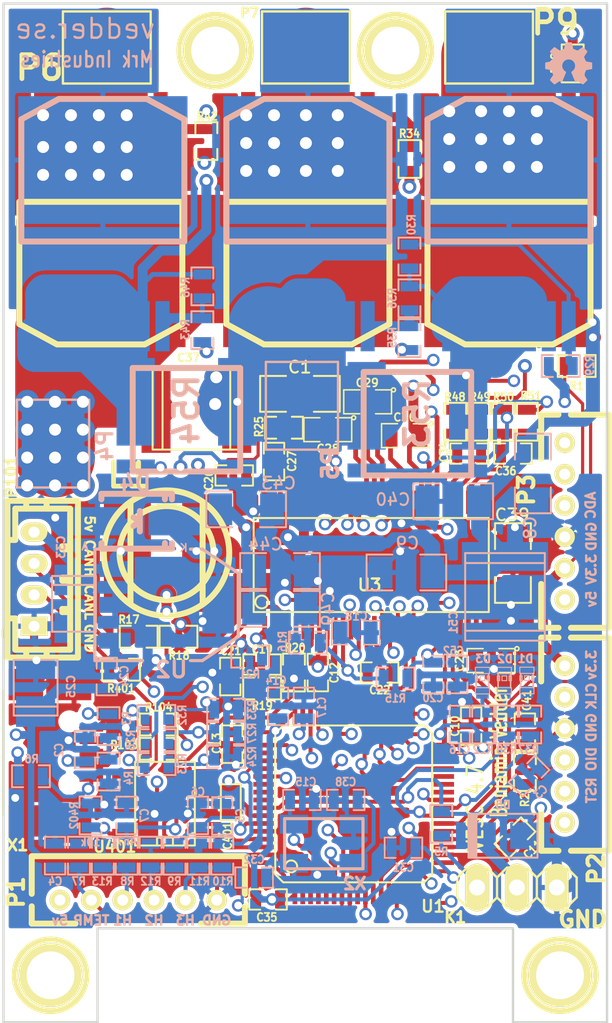
<source format=kicad_pcb>
(kicad_pcb (version 4) (host pcbnew "(2014-08-29 BZR 5106)-product")
  (title_block (title "BLDC Driver 4.6") (date "30 Aug 2014") (rev A) (company "Benjamin Vedder"))
  (layers (0 F.Cu signal) (1 GND signal) (2 Power signal) (31 B.Cu signal) (34 B.Paste user) (35 F.Paste user) (36 B.SilkS user) (37 F.SilkS user) (38 B.Mask user) (39 F.Mask user) (44 Edge.Cuts user))
  (net 0 "")
  (net 1 +5V)
  (net 2 GND)
  (net 3 NRST)
  (net 4 "Net-(C15-Pad1)")
  (net 5 "Net-(C16-Pad1)")
  (net 6 "Net-(C17-Pad1)")
  (net 7 "Net-(C18-Pad1)")
  (net 8 "Net-(C19-Pad2)")
  (net 9 "Net-(C20-Pad2)")
  (net 10 "Net-(C21-Pad2)")
  (net 11 "Net-(C22-Pad1)")
  (net 12 "Net-(C22-Pad2)")
  (net 13 "Net-(C23-Pad2)")
  (net 14 "Net-(C26-Pad2)")
  (net 15 "Net-(C27-Pad1)")
  (net 16 "Net-(C27-Pad2)")
  (net 17 "Net-(C28-Pad2)")
  (net 18 "Net-(C29-Pad2)")
  (net 19 "Net-(C30-Pad2)")
  (net 20 "Net-(C34-Pad1)")
  (net 21 "Net-(C34-Pad2)")
  (net 22 "Net-(C36-Pad1)")
  (net 23 "Net-(C36-Pad2)")
  (net 24 "Net-(C38-Pad1)")
  (net 25 "Net-(D1-Pad1)")
  (net 26 "Net-(D2-Pad1)")
  (net 27 "Net-(K1-Pad1)")
  (net 28 "Net-(Q1-PadG)")
  (net 29 "Net-(Q2-PadG)")
  (net 30 "Net-(Q3-PadG)")
  (net 31 "Net-(Q4-PadG)")
  (net 32 "Net-(Q5-PadG)")
  (net 33 "Net-(Q6-PadG)")
  (net 34 "Net-(R15-Pad2)")
  (net 35 "Net-(R17-Pad2)")
  (net 36 "Net-(R20-Pad1)")
  (net 37 "Net-(R21-Pad2)")
  (net 38 "Net-(R25-Pad2)")
  (net 39 "Net-(R6-Pad1)")
  (net 40 SWCLK)
  (net 41 SWDIO)
  (net 42 VCC)
  (net 43 V_SUPPLY)
  (net 44 /MCU/AN_IN)
  (net 45 /MCU/SERVO)
  (net 46 "/Mosfet driver/H1_VS")
  (net 47 "/Mosfet driver/H2_VS")
  (net 48 "/Mosfet driver/H3_VS")
  (net 49 /MCU/ADC_EXT)
  (net 50 /MCU/RX_SCL)
  (net 51 "/Mosfet driver/H1_LOW")
  (net 52 "/Mosfet driver/H3_LOW")
  (net 53 /MCU/SENS1)
  (net 54 /MCU/SENS2)
  (net 55 "/Mosfet driver/M_H1")
  (net 56 "/Mosfet driver/M_L1")
  (net 57 /MCU/SENS3)
  (net 58 "/Mosfet driver/M_H2")
  (net 59 "/Mosfet driver/M_L2")
  (net 60 "/Mosfet driver/M_H3")
  (net 61 "/Mosfet driver/M_L3")
  (net 62 "/Mosfet driver/SH1_A")
  (net 63 "/Mosfet driver/SH1_B")
  (net 64 "/Mosfet driver/SH2_A")
  (net 65 "/Mosfet driver/SH2_B")
  (net 66 /MCU/BR_SO2)
  (net 67 /MCU/BR_SO1)
  (net 68 /MCU/DC_CAL)
  (net 69 /MCU/L3)
  (net 70 /MCU/L2)
  (net 71 /MCU/L1)
  (net 72 /MCU/EN_GATE)
  (net 73 /MCU/FAULT)
  (net 74 /MCU/H3)
  (net 75 /MCU/H2)
  (net 76 /MCU/H1)
  (net 77 /MCU/USB_DM)
  (net 78 /MCU/USB_DP)
  (net 79 /Filters/TEMP_IN)
  (net 80 /Filters/HALL3_OUT)
  (net 81 /Filters/HALL2_OUT)
  (net 82 /Filters/HALL1_OUT)
  (net 83 "Net-(D3-Pad1)")
  (net 84 /Filters/HALL1_IN)
  (net 85 /Filters/HALL2_IN)
  (net 86 /Filters/HALL3_IN)
  (net 87 "/CAN bus transceiver/CANL")
  (net 88 "/CAN bus transceiver/CANH")
  (net 89 /MCU/LED_GREEN)
  (net 90 /MCU/LED_RED)
  (net 91 "Net-(R103-Pad2)")
  (net 92 "Net-(R104-Pad2)")
  (net 93 "Net-(R402-Pad1)")
  (net 94 "/CAN bus transceiver/CAN_RX")
  (net 95 "/CAN bus transceiver/CAN_TX")
  (net 96 /MCU/ADC_TEMP)
  (net 97 /MCU/TX_SDA)
  (net 98 "Net-(P2-Pad6)")
  (net 99 "Net-(U1-Pad4)")
  (net 100 "Net-(U1-Pad2)")
  (net 101 "Net-(U1-Pad3)")
  (net 102 "Net-(U1-Pad17)")
  (net 103 "Net-(U1-Pad39)")
  (net 104 "Net-(U1-Pad40)")
  (net 105 "Net-(U1-Pad50)")
  (net 106 "Net-(U1-Pad54)")
  (net 107 "Net-(U1-Pad55)")
  (net 108 "Net-(U1-Pad56)")
  (net 109 "Net-(U1-Pad9)")
  (net 110 "Net-(U1-Pad11)")
  (net 111 "Net-(U1-Pad26)")
  (net 112 "Net-(U1-Pad27)")
  (net 113 "Net-(U1-Pad28)")
  (net 114 "Net-(U3-Pad4)")
  (net 115 "Net-(U3-Pad5)")
  (net 116 "Net-(U3-Pad55)")
  (net 117 "Net-(U401-Pad5)")
  (net 118 "Net-(X1-Pad4)")
  (module w_smd_diode:do214ac (layer B.Cu) (at 110.363 133.096 180)
    (fp_text reference D5 (at 0 1.9685 180) (layer B.SilkS) (effects (font (size 0.50038 0.50038) (thickness 0.11938)) (justify mirror)))
    (fp_text value "TVS 5V" hide)
    (pad 2 smd rect (at 1.72974 0 180) (size 2.54 1.69926) (layers B.Cu B.Paste B.Mask) (net 1 +5V))
    (pad 1 smd rect (at -1.72974 0 180) (size 2.54 1.69926) (layers B.Cu B.Paste B.Mask) (net 2 GND))
  )
  (module CRF1:D2PAK-7-GDS (layer F.Cu) (at 84.709 91.948 180)
    (fp_text reference Q5 hide)
    (fp_text value IRFS3006 hide)
    (pad D smd rect (at 0 -5.90042 180) (size 10.80008 8.15086) (layers F.Cu F.Paste F.Mask) (net 43 V_SUPPLY))
    (pad G smd rect (at -3.81 4.70154 180) (size 0.89916 3.2004) (layers F.Cu F.Paste F.Mask) (net 32 "Net-(Q5-PadG)"))
    (pad S smd rect (at -2.54 4.70154 180) (size 0.89916 3.2004) (layers F.Cu F.Paste F.Mask) (net 48 "/Mosfet driver/H3_VS"))
    (pad S smd rect (at -1.27 4.70154 180) (size 0.89916 3.2004) (layers F.Cu F.Paste F.Mask) (net 48 "/Mosfet driver/H3_VS"))
    (pad S smd rect (at 1.27 4.70154 180) (size 0.89916 3.2004) (layers F.Cu F.Paste F.Mask) (net 48 "/Mosfet driver/H3_VS"))
    (pad S smd rect (at 2.54 4.70154 180) (size 0.89916 3.2004) (layers F.Cu F.Paste F.Mask) (net 48 "/Mosfet driver/H3_VS"))
    (pad S smd rect (at 3.81 4.70154 180) (size 0.89916 3.2004) (layers F.Cu F.Paste F.Mask) (net 48 "/Mosfet driver/H3_VS"))
  )
  (module CRF1:Crystal_5x3mm (layer B.Cu) (at 98.933 133.604)
    (fp_text reference X2 (at 1.967 2.546) (layer B.SilkS) (effects (font (size 0.762 0.762) (thickness 0.1905)) (justify mirror)))
    (fp_text value "8MHz 10ppm" hide)
    (pad 3 smd rect (at -1.89992 1.24968) (size 1.80086 1.19888) (layers B.Cu B.Paste B.Mask) (net 2 GND))
    (pad 1 smd rect (at -1.89992 -1.24968) (size 1.80086 1.19888) (layers B.Cu B.Paste B.Mask) (net 4 "Net-(C15-Pad1)"))
    (pad 3 smd rect (at 1.89992 -1.24968) (size 1.80086 1.19888) (layers B.Cu B.Paste B.Mask) (net 2 GND))
    (pad 2 smd rect (at 1.89992 1.24968) (size 1.80086 1.19888) (layers B.Cu B.Paste B.Mask) (net 24 "Net-(C38-Pad1)"))
  )
  (module "JST conn:b4b-ph-kl" (layer F.Cu) (at 80.45 116.726 90)
    (fp_text reference P101 (at 6.526 -1.45 90) (layer F.SilkS) (effects (font (size 0.7 0.7) (thickness 0.175))))
    (fp_text value CANBUS hide)
    (pad 1 thru_hole rect (at -3.00228 0 90) (size 1.19888 1.69926) (drill 0.70104) (layers *.Cu *.Mask F.SilkS) (net 2 GND))
    (pad 3 thru_hole oval (at 1.00076 0 90) (size 1.19888 1.69926) (drill 0.70104) (layers *.Cu *.Mask F.SilkS) (net 88 "/CAN bus transceiver/CANH"))
    (pad 2 thru_hole oval (at -1.00076 0 90) (size 1.19888 1.69926) (drill 0.70104) (layers *.Cu *.Mask F.SilkS) (net 87 "/CAN bus transceiver/CANL"))
    (pad 4 thru_hole oval (at 2.99974 0 90) (size 1.19888 1.69926) (drill 0.70104) (layers *.Cu *.Mask F.SilkS) (net 1 +5V))
  )
  (module CRF1:pinhead-1X03 (layer F.Cu) (at 111.252 136.398)
    (fp_text reference K1 (at -3.937 1.905) (layer F.SilkS) (effects (font (size 0.7 0.7) (thickness 0.175))))
    (fp_text value SERVO hide)
    (pad 1 thru_hole oval (at -2.54 0) (size 1.524 3.048) (drill 1.016) (layers *.Cu *.Mask F.SilkS) (net 27 "Net-(K1-Pad1)"))
    (pad 2 thru_hole oval (at 0 0) (size 1.524 3.048) (drill 1.016) (layers *.Cu *.Mask F.SilkS) (net 1 +5V))
    (pad 3 thru_hole oval (at 2.54 0) (size 1.524 3.048) (drill 1.016) (layers *.Cu *.Mask F.SilkS) (net 2 GND))
  )
  (module SMD_Packages:SOT-223 (layer B.Cu) (at 88.9 118.364 90)
    (fp_text reference U2 (at -4.136 0.3 180) (layer B.SilkS) (effects (font (size 1.016 1.016) (thickness 0.2032)) (justify mirror)))
    (fp_text value NCP1117ST33T3G hide)
    (pad 2 smd rect (at 0 3.302 90) (size 3.6576 2.032) (layers B.Cu B.Paste B.Mask) (net 42 VCC))
    (pad 2 smd rect (at 0 -3.302 90) (size 1.016 2.032) (layers B.Cu B.Paste B.Mask) (net 42 VCC))
    (pad 3 smd rect (at 2.286 -3.302 90) (size 1.016 2.032) (layers B.Cu B.Paste B.Mask) (net 1 +5V))
    (pad 1 smd rect (at -2.286 -3.302 90) (size 1.016 2.032) (layers B.Cu B.Paste B.Mask) (net 2 GND))
  )
  (module 1pin (layer F.Cu) (at 92 83)
    (fp_text reference 1PIN hide)
    (fp_text value P*** hide)
    (pad 1 thru_hole circle (at 0 0) (size 4.064 4.064) (drill 3.048) (layers *.Cu *.Mask F.SilkS) (thermal_gap 0.762))
  )
  (module 1pin (layer F.Cu) (at 103.5 83)
    (fp_text reference 1PIN hide)
    (fp_text value P*** hide)
    (pad 1 thru_hole circle (at 0 0) (size 4.064 4.064) (drill 3.048) (layers *.Cu *.Mask F.SilkS))
  )
  (module oshw_silkscreen-back_3mm (layer B.Cu) (at 114.554 83.82)
    (fp_text reference G*** hide)
    (fp_text value oshw_silkscreen-back_3mm hide)
  )
  (module SMD_Packages:SMD-1206 (layer B.Cu) (at 107.188 111.76)
    (fp_text reference C40 (at -3.847 -0.113) (layer B.SilkS) (effects (font (size 0.762 0.762) (thickness 0.127)) (justify mirror)))
    (fp_text value 10u,50V hide)
    (pad 1 smd rect (at -1.651 0) (size 1.524 2.032) (layers B.Cu B.Paste B.Mask) (net 2 GND))
    (pad 2 smd rect (at 1.651 0) (size 1.524 2.032) (layers B.Cu B.Paste B.Mask) (net 43 V_SUPPLY))
  )
  (module SMD_Packages:SMD-1206 (layer B.Cu) (at 112.268 109.982 90)
    (fp_text reference C8 (at -3.466 -0.173 90) (layer B.SilkS) (effects (font (size 0.762 0.762) (thickness 0.127)) (justify mirror)))
    (fp_text value 10u,50V hide)
    (pad 1 smd rect (at -1.651 0 90) (size 1.524 2.032) (layers B.Cu B.Paste B.Mask) (net 2 GND))
    (pad 2 smd rect (at 1.651 0 90) (size 1.524 2.032) (layers B.Cu B.Paste B.Mask) (net 43 V_SUPPLY))
  )
  (module SMD_Packages:SMD-1206 (layer B.Cu) (at 104.2 116.3)
    (fp_text reference C9 (at 0.067 -1.873) (layer B.SilkS) (effects (font (size 0.762 0.762) (thickness 0.127)) (justify mirror)))
    (fp_text value 10u,50V hide)
    (pad 1 smd rect (at -1.651 0) (size 1.524 2.032) (layers B.Cu B.Paste B.Mask) (net 2 GND))
    (pad 2 smd rect (at 1.651 0) (size 1.524 2.032) (layers B.Cu B.Paste B.Mask) (net 43 V_SUPPLY))
  )
  (module SMD_Packages:SMD-1206 (layer F.Cu) (at 97.409 104.902)
    (fp_text reference C1 (at -0.009 -1.702) (layer F.SilkS) (effects (font (size 0.762 0.762) (thickness 0.127))))
    (fp_text value 10u,50V hide)
    (pad 1 smd rect (at -1.651 0) (size 1.524 2.032) (layers F.Cu F.Paste F.Mask) (net 2 GND))
    (pad 2 smd rect (at 1.651 0) (size 1.524 2.032) (layers F.Cu F.Paste F.Mask) (net 43 V_SUPPLY))
  )
  (module SMD_Packages:SMD-0603_c (layer B.Cu) (at 83.7 127.6 270)
    (fp_text reference C2 (at 0.035 1.658 270) (layer B.SilkS) (effects (font (size 0.508 0.4572) (thickness 0.1143)) (justify mirror)))
    (fp_text value 100n hide)
    (pad 1 smd rect (at -0.762 0 270) (size 0.635 1.143) (layers B.Cu B.Paste B.Mask) (net 2 GND))
    (pad 2 smd rect (at 0.762 0 270) (size 0.635 1.143) (layers B.Cu B.Paste B.Mask) (net 44 /MCU/AN_IN))
  )
  (module SMD_Packages:SMD-0603_c (layer B.Cu) (at 112.014 129.286 225)
    (fp_text reference C3 (at 0.179605 -1.257236 225) (layer B.SilkS) (effects (font (size 0.508 0.4572) (thickness 0.1143)) (justify mirror)))
    (fp_text value 100n hide)
    (pad 1 smd rect (at -0.762 0 225) (size 0.635 1.143) (layers B.Cu B.Paste B.Mask) (net 2 GND))
    (pad 2 smd rect (at 0.762 0 225) (size 0.635 1.143) (layers B.Cu B.Paste B.Mask) (net 45 /MCU/SERVO))
  )
  (module SMD_Packages:SMD-0603_c (layer B.Cu) (at 81.788 134.366 270)
    (fp_text reference C4 (at 1.634 -0.012 540) (layer B.SilkS) (effects (font (size 0.508 0.4572) (thickness 0.1143)) (justify mirror)))
    (fp_text value 4n7 hide)
    (pad 1 smd rect (at -0.762 0 270) (size 0.635 1.143) (layers B.Cu B.Paste B.Mask) (net 2 GND))
    (pad 2 smd rect (at 0.762 0 270) (size 0.635 1.143) (layers B.Cu B.Paste B.Mask) (net 79 /Filters/TEMP_IN))
  )
  (module SMD_Packages:SMD-0603_c (layer B.Cu) (at 92.456 131.826 90)
    (fp_text reference C5 (at 0.026 1.144 90) (layer B.SilkS) (effects (font (size 0.508 0.4572) (thickness 0.1143)) (justify mirror)))
    (fp_text value 4n7 hide)
    (pad 1 smd rect (at -0.762 0 90) (size 0.635 1.143) (layers B.Cu B.Paste B.Mask) (net 80 /Filters/HALL3_OUT))
    (pad 2 smd rect (at 0.762 0 90) (size 0.635 1.143) (layers B.Cu B.Paste B.Mask) (net 2 GND))
  )
  (module SMD_Packages:SMD-0603_c (layer B.Cu) (at 90.9 131.8 90)
    (fp_text reference C6 (at 1.5 0 360) (layer B.SilkS) (effects (font (size 0.508 0.4572) (thickness 0.1143)) (justify mirror)))
    (fp_text value 4n7 hide)
    (pad 1 smd rect (at -0.762 0 90) (size 0.635 1.143) (layers B.Cu B.Paste B.Mask) (net 81 /Filters/HALL2_OUT))
    (pad 2 smd rect (at 0.762 0 90) (size 0.635 1.143) (layers B.Cu B.Paste B.Mask) (net 2 GND))
  )
  (module SMD_Packages:SMD-0603_c (layer B.Cu) (at 86.35 131.8 90)
    (fp_text reference C7 (at 0 1.15 90) (layer B.SilkS) (effects (font (size 0.508 0.4572) (thickness 0.1143)) (justify mirror)))
    (fp_text value 4n7 (at -1.651 0 360) (layer B.SilkS) (effects (font (size 0.508 0.4572) (thickness 0.1143)) (justify mirror)))
    (pad 1 smd rect (at -0.762 0 90) (size 0.635 1.143) (layers B.Cu B.Paste B.Mask) (net 82 /Filters/HALL1_OUT))
    (pad 2 smd rect (at 0.762 0 90) (size 0.635 1.143) (layers B.Cu B.Paste B.Mask) (net 2 GND))
  )
  (module SMD_Packages:SMD-0603_c (layer F.Cu) (at 108.331 126.111 270)
    (fp_text reference C10 (at -0.011 1.031 450) (layer F.SilkS) (effects (font (size 0.508 0.4572) (thickness 0.1143))))
    (fp_text value 2.2u hide)
    (pad 1 smd rect (at -0.762 0 270) (size 0.635 1.143) (layers F.Cu F.Paste F.Mask) (net 2 GND))
    (pad 2 smd rect (at 0.762 0 270) (size 0.635 1.143) (layers F.Cu F.Paste F.Mask) (net 42 VCC))
  )
  (module SMD_Packages:SMD-0603_c (layer F.Cu) (at 111.125 133.223 45)
    (fp_text reference C11 (at 0.269408 1.347038 225) (layer F.SilkS) (effects (font (size 0.508 0.4572) (thickness 0.1143))))
    (fp_text value 2.2u hide)
    (pad 1 smd rect (at -0.762 0 45) (size 0.635 1.143) (layers F.Cu F.Paste F.Mask) (net 2 GND))
    (pad 2 smd rect (at 0.762 0 45) (size 0.635 1.143) (layers F.Cu F.Paste F.Mask) (net 42 VCC))
  )
  (module SMD_Packages:SMD-0603_c (layer F.Cu) (at 98.552 122.682 90)
    (fp_text reference C12 (at -0.018 1.048 270) (layer F.SilkS) (effects (font (size 0.508 0.4572) (thickness 0.1143))))
    (fp_text value 2.2u hide)
    (pad 1 smd rect (at -0.762 0 90) (size 0.635 1.143) (layers F.Cu F.Paste F.Mask) (net 2 GND))
    (pad 2 smd rect (at 0.762 0 90) (size 0.635 1.143) (layers F.Cu F.Paste F.Mask) (net 42 VCC))
  )
  (module SMD_Packages:SMD-0603_c (layer F.Cu) (at 93.091 127.254 90)
    (fp_text reference C13 (at 0.054 -0.991 270) (layer F.SilkS) (effects (font (size 0.508 0.4572) (thickness 0.1143))))
    (fp_text value 2.2u hide)
    (pad 1 smd rect (at -0.762 0 90) (size 0.635 1.143) (layers F.Cu F.Paste F.Mask) (net 2 GND))
    (pad 2 smd rect (at 0.762 0 90) (size 0.635 1.143) (layers F.Cu F.Paste F.Mask) (net 42 VCC))
  )
  (module SMD_Packages:SMD-0603_c (layer B.Cu) (at 96.012 124.841 270)
    (fp_text reference C14 (at -1.651 0.127 540) (layer B.SilkS) (effects (font (size 0.508 0.4572) (thickness 0.1143)) (justify mirror)))
    (fp_text value 2.2u hide)
    (pad 1 smd rect (at -0.762 0 270) (size 0.635 1.143) (layers B.Cu B.Paste B.Mask) (net 2 GND))
    (pad 2 smd rect (at 0.762 0 270) (size 0.635 1.143) (layers B.Cu B.Paste B.Mask) (net 42 VCC))
  )
  (module SMD_Packages:SMD-0603_c (layer B.Cu) (at 97.536 130.81)
    (fp_text reference C15 (at 0.254 -1.143) (layer B.SilkS) (effects (font (size 0.508 0.4572) (thickness 0.1143)) (justify mirror)))
    (fp_text value 15p hide)
    (pad 1 smd rect (at -0.762 0) (size 0.635 1.143) (layers B.Cu B.Paste B.Mask) (net 4 "Net-(C15-Pad1)"))
    (pad 2 smd rect (at 0.762 0) (size 0.635 1.143) (layers B.Cu B.Paste B.Mask) (net 2 GND))
  )
  (module SMD_Packages:SMD-0603_c (layer B.Cu) (at 107.6 126 90)
    (fp_text reference C16 (at -1.6 0 360) (layer B.SilkS) (effects (font (size 0.508 0.4572) (thickness 0.1143)) (justify mirror)))
    (fp_text value 2.2u hide)
    (pad 1 smd rect (at -0.762 0 90) (size 0.635 1.143) (layers B.Cu B.Paste B.Mask) (net 5 "Net-(C16-Pad1)"))
    (pad 2 smd rect (at 0.762 0 90) (size 0.635 1.143) (layers B.Cu B.Paste B.Mask) (net 2 GND))
  )
  (module SMD_Packages:SMD-0603_c (layer B.Cu) (at 97.663 124.841 90)
    (fp_text reference C17 (at -0.059 1.137 90) (layer B.SilkS) (effects (font (size 0.508 0.4572) (thickness 0.1143)) (justify mirror)))
    (fp_text value 2.2u hide)
    (pad 1 smd rect (at -0.762 0 90) (size 0.635 1.143) (layers B.Cu B.Paste B.Mask) (net 6 "Net-(C17-Pad1)"))
    (pad 2 smd rect (at 0.762 0 90) (size 0.635 1.143) (layers B.Cu B.Paste B.Mask) (net 2 GND))
  )
  (module SMD_Packages:SMD-0805 (layer B.Cu) (at 100.965 120.142)
    (fp_text reference C18 (at 0.035 -1.042) (layer B.SilkS) (effects (font (size 0.50038 0.50038) (thickness 0.10922)) (justify mirror)))
    (fp_text value 2.2u hide)
    (pad 1 smd rect (at -0.9525 0) (size 0.889 1.397) (layers B.Cu B.Paste B.Mask) (net 7 "Net-(C18-Pad1)"))
    (pad 2 smd rect (at 0.9525 0) (size 0.889 1.397) (layers B.Cu B.Paste B.Mask) (net 2 GND))
  )
  (module SMD_Packages:SMD-0603_c (layer F.Cu) (at 94.996 122.174)
    (fp_text reference C19 (at 0.004 -0.974 180) (layer F.SilkS) (effects (font (size 0.508 0.4572) (thickness 0.1143))))
    (fp_text value 120p hide)
    (pad 1 smd rect (at -0.762 0) (size 0.635 1.143) (layers F.Cu F.Paste F.Mask) (net 2 GND))
    (pad 2 smd rect (at 0.762 0) (size 0.635 1.143) (layers F.Cu F.Paste F.Mask) (net 8 "Net-(C19-Pad2)"))
  )
  (module SMD_Packages:SMD-0603_c (layer B.Cu) (at 105.918 122.809 90)
    (fp_text reference C20 (at -1.491 -0.018 360) (layer B.SilkS) (effects (font (size 0.508 0.4572) (thickness 0.1143)) (justify mirror)))
    (fp_text value 2.2u hide)
    (pad 1 smd rect (at -0.762 0 90) (size 0.635 1.143) (layers B.Cu B.Paste B.Mask) (net 2 GND))
    (pad 2 smd rect (at 0.762 0 90) (size 0.635 1.143) (layers B.Cu B.Paste B.Mask) (net 9 "Net-(C20-Pad2)"))
  )
  (module SMD_Packages:SMD-0603_c (layer F.Cu) (at 92.964 122.936 270)
    (fp_text reference C21 (at -1.636 -0.036 540) (layer F.SilkS) (effects (font (size 0.508 0.4572) (thickness 0.1143))))
    (fp_text value 6.8n hide)
    (pad 1 smd rect (at -0.762 0 270) (size 0.635 1.143) (layers F.Cu F.Paste F.Mask) (net 2 GND))
    (pad 2 smd rect (at 0.762 0 270) (size 0.635 1.143) (layers F.Cu F.Paste F.Mask) (net 10 "Net-(C21-Pad2)"))
  )
  (module SMD_Packages:SMD-0603_c (layer F.Cu) (at 102.489 122.682)
    (fp_text reference C22 (at 0.011 1.118 180) (layer F.SilkS) (effects (font (size 0.508 0.4572) (thickness 0.1143))))
    (fp_text value 22n hide)
    (pad 1 smd rect (at -0.762 0) (size 0.635 1.143) (layers F.Cu F.Paste F.Mask) (net 11 "Net-(C22-Pad1)"))
    (pad 2 smd rect (at 0.762 0) (size 0.635 1.143) (layers F.Cu F.Paste F.Mask) (net 12 "Net-(C22-Pad2)"))
  )
  (module SMD_Packages:SMD-0805 (layer F.Cu) (at 109.601 121.92 180)
    (fp_text reference C23 (at 2.001 0.02 270) (layer F.SilkS) (effects (font (size 0.50038 0.50038) (thickness 0.10922))))
    (fp_text value 2.2u hide)
    (pad 1 smd rect (at -0.9525 0 180) (size 0.889 1.397) (layers F.Cu F.Paste F.Mask) (net 2 GND))
    (pad 2 smd rect (at 0.9525 0 180) (size 0.889 1.397) (layers F.Cu F.Paste F.Mask) (net 13 "Net-(C23-Pad2)"))
  )
  (module SMD_Packages:SMD-0603_c (layer B.Cu) (at 85.09 122.936 90)
    (fp_text reference C24 (at 0.036 1.11 90) (layer B.SilkS) (effects (font (size 0.508 0.4572) (thickness 0.1143)) (justify mirror)))
    (fp_text value 2.2u hide)
    (pad 1 smd rect (at -0.762 0 90) (size 0.635 1.143) (layers B.Cu B.Paste B.Mask) (net 42 VCC))
    (pad 2 smd rect (at 0.762 0 90) (size 0.635 1.143) (layers B.Cu B.Paste B.Mask) (net 2 GND))
  )
  (module w_smd_cap:c_tant_B (layer B.Cu) (at 80.55 123.65 270)
    (fp_text reference C25 (at -0.079 -2.254 270) (layer B.SilkS) (effects (font (size 0.50038 0.50038) (thickness 0.11938)) (justify mirror)))
    (fp_text value 100u hide)
    (pad 1 smd rect (at 1.524 0 270) (size 1.95072 2.49936) (layers B.Cu B.Paste B.Mask) (net 42 VCC))
    (pad 2 smd rect (at -1.524 0 270) (size 1.95072 2.49936) (layers B.Cu B.Paste B.Mask) (net 2 GND))
  )
  (module SMD_Packages:SMD-0603_c (layer F.Cu) (at 93.218 110.109)
    (fp_text reference C26 (at -1.618 0.291 90) (layer F.SilkS) (effects (font (size 0.508 0.4572) (thickness 0.1143))))
    (fp_text value 15n hide)
    (pad 1 smd rect (at -0.762 0) (size 0.635 1.143) (layers F.Cu F.Paste F.Mask) (net 2 GND))
    (pad 2 smd rect (at 0.762 0) (size 0.635 1.143) (layers F.Cu F.Paste F.Mask) (net 14 "Net-(C26-Pad2)"))
  )
  (module SMD_Packages:SMD-0603_c (layer F.Cu) (at 95.758 109.22 270)
    (fp_text reference C27 (at -0.02 -1.142 450) (layer F.SilkS) (effects (font (size 0.508 0.4572) (thickness 0.1143))))
    (fp_text value 100n hide)
    (pad 1 smd rect (at -0.762 0 270) (size 0.635 1.143) (layers F.Cu F.Paste F.Mask) (net 15 "Net-(C27-Pad1)"))
    (pad 2 smd rect (at 0.762 0 270) (size 0.635 1.143) (layers F.Cu F.Paste F.Mask) (net 16 "Net-(C27-Pad2)"))
  )
  (module SMD_Packages:SMD-0805 (layer F.Cu) (at 99.187 107.188 180)
    (fp_text reference C28 (at -0.013 -1.212 180) (layer F.SilkS) (effects (font (size 0.50038 0.50038) (thickness 0.10922))))
    (fp_text value 220n hide)
    (pad 1 smd rect (at -0.9525 0 180) (size 0.889 1.397) (layers F.Cu F.Paste F.Mask) (net 46 "/Mosfet driver/H1_VS"))
    (pad 2 smd rect (at 0.9525 0 180) (size 0.889 1.397) (layers F.Cu F.Paste F.Mask) (net 17 "Net-(C28-Pad2)"))
  )
  (module SMD_Packages:SMD-0805 (layer F.Cu) (at 101.727 105.41 180)
    (fp_text reference C29 (at 0.027 1.21 180) (layer F.SilkS) (effects (font (size 0.50038 0.50038) (thickness 0.10922))))
    (fp_text value 220n hide)
    (pad 1 smd rect (at -0.9525 0 180) (size 0.889 1.397) (layers F.Cu F.Paste F.Mask) (net 47 "/Mosfet driver/H2_VS"))
    (pad 2 smd rect (at 0.9525 0 180) (size 0.889 1.397) (layers F.Cu F.Paste F.Mask) (net 18 "Net-(C29-Pad2)"))
  )
  (module SMD_Packages:SMD-0805 (layer F.Cu) (at 104.14 107.569 180)
    (fp_text reference C30 (at 0.04 1.169 180) (layer F.SilkS) (effects (font (size 0.50038 0.50038) (thickness 0.10922))))
    (fp_text value 220n hide)
    (pad 1 smd rect (at -0.9525 0 180) (size 0.889 1.397) (layers F.Cu F.Paste F.Mask) (net 48 "/Mosfet driver/H3_VS"))
    (pad 2 smd rect (at 0.9525 0 180) (size 0.889 1.397) (layers F.Cu F.Paste F.Mask) (net 19 "Net-(C30-Pad2)"))
  )
  (module SMD_Packages:SMD-0603_c (layer B.Cu) (at 104.013 133.858)
    (fp_text reference C31 (at 0 1.27) (layer B.SilkS) (effects (font (size 0.508 0.4572) (thickness 0.1143)) (justify mirror)))
    (fp_text value 2.2u hide)
    (pad 1 smd rect (at -0.762 0) (size 0.635 1.143) (layers B.Cu B.Paste B.Mask) (net 2 GND))
    (pad 2 smd rect (at 0.762 0) (size 0.635 1.143) (layers B.Cu B.Paste B.Mask) (net 42 VCC))
  )
  (module SMD_Packages:SMD-0603_c (layer B.Cu) (at 94.488 135.763 180)
    (fp_text reference C32 (at -0.002 1.149 180) (layer B.SilkS) (effects (font (size 0.508 0.4572) (thickness 0.1143)) (justify mirror)))
    (fp_text value 100n hide)
    (pad 1 smd rect (at -0.762 0 180) (size 0.635 1.143) (layers B.Cu B.Paste B.Mask) (net 2 GND))
    (pad 2 smd rect (at 0.762 0 180) (size 0.635 1.143) (layers B.Cu B.Paste B.Mask) (net 3 NRST))
  )
  (module w_smd_cap:c_tant_B (layer B.Cu) (at 83 118.3 90)
    (fp_text reference C33 (at 3.619 -0.831 90) (layer B.SilkS) (effects (font (size 0.50038 0.50038) (thickness 0.11938)) (justify mirror)))
    (fp_text value 100u hide)
    (pad 1 smd rect (at 1.524 0 90) (size 1.95072 2.49936) (layers B.Cu B.Paste B.Mask) (net 1 +5V))
    (pad 2 smd rect (at -1.524 0 90) (size 1.95072 2.49936) (layers B.Cu B.Paste B.Mask) (net 2 GND))
  )
  (module SMD_Packages:SMD-0603_c (layer F.Cu) (at 108.204 108.712)
    (fp_text reference C34 (at -1.604 -0.112 90) (layer F.SilkS) (effects (font (size 0.508 0.4572) (thickness 0.1143))))
    (fp_text value 2.2n hide)
    (pad 1 smd rect (at -0.762 0) (size 0.635 1.143) (layers F.Cu F.Paste F.Mask) (net 20 "Net-(C34-Pad1)"))
    (pad 2 smd rect (at 0.762 0) (size 0.635 1.143) (layers F.Cu F.Paste F.Mask) (net 21 "Net-(C34-Pad2)"))
  )
  (module SMD_Packages:SMD-0603_c (layer F.Cu) (at 95.377 137.16)
    (fp_text reference C35 (at -0.077 1.14 180) (layer F.SilkS) (effects (font (size 0.508 0.4572) (thickness 0.1143))))
    (fp_text value 2.2u hide)
    (pad 1 smd rect (at -0.762 0) (size 0.635 1.143) (layers F.Cu F.Paste F.Mask) (net 2 GND))
    (pad 2 smd rect (at 0.762 0) (size 0.635 1.143) (layers F.Cu F.Paste F.Mask) (net 42 VCC))
  )
  (module SMD_Packages:SMD-0603_c (layer F.Cu) (at 110.998 108.712)
    (fp_text reference C36 (at -0.448 1.114 180) (layer F.SilkS) (effects (font (size 0.508 0.4572) (thickness 0.1143))))
    (fp_text value 2.2n hide)
    (pad 1 smd rect (at -0.762 0) (size 0.635 1.143) (layers F.Cu F.Paste F.Mask) (net 22 "Net-(C36-Pad1)"))
    (pad 2 smd rect (at 0.762 0) (size 0.635 1.143) (layers F.Cu F.Paste F.Mask) (net 23 "Net-(C36-Pad2)"))
  )
  (module w_smd_cap:c_2220 (layer F.Cu) (at 90.805 105.918)
    (fp_text reference C37 (at -0.505 -3.318) (layer F.SilkS) (effects (font (size 0.50038 0.50038) (thickness 0.11938))))
    (fp_text value 15u,100V hide)
    (pad 1 smd rect (at 2.57556 0) (size 1.84912 5.4991) (layers F.Cu F.Paste F.Mask) (net 2 GND))
    (pad 2 smd rect (at -2.57556 0) (size 1.84912 5.4991) (layers F.Cu F.Paste F.Mask) (net 43 V_SUPPLY))
  )
  (module SMD_Packages:SMD-0603_c (layer B.Cu) (at 100.33 130.81 180)
    (fp_text reference C38 (at 0 1.143 180) (layer B.SilkS) (effects (font (size 0.508 0.4572) (thickness 0.1143)) (justify mirror)))
    (fp_text value 15p hide)
    (pad 1 smd rect (at -0.762 0 180) (size 0.635 1.143) (layers B.Cu B.Paste B.Mask) (net 24 "Net-(C38-Pad1)"))
    (pad 2 smd rect (at 0.762 0 180) (size 0.635 1.143) (layers B.Cu B.Paste B.Mask) (net 2 GND))
  )
  (module SMD_Packages:SMD-1206 (layer F.Cu) (at 110.998 115.697 90)
    (fp_text reference C39 (at 3.071 -0.048 360) (layer F.SilkS) (effects (font (size 0.762 0.762) (thickness 0.127))))
    (fp_text value 10u,50V hide)
    (pad 1 smd rect (at -1.651 0 90) (size 1.524 2.032) (layers F.Cu F.Paste F.Mask) (net 2 GND))
    (pad 2 smd rect (at 1.651 0 90) (size 1.524 2.032) (layers F.Cu F.Paste F.Mask) (net 43 V_SUPPLY))
  )
  (module SMD_Packages:SMD-1206 (layer B.Cu) (at 93.98 112.268)
    (fp_text reference C43 (at 2.07 -1.668) (layer B.SilkS) (effects (font (size 0.762 0.762) (thickness 0.127)) (justify mirror)))
    (fp_text value 10u,50V hide)
    (pad 1 smd rect (at -1.651 0) (size 1.524 2.032) (layers B.Cu B.Paste B.Mask) (net 43 V_SUPPLY))
    (pad 2 smd rect (at 1.651 0) (size 1.524 2.032) (layers B.Cu B.Paste B.Mask) (net 2 GND))
  )
  (module SMD_Packages:SMD-1206 (layer B.Cu) (at 96.139 116.205)
    (fp_text reference C44 (at -0.939 -1.705) (layer B.SilkS) (effects (font (size 0.762 0.762) (thickness 0.127)) (justify mirror)))
    (fp_text value 10u,50V hide)
    (pad 1 smd rect (at -1.651 0) (size 1.524 2.032) (layers B.Cu B.Paste B.Mask) (net 43 V_SUPPLY))
    (pad 2 smd rect (at 1.651 0) (size 1.524 2.032) (layers B.Cu B.Paste B.Mask) (net 2 GND))
  )
  (module SMD_Packages:SMD-1206 (layer B.Cu) (at 96.139 118.618)
    (fp_text reference C49 (at 3.061 -0.018 90) (layer B.SilkS) (effects (font (size 0.762 0.762) (thickness 0.127)) (justify mirror)))
    (fp_text value 10u,50V hide)
    (pad 1 smd rect (at -1.651 0) (size 1.524 2.032) (layers B.Cu B.Paste B.Mask) (net 43 V_SUPPLY))
    (pad 2 smd rect (at 1.651 0) (size 1.524 2.032) (layers B.Cu B.Paste B.Mask) (net 2 GND))
  )
  (module w_smd_cap:c_2220 (layer B.Cu) (at 110.49 117.856 270)
    (fp_text reference C51 (at 1.644 3.29 270) (layer B.SilkS) (effects (font (size 0.50038 0.50038) (thickness 0.11938)) (justify mirror)))
    (fp_text value "15u, 100v" hide)
    (pad 1 smd rect (at 2.57556 0 270) (size 1.84912 5.4991) (layers B.Cu B.Paste B.Mask) (net 2 GND))
    (pad 2 smd rect (at -2.57556 0 270) (size 1.84912 5.4991) (layers B.Cu B.Paste B.Mask) (net 43 V_SUPPLY))
  )
  (module SMD_Packages:SMD-0603_c (layer B.Cu) (at 107.442 122.809 90)
    (fp_text reference C52 (at 1.509 -0.242 360) (layer B.SilkS) (effects (font (size 0.508 0.4572) (thickness 0.1143)) (justify mirror)))
    (fp_text value 2.2u hide)
    (pad 1 smd rect (at -0.762 0 90) (size 0.635 1.143) (layers B.Cu B.Paste B.Mask) (net 2 GND))
    (pad 2 smd rect (at 0.762 0 90) (size 0.635 1.143) (layers B.Cu B.Paste B.Mask) (net 9 "Net-(C20-Pad2)"))
  )
  (module LEDs:LED-0603 (layer B.Cu) (at 111.887 123.19 90)
    (fp_text reference D1 (at 1.39 -0.087 180) (layer B.SilkS) (effects (font (size 0.508 0.508) (thickness 0.127)) (justify mirror)))
    (fp_text value GREEN hide)
    (pad 1 smd rect (at -0.7493 0 90) (size 0.79756 0.79756) (layers B.Cu B.Paste B.Mask) (net 25 "Net-(D1-Pad1)"))
    (pad 2 smd rect (at 0.7493 0 90) (size 0.79756 0.79756) (layers B.Cu B.Paste B.Mask) (net 2 GND))
  )
  (module LEDs:LED-0603 (layer B.Cu) (at 110.45 123.2 90)
    (fp_text reference D2 (at 1.39 0.037 180) (layer B.SilkS) (effects (font (size 0.508 0.508) (thickness 0.127)) (justify mirror)))
    (fp_text value RED hide)
    (pad 1 smd rect (at -0.7493 0 90) (size 0.79756 0.79756) (layers B.Cu B.Paste B.Mask) (net 26 "Net-(D2-Pad1)"))
    (pad 2 smd rect (at 0.7493 0 90) (size 0.79756 0.79756) (layers B.Cu B.Paste B.Mask) (net 2 GND))
  )
  (module LEDs:LED-0603 (layer B.Cu) (at 109.05 123.2 90)
    (fp_text reference D3 (at 1.4 0.05 180) (layer B.SilkS) (effects (font (size 0.508 0.508) (thickness 0.127)) (justify mirror)))
    (fp_text value LED hide)
    (pad 1 smd rect (at -0.7493 0 90) (size 0.79756 0.79756) (layers B.Cu B.Paste B.Mask) (net 83 "Net-(D3-Pad1)"))
    (pad 2 smd rect (at 0.7493 0 90) (size 0.79756 0.79756) (layers B.Cu B.Paste B.Mask) (net 2 GND))
  )
  (module Diodes_SMD:Diode-SMA_Handsoldering (layer B.Cu) (at 86.995 113.03)
    (fp_text reference D4 (at -0.095 -2.43) (layer B.SilkS) (effects (font (size 1.016 1.016) (thickness 0.2032)) (justify mirror)))
    (fp_text value DIODESCH hide)
    (fp_text user A (at -3.29946 1.6002) (layer B.SilkS) (effects (font (size 0.50038 0.50038) (thickness 0.09906)) (justify mirror)))
    (fp_text user K (at 2.99974 1.69926) (layer B.SilkS) (effects (font (size 0.50038 0.50038) (thickness 0.09906)) (justify mirror)))
    (pad 1 smd rect (at -2.49936 0) (size 3.50012 1.80086) (layers B.Cu B.Paste B.Mask) (net 2 GND))
    (pad 2 smd rect (at 2.49936 0) (size 3.50012 1.80086) (layers B.Cu B.Paste B.Mask) (net 15 "Net-(C27-Pad1)"))
  )
  (module w_smd_inductors:inductor_smd_8x5mm (layer F.Cu) (at 88.9 115.062 180)
    (fp_text reference L1 (at 2.4 4.962 180) (layer F.SilkS) (effects (font (thickness 0.3048))))
    (fp_text value 22u hide)
    (pad 1 smd rect (at -2.49936 0 180) (size 2.9972 7.49808) (layers F.Cu F.Paste F.Mask) (net 15 "Net-(C27-Pad1)"))
    (pad 2 smd rect (at 2.49936 0 180) (size 2.9972 7.49808) (layers F.Cu F.Paste F.Mask) (net 1 +5V))
  )
  (module CRF1:MICRO_JST_6 (layer F.Cu) (at 87.1 137.2)
    (fp_text reference P1 (at -7.8 -0.5 90) (layer F.SilkS) (effects (font (thickness 0.25))))
    (fp_text value HALL/Encoder hide)
    (pad 3 thru_hole circle (at -1.00076 0) (size 1.30048 1.30048) (drill 0.70104) (layers *.Cu *.Mask F.SilkS) (net 84 /Filters/HALL1_IN))
    (pad 4 thru_hole circle (at 1.00076 0) (size 1.30048 1.30048) (drill 0.70104) (layers *.Cu *.Mask F.SilkS) (net 85 /Filters/HALL2_IN))
    (pad 5 thru_hole circle (at 2.99974 0) (size 1.30048 1.30048) (drill 0.70104) (layers *.Cu *.Mask F.SilkS) (net 86 /Filters/HALL3_IN))
    (pad 6 thru_hole circle (at 5.00126 0) (size 1.30048 1.30048) (drill 0.70104) (layers *.Cu *.Mask F.SilkS) (net 2 GND))
    (pad 2 thru_hole circle (at -2.99974 0) (size 1.30048 1.30048) (drill 0.70104) (layers *.Cu *.Mask F.SilkS) (net 79 /Filters/TEMP_IN))
    (pad 1 thru_hole circle (at -5.00126 0) (size 1.30048 1.30048) (drill 0.70104) (layers *.Cu *.Mask F.SilkS) (net 1 +5V))
  )
  (module CRF1:MICRO_JST_6 (layer F.Cu) (at 114.3 127.254 270)
    (fp_text reference P2 (at 7.946 -2 450) (layer F.SilkS) (effects (font (thickness 0.25))))
    (fp_text value SWD hide)
    (pad 3 thru_hole circle (at -1.00076 0 270) (size 1.30048 1.30048) (drill 0.70104) (layers *.Cu *.Mask F.SilkS) (net 2 GND))
    (pad 4 thru_hole circle (at 1.00076 0 270) (size 1.30048 1.30048) (drill 0.70104) (layers *.Cu *.Mask F.SilkS) (net 41 SWDIO))
    (pad 5 thru_hole circle (at 2.99974 0 270) (size 1.30048 1.30048) (drill 0.70104) (layers *.Cu *.Mask F.SilkS) (net 3 NRST))
    (pad 6 thru_hole circle (at 5.00126 0 270) (size 1.30048 1.30048) (drill 0.70104) (layers *.Cu *.Mask F.SilkS) (net 98 "Net-(P2-Pad6)"))
    (pad 2 thru_hole circle (at -2.99974 0 270) (size 1.30048 1.30048) (drill 0.70104) (layers *.Cu *.Mask F.SilkS) (net 40 SWCLK))
    (pad 1 thru_hole circle (at -5.00126 0 270) (size 1.30048 1.30048) (drill 0.70104) (layers *.Cu *.Mask F.SilkS) (net 42 VCC))
  )
  (module CRF1:MICRO_JST_6 (layer F.Cu) (at 114.3 113.03 270)
    (fp_text reference P3 (at -2.004 2.45 270) (layer F.SilkS) (effects (font (thickness 0.25))))
    (fp_text value PWR_COMM hide)
    (pad 3 thru_hole circle (at -1.00076 0 270) (size 1.30048 1.30048) (drill 0.70104) (layers *.Cu *.Mask F.SilkS) (net 49 /MCU/ADC_EXT))
    (pad 4 thru_hole circle (at 1.00076 0 270) (size 1.30048 1.30048) (drill 0.70104) (layers *.Cu *.Mask F.SilkS) (net 2 GND))
    (pad 5 thru_hole circle (at 2.99974 0 270) (size 1.30048 1.30048) (drill 0.70104) (layers *.Cu *.Mask F.SilkS) (net 42 VCC))
    (pad 6 thru_hole circle (at 5.00126 0 270) (size 1.30048 1.30048) (drill 0.70104) (layers *.Cu *.Mask F.SilkS) (net 1 +5V))
    (pad 2 thru_hole circle (at -2.99974 0 270) (size 1.30048 1.30048) (drill 0.70104) (layers *.Cu *.Mask F.SilkS) (net 97 /MCU/TX_SDA))
    (pad 1 thru_hole circle (at -5.00126 0 270) (size 1.30048 1.30048) (drill 0.70104) (layers *.Cu *.Mask F.SilkS) (net 50 /MCU/RX_SCL))
  )
  (module CRF1:1PAD_4x5mm (layer B.Cu) (at 81.661 108.077)
    (fp_text reference P4 (at 3.302 0.127 90) (layer B.SilkS) (effects (font (size 1.016 1.016) (thickness 0.2032)) (justify mirror)))
    (fp_text value IN+ hide)
    (pad 1 smd rect (at 0 0) (size 4 5) (layers B.Cu B.Paste B.Mask) (net 43 V_SUPPLY))
  )
  (module CRF1:1PAD_4x5mm (layer B.Cu) (at 97.536 105.664)
    (fp_text reference P5 (at 1.814 3.736 90) (layer B.SilkS) (effects (font (thickness 0.25)) (justify mirror)))
    (fp_text value IN- hide)
    (pad 1 smd rect (at 0 0) (size 4 5) (layers B.Cu B.Paste B.Mask) (net 2 GND))
  )
  (module CRF1:1PAD_4x5mm (layer F.Cu) (at 85.09 82.804 90)
    (fp_text reference P6 (at -1.296 -4.29 360) (layer F.SilkS) (effects (font (thickness 0.3048))))
    (fp_text value MOTOR1 hide)
    (pad 1 smd rect (at 0 0 90) (size 4 5) (layers F.Cu F.Paste F.Mask) (net 48 "/Mosfet driver/H3_VS"))
  )
  (module CRF1:1PAD_4x5mm (layer F.Cu) (at 97.79 82.804 90)
    (fp_text reference P7 (at 2.204 -3.59 180) (layer F.SilkS) (effects (font (size 0.6 0.6))))
    (fp_text value MOTOR2 hide)
    (pad 1 smd rect (at 0 0 90) (size 4 5) (layers F.Cu F.Paste F.Mask) (net 47 "/Mosfet driver/H2_VS"))
  )
  (module CRF1:1PAD_4x5mm (layer F.Cu) (at 109.474 82.804 90)
    (fp_text reference P9 (at 1.604 4.226 360) (layer F.SilkS) (effects (font (thickness 0.3048))))
    (fp_text value MOTOR3 hide)
    (pad 1 smd rect (at 0 0 90) (size 4 5) (layers F.Cu F.Paste F.Mask) (net 46 "/Mosfet driver/H1_VS"))
  )
  (module CRF1:D2PAK-7-GDS (layer F.Cu) (at 110.744 91.948 180)
    (fp_text reference Q1 hide)
    (fp_text value IRFS3006 hide)
    (pad D smd rect (at 0 -5.90042 180) (size 10.80008 8.15086) (layers F.Cu F.Paste F.Mask) (net 43 V_SUPPLY))
    (pad G smd rect (at -3.81 4.70154 180) (size 0.89916 3.2004) (layers F.Cu F.Paste F.Mask) (net 28 "Net-(Q1-PadG)"))
    (pad S smd rect (at -2.54 4.70154 180) (size 0.89916 3.2004) (layers F.Cu F.Paste F.Mask) (net 46 "/Mosfet driver/H1_VS"))
    (pad S smd rect (at -1.27 4.70154 180) (size 0.89916 3.2004) (layers F.Cu F.Paste F.Mask) (net 46 "/Mosfet driver/H1_VS"))
    (pad S smd rect (at 1.27 4.70154 180) (size 0.89916 3.2004) (layers F.Cu F.Paste F.Mask) (net 46 "/Mosfet driver/H1_VS"))
    (pad S smd rect (at 2.54 4.70154 180) (size 0.89916 3.2004) (layers F.Cu F.Paste F.Mask) (net 46 "/Mosfet driver/H1_VS"))
    (pad S smd rect (at 3.81 4.70154 180) (size 0.89916 3.2004) (layers F.Cu F.Paste F.Mask) (net 46 "/Mosfet driver/H1_VS"))
  )
  (module CRF1:D2PAK-7-GDS (layer B.Cu) (at 110.744 95.885 180)
    (fp_text reference Q2 hide)
    (fp_text value IRFS3006 hide)
    (pad D smd rect (at 0 5.90042 180) (size 10.80008 8.15086) (layers B.Cu B.Paste B.Mask) (net 46 "/Mosfet driver/H1_VS"))
    (pad G smd rect (at -3.81 -4.70154 180) (size 0.89916 3.2004) (layers B.Cu B.Paste B.Mask) (net 29 "Net-(Q2-PadG)"))
    (pad S smd rect (at -2.54 -4.70154 180) (size 0.89916 3.2004) (layers B.Cu B.Paste B.Mask) (net 51 "/Mosfet driver/H1_LOW"))
    (pad S smd rect (at -1.27 -4.70154 180) (size 0.89916 3.2004) (layers B.Cu B.Paste B.Mask) (net 51 "/Mosfet driver/H1_LOW"))
    (pad S smd rect (at 1.27 -4.70154 180) (size 0.89916 3.2004) (layers B.Cu B.Paste B.Mask) (net 51 "/Mosfet driver/H1_LOW"))
    (pad S smd rect (at 2.54 -4.70154 180) (size 0.89916 3.2004) (layers B.Cu B.Paste B.Mask) (net 51 "/Mosfet driver/H1_LOW"))
    (pad S smd rect (at 3.81 -4.70154 180) (size 0.89916 3.2004) (layers B.Cu B.Paste B.Mask) (net 51 "/Mosfet driver/H1_LOW"))
  )
  (module CRF1:D2PAK-7-GDS (layer F.Cu) (at 97.917 91.948 180)
    (fp_text reference Q3 hide)
    (fp_text value IRFS3006 hide)
    (pad D smd rect (at 0 -5.90042 180) (size 10.80008 8.15086) (layers F.Cu F.Paste F.Mask) (net 43 V_SUPPLY))
    (pad G smd rect (at -3.81 4.70154 180) (size 0.89916 3.2004) (layers F.Cu F.Paste F.Mask) (net 30 "Net-(Q3-PadG)"))
    (pad S smd rect (at -2.54 4.70154 180) (size 0.89916 3.2004) (layers F.Cu F.Paste F.Mask) (net 47 "/Mosfet driver/H2_VS"))
    (pad S smd rect (at -1.27 4.70154 180) (size 0.89916 3.2004) (layers F.Cu F.Paste F.Mask) (net 47 "/Mosfet driver/H2_VS"))
    (pad S smd rect (at 1.27 4.70154 180) (size 0.89916 3.2004) (layers F.Cu F.Paste F.Mask) (net 47 "/Mosfet driver/H2_VS"))
    (pad S smd rect (at 2.54 4.70154 180) (size 0.89916 3.2004) (layers F.Cu F.Paste F.Mask) (net 47 "/Mosfet driver/H2_VS"))
    (pad S smd rect (at 3.81 4.70154 180) (size 0.89916 3.2004) (layers F.Cu F.Paste F.Mask) (net 47 "/Mosfet driver/H2_VS"))
  )
  (module CRF1:D2PAK-7-GDS (layer B.Cu) (at 97.917 95.885 180)
    (fp_text reference Q4 hide)
    (fp_text value IRFS3006 hide)
    (pad D smd rect (at 0 5.90042 180) (size 10.80008 8.15086) (layers B.Cu B.Paste B.Mask) (net 47 "/Mosfet driver/H2_VS"))
    (pad G smd rect (at -3.81 -4.70154 180) (size 0.89916 3.2004) (layers B.Cu B.Paste B.Mask) (net 31 "Net-(Q4-PadG)"))
    (pad S smd rect (at -2.54 -4.70154 180) (size 0.89916 3.2004) (layers B.Cu B.Paste B.Mask) (net 2 GND))
    (pad S smd rect (at -1.27 -4.70154 180) (size 0.89916 3.2004) (layers B.Cu B.Paste B.Mask) (net 2 GND))
    (pad S smd rect (at 1.27 -4.70154 180) (size 0.89916 3.2004) (layers B.Cu B.Paste B.Mask) (net 2 GND))
    (pad S smd rect (at 2.54 -4.70154 180) (size 0.89916 3.2004) (layers B.Cu B.Paste B.Mask) (net 2 GND))
    (pad S smd rect (at 3.81 -4.70154 180) (size 0.89916 3.2004) (layers B.Cu B.Paste B.Mask) (net 2 GND))
  )
  (module CRF1:D2PAK-7-GDS (layer B.Cu) (at 84.836 95.885 180)
    (fp_text reference Q6 hide)
    (fp_text value IRFS3006 hide)
    (pad D smd rect (at 0 5.90042 180) (size 10.80008 8.15086) (layers B.Cu B.Paste B.Mask) (net 48 "/Mosfet driver/H3_VS"))
    (pad G smd rect (at -3.81 -4.70154 180) (size 0.89916 3.2004) (layers B.Cu B.Paste B.Mask) (net 33 "Net-(Q6-PadG)"))
    (pad S smd rect (at -2.54 -4.70154 180) (size 0.89916 3.2004) (layers B.Cu B.Paste B.Mask) (net 52 "/Mosfet driver/H3_LOW"))
    (pad S smd rect (at -1.27 -4.70154 180) (size 0.89916 3.2004) (layers B.Cu B.Paste B.Mask) (net 52 "/Mosfet driver/H3_LOW"))
    (pad S smd rect (at 1.27 -4.70154 180) (size 0.89916 3.2004) (layers B.Cu B.Paste B.Mask) (net 52 "/Mosfet driver/H3_LOW"))
    (pad S smd rect (at 2.54 -4.70154 180) (size 0.89916 3.2004) (layers B.Cu B.Paste B.Mask) (net 52 "/Mosfet driver/H3_LOW"))
    (pad S smd rect (at 3.81 -4.70154 180) (size 0.89916 3.2004) (layers B.Cu B.Paste B.Mask) (net 52 "/Mosfet driver/H3_LOW"))
  )
  (module SMD_Packages:SMD-0603_r (layer B.Cu) (at 85.2 126.1 270)
    (fp_text reference R3 (at -0.497 -1.16 270) (layer B.SilkS) (effects (font (size 0.50038 0.4572) (thickness 0.1143)) (justify mirror)))
    (fp_text value 33k hide)
    (pad 1 smd rect (at -0.762 0 270) (size 0.635 1.143) (layers B.Cu B.Paste B.Mask) (net 43 V_SUPPLY))
    (pad 2 smd rect (at 0.762 0 270) (size 0.635 1.143) (layers B.Cu B.Paste B.Mask) (net 44 /MCU/AN_IN))
  )
  (module SMD_Packages:SMD-0603_r (layer B.Cu) (at 85.2 129 90)
    (fp_text reference R4 (at -0.413 1.287 90) (layer B.SilkS) (effects (font (size 0.50038 0.4572) (thickness 0.1143)) (justify mirror)))
    (fp_text value 2k2 hide)
    (pad 1 smd rect (at -0.762 0 90) (size 0.635 1.143) (layers B.Cu B.Paste B.Mask) (net 2 GND))
    (pad 2 smd rect (at 0.762 0 90) (size 0.635 1.143) (layers B.Cu B.Paste B.Mask) (net 44 /MCU/AN_IN))
  )
  (module SMD_Packages:SMD-0603_r (layer B.Cu) (at 106.426 132.334 270)
    (fp_text reference R5 (at 1.778 0 540) (layer B.SilkS) (effects (font (size 0.50038 0.4572) (thickness 0.1143)) (justify mirror)))
    (fp_text value 2k2 hide)
    (pad 1 smd rect (at -0.762 0 270) (size 0.635 1.143) (layers B.Cu B.Paste B.Mask) (net 45 /MCU/SERVO))
    (pad 2 smd rect (at 0.762 0 270) (size 0.635 1.143) (layers B.Cu B.Paste B.Mask) (net 27 "Net-(K1-Pad1)"))
  )
  (module SMD_Packages:SMD-0603_r (layer B.Cu) (at 80.25 129.3 180)
    (fp_text reference R6 (at -0.05 1.1 180) (layer B.SilkS) (effects (font (size 0.50038 0.4572) (thickness 0.1143)) (justify mirror)))
    (fp_text value 0R hide)
    (pad 1 smd rect (at -0.762 0 180) (size 0.635 1.143) (layers B.Cu B.Paste B.Mask) (net 39 "Net-(R6-Pad1)"))
    (pad 2 smd rect (at 0.762 0 180) (size 0.635 1.143) (layers B.Cu B.Paste B.Mask) (net 1 +5V))
  )
  (module SMD_Packages:SMD-0603_r (layer B.Cu) (at 83.312 134.366 90)
    (fp_text reference R7 (at -1.634 -0.012 360) (layer B.SilkS) (effects (font (size 0.50038 0.4572) (thickness 0.1143)) (justify mirror)))
    (fp_text value 10k hide)
    (pad 1 smd rect (at -0.762 0 90) (size 0.635 1.143) (layers B.Cu B.Paste B.Mask) (net 79 /Filters/TEMP_IN))
    (pad 2 smd rect (at 0.762 0 90) (size 0.635 1.143) (layers B.Cu B.Paste B.Mask) (net 42 VCC))
  )
  (module SMD_Packages:SMD-0603_r (layer B.Cu) (at 86.36 134.366 90)
    (fp_text reference R8 (at -1.634 0.04 360) (layer B.SilkS) (effects (font (size 0.50038 0.4572) (thickness 0.1143)) (justify mirror)))
    (fp_text value 10k hide)
    (pad 1 smd rect (at -0.762 0 90) (size 0.635 1.143) (layers B.Cu B.Paste B.Mask) (net 84 /Filters/HALL1_IN))
    (pad 2 smd rect (at 0.762 0 90) (size 0.635 1.143) (layers B.Cu B.Paste B.Mask) (net 82 /Filters/HALL1_OUT))
  )
  (module SMD_Packages:SMD-0603_r (layer B.Cu) (at 89.408 134.366 90)
    (fp_text reference R9 (at -1.634 -0.008 360) (layer B.SilkS) (effects (font (size 0.50038 0.4572) (thickness 0.1143)) (justify mirror)))
    (fp_text value 10k hide)
    (pad 1 smd rect (at -0.762 0 90) (size 0.635 1.143) (layers B.Cu B.Paste B.Mask) (net 85 /Filters/HALL2_IN))
    (pad 2 smd rect (at 0.762 0 90) (size 0.635 1.143) (layers B.Cu B.Paste B.Mask) (net 81 /Filters/HALL2_OUT))
  )
  (module SMD_Packages:SMD-0603_r (layer B.Cu) (at 92.456 134.366 90)
    (fp_text reference R10 (at -1.634 0.044 360) (layer B.SilkS) (effects (font (size 0.50038 0.4572) (thickness 0.1143)) (justify mirror)))
    (fp_text value 10k hide)
    (pad 1 smd rect (at -0.762 0 90) (size 0.635 1.143) (layers B.Cu B.Paste B.Mask) (net 86 /Filters/HALL3_IN))
    (pad 2 smd rect (at 0.762 0 90) (size 0.635 1.143) (layers B.Cu B.Paste B.Mask) (net 80 /Filters/HALL3_OUT))
  )
  (module SMD_Packages:SMD-0603_r (layer B.Cu) (at 90.932 134.366 90)
    (fp_text reference R11 (at -1.634 0.068 360) (layer B.SilkS) (effects (font (size 0.50038 0.4572) (thickness 0.1143)) (justify mirror)))
    (fp_text value 2k2 hide)
    (pad 1 smd rect (at -0.762 0 90) (size 0.635 1.143) (layers B.Cu B.Paste B.Mask) (net 86 /Filters/HALL3_IN))
    (pad 2 smd rect (at 0.762 0 90) (size 0.635 1.143) (layers B.Cu B.Paste B.Mask) (net 42 VCC))
  )
  (module SMD_Packages:SMD-0603_r (layer B.Cu) (at 87.884 134.366 90)
    (fp_text reference R12 (at -1.634 0.016 360) (layer B.SilkS) (effects (font (size 0.50038 0.4572) (thickness 0.1143)) (justify mirror)))
    (fp_text value 2k2 hide)
    (pad 1 smd rect (at -0.762 0 90) (size 0.635 1.143) (layers B.Cu B.Paste B.Mask) (net 85 /Filters/HALL2_IN))
    (pad 2 smd rect (at 0.762 0 90) (size 0.635 1.143) (layers B.Cu B.Paste B.Mask) (net 42 VCC))
  )
  (module SMD_Packages:SMD-0603_r (layer B.Cu) (at 84.836 134.366 90)
    (fp_text reference R13 (at -1.634 -0.036 360) (layer B.SilkS) (effects (font (size 0.50038 0.4572) (thickness 0.1143)) (justify mirror)))
    (fp_text value 2k2 hide)
    (pad 1 smd rect (at -0.762 0 90) (size 0.635 1.143) (layers B.Cu B.Paste B.Mask) (net 84 /Filters/HALL1_IN))
    (pad 2 smd rect (at 0.762 0 90) (size 0.635 1.143) (layers B.Cu B.Paste B.Mask) (net 42 VCC))
  )
  (module SMD_Packages:SMD-0603_r (layer B.Cu) (at 103.505 123.063 180)
    (fp_text reference R15 (at 0 -1.27 180) (layer B.SilkS) (effects (font (size 0.50038 0.4572) (thickness 0.1143)) (justify mirror)))
    (fp_text value 330k hide)
    (pad 1 smd rect (at -0.762 0 180) (size 0.635 1.143) (layers B.Cu B.Paste B.Mask) (net 9 "Net-(C20-Pad2)"))
    (pad 2 smd rect (at 0.762 0 180) (size 0.635 1.143) (layers B.Cu B.Paste B.Mask) (net 34 "Net-(R15-Pad2)"))
  )
  (module SMD_Packages:SMD-0603_r (layer B.Cu) (at 97.917 120.777 180)
    (fp_text reference R16 (at 1.617 0.077 450) (layer B.SilkS) (effects (font (size 0.50038 0.4572) (thickness 0.1143)) (justify mirror)))
    (fp_text value 10k hide)
    (pad 1 smd rect (at -0.762 0 180) (size 0.635 1.143) (layers B.Cu B.Paste B.Mask) (net 34 "Net-(R15-Pad2)"))
    (pad 2 smd rect (at 0.762 0 180) (size 0.635 1.143) (layers B.Cu B.Paste B.Mask) (net 2 GND))
  )
  (module SMD_Packages:SMD-0603_r (layer F.Cu) (at 87.122 120.396)
    (fp_text reference R17 (at -0.622 -1.096) (layer F.SilkS) (effects (font (size 0.50038 0.4572) (thickness 0.1143))))
    (fp_text value 18k hide)
    (pad 1 smd rect (at -0.762 0) (size 0.635 1.143) (layers F.Cu F.Paste F.Mask) (net 1 +5V))
    (pad 2 smd rect (at 0.762 0) (size 0.635 1.143) (layers F.Cu F.Paste F.Mask) (net 35 "Net-(R17-Pad2)"))
  )
  (module SMD_Packages:SMD-0603_r (layer F.Cu) (at 89.662 120.396)
    (fp_text reference R18 (at 0.038 1.204 180) (layer F.SilkS) (effects (font (size 0.50038 0.4572) (thickness 0.1143))))
    (fp_text value 3k3 hide)
    (pad 1 smd rect (at -0.762 0) (size 0.635 1.143) (layers F.Cu F.Paste F.Mask) (net 35 "Net-(R17-Pad2)"))
    (pad 2 smd rect (at 0.762 0) (size 0.635 1.143) (layers F.Cu F.Paste F.Mask) (net 2 GND))
  )
  (module SMD_Packages:SMD-0603_r (layer F.Cu) (at 94.996 123.698)
    (fp_text reference R19 (at 0.004 1.102 180) (layer F.SilkS) (effects (font (size 0.50038 0.4572) (thickness 0.1143))))
    (fp_text value 15k hide)
    (pad 1 smd rect (at -0.762 0) (size 0.635 1.143) (layers F.Cu F.Paste F.Mask) (net 10 "Net-(C21-Pad2)"))
    (pad 2 smd rect (at 0.762 0) (size 0.635 1.143) (layers F.Cu F.Paste F.Mask) (net 8 "Net-(C19-Pad2)"))
  )
  (module SMD_Packages:SMD-0603_r (layer F.Cu) (at 97.028 122.682 270)
    (fp_text reference R20 (at -1.582 -0.072 360) (layer F.SilkS) (effects (font (size 0.50038 0.4572) (thickness 0.1143))))
    (fp_text value 10k hide)
    (pad 1 smd rect (at -0.762 0 270) (size 0.635 1.143) (layers F.Cu F.Paste F.Mask) (net 36 "Net-(R20-Pad1)"))
    (pad 2 smd rect (at 0.762 0 270) (size 0.635 1.143) (layers F.Cu F.Paste F.Mask) (net 2 GND))
  )
  (module SMD_Packages:SMD-0603_r (layer B.Cu) (at 94.234 121.666)
    (fp_text reference R21 (at -0.034 1.134) (layer B.SilkS) (effects (font (size 0.50038 0.4572) (thickness 0.1143)) (justify mirror)))
    (fp_text value 220k hide)
    (pad 1 smd rect (at -0.762 0) (size 0.635 1.143) (layers B.Cu B.Paste B.Mask) (net 2 GND))
    (pad 2 smd rect (at 0.762 0) (size 0.635 1.143) (layers B.Cu B.Paste B.Mask) (net 37 "Net-(R21-Pad2)"))
  )
  (module SMD_Packages:SMD-0603_r (layer B.Cu) (at 109.1 126 270)
    (fp_text reference R22 (at 1.6 0 540) (layer B.SilkS) (effects (font (size 0.50038 0.4572) (thickness 0.1143)) (justify mirror)))
    (fp_text value 2k2 hide)
    (pad 1 smd rect (at -0.762 0 270) (size 0.635 1.143) (layers B.Cu B.Paste B.Mask) (net 83 "Net-(D3-Pad1)"))
    (pad 2 smd rect (at 0.762 0 270) (size 0.635 1.143) (layers B.Cu B.Paste B.Mask) (net 42 VCC))
  )
  (module SMD_Packages:SMD-0603_r (layer B.Cu) (at 88.265 128.524)
    (fp_text reference R23 (at 1.635 -0.024 270) (layer B.SilkS) (effects (font (size 0.50038 0.4572) (thickness 0.1143)) (justify mirror)))
    (fp_text value 33k hide)
    (pad 1 smd rect (at -0.762 0) (size 0.635 1.143) (layers B.Cu B.Paste B.Mask) (net 48 "/Mosfet driver/H3_VS"))
    (pad 2 smd rect (at 0.762 0) (size 0.635 1.143) (layers B.Cu B.Paste B.Mask) (net 53 /MCU/SENS1))
  )
  (module SMD_Packages:SMD-0603_r (layer B.Cu) (at 92.7 128.05 180)
    (fp_text reference R24 (at -1.651 0 450) (layer B.SilkS) (effects (font (size 0.50038 0.4572) (thickness 0.1143)) (justify mirror)))
    (fp_text value 2k2 hide)
    (pad 1 smd rect (at -0.762 0 180) (size 0.635 1.143) (layers B.Cu B.Paste B.Mask) (net 2 GND))
    (pad 2 smd rect (at 0.762 0 180) (size 0.635 1.143) (layers B.Cu B.Paste B.Mask) (net 53 /MCU/SENS1))
  )
  (module SMD_Packages:SMD-0603_r (layer F.Cu) (at 96.393 107.061)
    (fp_text reference R25 (at -1.593 -0.061 90) (layer F.SilkS) (effects (font (size 0.50038 0.4572) (thickness 0.1143))))
    (fp_text value 1M hide)
    (pad 1 smd rect (at -0.762 0) (size 0.635 1.143) (layers F.Cu F.Paste F.Mask) (net 2 GND))
    (pad 2 smd rect (at 0.762 0) (size 0.635 1.143) (layers F.Cu F.Paste F.Mask) (net 38 "Net-(R25-Pad2)"))
  )
  (module SMD_Packages:SMD-0603_r (layer B.Cu) (at 88.265 127)
    (fp_text reference R26 (at -1.651 0 270) (layer B.SilkS) (effects (font (size 0.50038 0.4572) (thickness 0.1143)) (justify mirror)))
    (fp_text value 33k hide)
    (pad 1 smd rect (at -0.762 0) (size 0.635 1.143) (layers B.Cu B.Paste B.Mask) (net 47 "/Mosfet driver/H2_VS"))
    (pad 2 smd rect (at 0.762 0) (size 0.635 1.143) (layers B.Cu B.Paste B.Mask) (net 54 /MCU/SENS2))
  )
  (module SMD_Packages:SMD-0603_r (layer B.Cu) (at 92.7 126.55 180)
    (fp_text reference R27 (at -1.651 0 450) (layer B.SilkS) (effects (font (size 0.50038 0.4572) (thickness 0.1143)) (justify mirror)))
    (fp_text value 2k2 hide)
    (pad 1 smd rect (at -0.762 0 180) (size 0.635 1.143) (layers B.Cu B.Paste B.Mask) (net 2 GND))
    (pad 2 smd rect (at 0.762 0 180) (size 0.635 1.143) (layers B.Cu B.Paste B.Mask) (net 54 /MCU/SENS2))
  )
  (module SMD_Packages:SMD-0603_r (layer F.Cu) (at 114.808 83.82 90)
    (fp_text reference R28 (at 0.02 -1.108 90) (layer F.SilkS) (effects (font (size 0.50038 0.4572) (thickness 0.1143))))
    (fp_text value 4R7 hide)
    (pad 1 smd rect (at -0.762 0 90) (size 0.635 1.143) (layers F.Cu F.Paste F.Mask) (net 28 "Net-(Q1-PadG)"))
    (pad 2 smd rect (at 0.762 0 90) (size 0.635 1.143) (layers F.Cu F.Paste F.Mask) (net 55 "/Mosfet driver/M_H1"))
  )
  (module SMD_Packages:SMD-0603_r (layer B.Cu) (at 114.046 103.124 180)
    (fp_text reference R29 (at -1.854 0.051 450) (layer B.SilkS) (effects (font (size 0.50038 0.4572) (thickness 0.1143)) (justify mirror)))
    (fp_text value 4R7 hide)
    (pad 1 smd rect (at -0.762 0 180) (size 0.635 1.143) (layers B.Cu B.Paste B.Mask) (net 29 "Net-(Q2-PadG)"))
    (pad 2 smd rect (at 0.762 0 180) (size 0.635 1.143) (layers B.Cu B.Paste B.Mask) (net 56 "/Mosfet driver/M_L1"))
  )
  (module SMD_Packages:SMD-0603_r (layer B.Cu) (at 104.394 96.139 90)
    (fp_text reference R30 (at 2.032 0.127 90) (layer B.SilkS) (effects (font (size 0.50038 0.4572) (thickness 0.1143)) (justify mirror)))
    (fp_text value 33k hide)
    (pad 1 smd rect (at -0.762 0 90) (size 0.635 1.143) (layers B.Cu B.Paste B.Mask) (net 51 "/Mosfet driver/H1_LOW"))
    (pad 2 smd rect (at 0.762 0 90) (size 0.635 1.143) (layers B.Cu B.Paste B.Mask) (net 29 "Net-(Q2-PadG)"))
  )
  (module SMD_Packages:SMD-0603_r (layer B.Cu) (at 88.25 125.45)
    (fp_text reference R32 (at 1.65 -0.05 270) (layer B.SilkS) (effects (font (size 0.50038 0.4572) (thickness 0.1143)) (justify mirror)))
    (fp_text value 33k hide)
    (pad 1 smd rect (at -0.762 0) (size 0.635 1.143) (layers B.Cu B.Paste B.Mask) (net 46 "/Mosfet driver/H1_VS"))
    (pad 2 smd rect (at 0.762 0) (size 0.635 1.143) (layers B.Cu B.Paste B.Mask) (net 57 /MCU/SENS3))
  )
  (module SMD_Packages:SMD-0603_r (layer B.Cu) (at 92.7 125.05 180)
    (fp_text reference R33 (at -1.651 0 450) (layer B.SilkS) (effects (font (size 0.50038 0.4572) (thickness 0.1143)) (justify mirror)))
    (fp_text value 2k2 hide)
    (pad 1 smd rect (at -0.762 0 180) (size 0.635 1.143) (layers B.Cu B.Paste B.Mask) (net 2 GND))
    (pad 2 smd rect (at 0.762 0 180) (size 0.635 1.143) (layers B.Cu B.Paste B.Mask) (net 57 /MCU/SENS3))
  )
  (module SMD_Packages:SMD-0603_r (layer F.Cu) (at 104.394 89.916 270)
    (fp_text reference R34 (at -1.616 -0.006 360) (layer F.SilkS) (effects (font (size 0.50038 0.4572) (thickness 0.1143))))
    (fp_text value 4R7 hide)
    (pad 1 smd rect (at -0.762 0 270) (size 0.635 1.143) (layers F.Cu F.Paste F.Mask) (net 30 "Net-(Q3-PadG)"))
    (pad 2 smd rect (at 0.762 0 270) (size 0.635 1.143) (layers F.Cu F.Paste F.Mask) (net 58 "/Mosfet driver/M_H2"))
  )
  (module SMD_Packages:SMD-0603_r (layer B.Cu) (at 104.394 101.346 270)
    (fp_text reference R35 (at -0.046 1.094 270) (layer B.SilkS) (effects (font (size 0.50038 0.4572) (thickness 0.1143)) (justify mirror)))
    (fp_text value 4R7 hide)
    (pad 1 smd rect (at -0.762 0 270) (size 0.635 1.143) (layers B.Cu B.Paste B.Mask) (net 31 "Net-(Q4-PadG)"))
    (pad 2 smd rect (at 0.762 0 270) (size 0.635 1.143) (layers B.Cu B.Paste B.Mask) (net 59 "/Mosfet driver/M_L2"))
  )
  (module SMD_Packages:SMD-0603_r (layer B.Cu) (at 104.394 98.806 270)
    (fp_text reference R36 (at -0.006 1.094 270) (layer B.SilkS) (effects (font (size 0.50038 0.4572) (thickness 0.1143)) (justify mirror)))
    (fp_text value 33k hide)
    (pad 1 smd rect (at -0.762 0 270) (size 0.635 1.143) (layers B.Cu B.Paste B.Mask) (net 51 "/Mosfet driver/H1_LOW"))
    (pad 2 smd rect (at 0.762 0 270) (size 0.635 1.143) (layers B.Cu B.Paste B.Mask) (net 31 "Net-(Q4-PadG)"))
  )
  (module SMD_Packages:SMD-0603_r (layer B.Cu) (at 112.1 126 270)
    (fp_text reference R37 (at 1.6 0.1 540) (layer B.SilkS) (effects (font (size 0.50038 0.4572) (thickness 0.1143)) (justify mirror)))
    (fp_text value 100R hide)
    (pad 1 smd rect (at -0.762 0 270) (size 0.635 1.143) (layers B.Cu B.Paste B.Mask) (net 25 "Net-(D1-Pad1)"))
    (pad 2 smd rect (at 0.762 0 270) (size 0.635 1.143) (layers B.Cu B.Paste B.Mask) (net 89 /MCU/LED_GREEN))
  )
  (module SMD_Packages:SMD-0603_r (layer B.Cu) (at 110.6 126 270)
    (fp_text reference R38 (at 1.6 0 540) (layer B.SilkS) (effects (font (size 0.50038 0.4572) (thickness 0.1143)) (justify mirror)))
    (fp_text value 100R hide)
    (pad 1 smd rect (at -0.762 0 270) (size 0.635 1.143) (layers B.Cu B.Paste B.Mask) (net 26 "Net-(D2-Pad1)"))
    (pad 2 smd rect (at 0.762 0 270) (size 0.635 1.143) (layers B.Cu B.Paste B.Mask) (net 90 /MCU/LED_RED))
  )
  (module SMD_Packages:SMD-0603_r (layer F.Cu) (at 91.44 88.773 270)
    (fp_text reference R42 (at -1.573 -0.06 360) (layer F.SilkS) (effects (font (size 0.50038 0.4572) (thickness 0.1143))))
    (fp_text value 4R7 hide)
    (pad 1 smd rect (at -0.762 0 270) (size 0.635 1.143) (layers F.Cu F.Paste F.Mask) (net 32 "Net-(Q5-PadG)"))
    (pad 2 smd rect (at 0.762 0 270) (size 0.635 1.143) (layers F.Cu F.Paste F.Mask) (net 60 "/Mosfet driver/M_H3"))
  )
  (module SMD_Packages:SMD-0603_r (layer B.Cu) (at 91.186 100.838 270)
    (fp_text reference R43 (at -0.038 1.086 450) (layer B.SilkS) (effects (font (size 0.50038 0.4572) (thickness 0.1143)) (justify mirror)))
    (fp_text value 4R7 hide)
    (pad 1 smd rect (at -0.762 0 270) (size 0.635 1.143) (layers B.Cu B.Paste B.Mask) (net 33 "Net-(Q6-PadG)"))
    (pad 2 smd rect (at 0.762 0 270) (size 0.635 1.143) (layers B.Cu B.Paste B.Mask) (net 61 "/Mosfet driver/M_L3"))
  )
  (module SMD_Packages:SMD-0603_r (layer B.Cu) (at 91.186 98.044 270)
    (fp_text reference R46 (at 0.056 1.086 270) (layer B.SilkS) (effects (font (size 0.50038 0.4572) (thickness 0.1143)) (justify mirror)))
    (fp_text value 33k hide)
    (pad 1 smd rect (at -0.762 0 270) (size 0.635 1.143) (layers B.Cu B.Paste B.Mask) (net 52 "/Mosfet driver/H3_LOW"))
    (pad 2 smd rect (at 0.762 0 270) (size 0.635 1.143) (layers B.Cu B.Paste B.Mask) (net 33 "Net-(Q6-PadG)"))
  )
  (module SMD_Packages:SMD-0603_r (layer F.Cu) (at 107.315 106.68 270)
    (fp_text reference R48 (at -1.58 0.015 360) (layer F.SilkS) (effects (font (size 0.50038 0.4572) (thickness 0.1143))))
    (fp_text value 100R hide)
    (pad 1 smd rect (at -0.762 0 270) (size 0.635 1.143) (layers F.Cu F.Paste F.Mask) (net 62 "/Mosfet driver/SH1_A"))
    (pad 2 smd rect (at 0.762 0 270) (size 0.635 1.143) (layers F.Cu F.Paste F.Mask) (net 20 "Net-(C34-Pad1)"))
  )
  (module SMD_Packages:SMD-0603_r (layer F.Cu) (at 108.839 106.68 270)
    (fp_text reference R49 (at -1.58 -0.061 360) (layer F.SilkS) (effects (font (size 0.50038 0.4572) (thickness 0.1143))))
    (fp_text value 100R hide)
    (pad 1 smd rect (at -0.762 0 270) (size 0.635 1.143) (layers F.Cu F.Paste F.Mask) (net 63 "/Mosfet driver/SH1_B"))
    (pad 2 smd rect (at 0.762 0 270) (size 0.635 1.143) (layers F.Cu F.Paste F.Mask) (net 21 "Net-(C34-Pad2)"))
  )
  (module SMD_Packages:SMD-0603_r (layer F.Cu) (at 110.363 106.68 270)
    (fp_text reference R50 (at -1.58 -0.037 360) (layer F.SilkS) (effects (font (size 0.50038 0.4572) (thickness 0.1143))))
    (fp_text value 100R hide)
    (pad 1 smd rect (at -0.762 0 270) (size 0.635 1.143) (layers F.Cu F.Paste F.Mask) (net 64 "/Mosfet driver/SH2_A"))
    (pad 2 smd rect (at 0.762 0 270) (size 0.635 1.143) (layers F.Cu F.Paste F.Mask) (net 22 "Net-(C36-Pad1)"))
  )
  (module SMD_Packages:SMD-0603_r (layer F.Cu) (at 111.887 106.68 270)
    (fp_text reference R51 (at -1.651 -0.254 360) (layer F.SilkS) (effects (font (size 0.50038 0.4572) (thickness 0.1143))))
    (fp_text value 100R hide)
    (pad 1 smd rect (at -0.762 0 270) (size 0.635 1.143) (layers F.Cu F.Paste F.Mask) (net 65 "/Mosfet driver/SH2_B"))
    (pad 2 smd rect (at 0.762 0 270) (size 0.635 1.143) (layers F.Cu F.Paste F.Mask) (net 23 "Net-(C36-Pad2)"))
  )
  (module CRF1:WSLP2726 (layer B.Cu) (at 104.902 108.712)
    (fp_text reference R53 (at 0 -2.54 270) (layer B.SilkS) (effects (font (thickness 0.3048)) (justify mirror)))
    (fp_text value SHUNT hide)
    (pad 1 smd rect (at -3.2385 -3.048) (size 2.4384 5.588) (layers B.Cu B.Paste B.Mask) (net 2 GND))
    (pad 2 smd rect (at 3.2385 -3.048) (size 2.4384 5.588) (layers B.Cu B.Paste B.Mask) (net 51 "/Mosfet driver/H1_LOW"))
    (pad 3 smd rect (at -3.2385 1.0795) (size 2.4384 0.889) (layers B.Cu B.Paste B.Mask) (net 65 "/Mosfet driver/SH2_B"))
    (pad 4 smd rect (at 3.2385 1.0795) (size 2.4384 0.889) (layers B.Cu B.Paste B.Mask) (net 64 "/Mosfet driver/SH2_A"))
  )
  (module CRF1:WSLP2726 (layer B.Cu) (at 90.17 108.458)
    (fp_text reference R54 (at 0 -2.54 270) (layer B.SilkS) (effects (font (thickness 0.3048)) (justify mirror)))
    (fp_text value SHUNT hide)
    (pad 1 smd rect (at -3.2385 -3.048) (size 2.4384 5.588) (layers B.Cu B.Paste B.Mask) (net 52 "/Mosfet driver/H3_LOW"))
    (pad 2 smd rect (at 3.2385 -3.048) (size 2.4384 5.588) (layers B.Cu B.Paste B.Mask) (net 2 GND))
    (pad 3 smd rect (at -3.2385 1.0795) (size 2.4384 0.889) (layers B.Cu B.Paste B.Mask) (net 62 "/Mosfet driver/SH1_A"))
    (pad 4 smd rect (at 3.2385 1.0795) (size 2.4384 0.889) (layers B.Cu B.Paste B.Mask) (net 63 "/Mosfet driver/SH1_B"))
  )
  (module CRF1:lqfp64_pad_mod (layer F.Cu) (at 100.838 131.064)
    (fp_text reference U1 (at 5.062 6.536) (layer F.SilkS) (effects (font (size 0.7493 0.7493) (thickness 0.14986))))
    (fp_text value STM32F40X_LQFP64 hide)
    (pad 4 smd rect (at -2.25044 5.75056) (size 0.3 1.30048) (layers F.Cu F.Paste F.Mask) (net 99 "Net-(U1-Pad4)"))
    (pad 5 smd rect (at -1.75006 5.75056) (size 0.3 1.30048) (layers F.Cu F.Paste F.Mask) (net 4 "Net-(C15-Pad1)"))
    (pad 6 smd rect (at -1.24968 5.75056) (size 0.3 1.30048) (layers F.Cu F.Paste F.Mask) (net 24 "Net-(C38-Pad1)"))
    (pad 7 smd rect (at -0.7493 5.75056) (size 0.3 1.30048) (layers F.Cu F.Paste F.Mask) (net 3 NRST))
    (pad 8 smd rect (at -0.24892 5.75056) (size 0.3 1.30048) (layers F.Cu F.Paste F.Mask) (net 79 /Filters/TEMP_IN))
    (pad 1 smd rect (at -3.74904 5.75056) (size 0.3 1.30048) (layers F.Cu F.Paste F.Mask) (net 42 VCC))
    (pad 2 smd rect (at -3.2512 5.75056) (size 0.3 1.30048) (layers F.Cu F.Paste F.Mask) (net 100 "Net-(U1-Pad2)"))
    (pad 3 smd rect (at -2.75082 5.75056) (size 0.3 1.30048) (layers F.Cu F.Paste F.Mask) (net 101 "Net-(U1-Pad3)"))
    (pad 17 smd rect (at 5.75056 3.74904) (size 1.30048 0.3) (layers F.Cu F.Paste F.Mask) (net 102 "Net-(U1-Pad17)"))
    (pad 18 smd rect (at 5.75056 3.2512) (size 1.30048 0.3) (layers F.Cu F.Paste F.Mask) (net 2 GND))
    (pad 19 smd rect (at 5.75056 2.75082) (size 1.30048 0.3) (layers F.Cu F.Paste F.Mask) (net 42 VCC))
    (pad 20 smd rect (at 5.75056 2.25044) (size 1.30048 0.3) (layers F.Cu F.Paste F.Mask) (net 96 /MCU/ADC_TEMP))
    (pad 21 smd rect (at 5.75056 1.75006) (size 1.30048 0.3) (layers F.Cu F.Paste F.Mask) (net 66 /MCU/BR_SO2))
    (pad 22 smd rect (at 5.75056 1.24968) (size 1.30048 0.3) (layers F.Cu F.Paste F.Mask) (net 67 /MCU/BR_SO1))
    (pad 23 smd rect (at 5.75056 0.7493) (size 1.30048 0.3) (layers F.Cu F.Paste F.Mask) (net 90 /MCU/LED_RED))
    (pad 24 smd rect (at 5.75056 0.24892) (size 1.30048 0.3) (layers F.Cu F.Paste F.Mask) (net 89 /MCU/LED_GREEN))
    (pad 33 smd rect (at 3.74904 -5.75056) (size 0.3 1.30048) (layers F.Cu F.Paste F.Mask) (net 68 /MCU/DC_CAL))
    (pad 34 smd rect (at 3.2512 -5.75056) (size 0.3 1.30048) (layers F.Cu F.Paste F.Mask) (net 69 /MCU/L3))
    (pad 35 smd rect (at 2.75082 -5.75056) (size 0.3 1.30048) (layers F.Cu F.Paste F.Mask) (net 70 /MCU/L2))
    (pad 36 smd rect (at 2.25044 -5.75056) (size 0.3 1.30048) (layers F.Cu F.Paste F.Mask) (net 71 /MCU/L1))
    (pad 37 smd rect (at 1.75006 -5.75056) (size 0.3 1.30048) (layers F.Cu F.Paste F.Mask) (net 97 /MCU/TX_SDA))
    (pad 38 smd rect (at 1.24968 -5.75056) (size 0.3 1.30048) (layers F.Cu F.Paste F.Mask) (net 50 /MCU/RX_SCL))
    (pad 39 smd rect (at 0.7493 -5.75056) (size 0.3 1.30048) (layers F.Cu F.Paste F.Mask) (net 103 "Net-(U1-Pad39)"))
    (pad 40 smd rect (at 0.24892 -5.75056) (size 0.3 1.30048) (layers F.Cu F.Paste F.Mask) (net 104 "Net-(U1-Pad40)"))
    (pad 49 smd rect (at -5.75056 -3.74904) (size 1.30048 0.3) (layers F.Cu F.Paste F.Mask) (net 40 SWCLK))
    (pad 50 smd rect (at -5.75056 -3.2512) (size 1.30048 0.3) (layers F.Cu F.Paste F.Mask) (net 105 "Net-(U1-Pad50)"))
    (pad 51 smd rect (at -5.75056 -2.75082) (size 1.30048 0.3) (layers F.Cu F.Paste F.Mask) (net 72 /MCU/EN_GATE))
    (pad 52 smd rect (at -5.75056 -2.25044) (size 1.30048 0.3) (layers F.Cu F.Paste F.Mask) (net 80 /Filters/HALL3_OUT))
    (pad 53 smd rect (at -5.75056 -1.75006) (size 1.30048 0.3) (layers F.Cu F.Paste F.Mask) (net 73 /MCU/FAULT))
    (pad 54 smd rect (at -5.75056 -1.24968) (size 1.30048 0.3) (layers F.Cu F.Paste F.Mask) (net 106 "Net-(U1-Pad54)"))
    (pad 55 smd rect (at -5.75056 -0.7493) (size 1.30048 0.3) (layers F.Cu F.Paste F.Mask) (net 107 "Net-(U1-Pad55)"))
    (pad 56 smd rect (at -5.75056 -0.24892) (size 1.30048 0.3) (layers F.Cu F.Paste F.Mask) (net 108 "Net-(U1-Pad56)"))
    (pad 9 smd rect (at 0.24892 5.75056) (size 0.3 1.30048) (layers F.Cu F.Paste F.Mask) (net 109 "Net-(U1-Pad9)"))
    (pad 10 smd rect (at 0.7493 5.75056) (size 0.3 1.30048) (layers F.Cu F.Paste F.Mask) (net 44 /MCU/AN_IN))
    (pad 11 smd rect (at 1.24968 5.75056) (size 0.3 1.30048) (layers F.Cu F.Paste F.Mask) (net 110 "Net-(U1-Pad11)"))
    (pad 25 smd rect (at 5.75056 -0.24892) (size 1.30048 0.3) (layers F.Cu F.Paste F.Mask) (net 49 /MCU/ADC_EXT))
    (pad 26 smd rect (at 5.75056 -0.7493) (size 1.30048 0.3) (layers F.Cu F.Paste F.Mask) (net 111 "Net-(U1-Pad26)"))
    (pad 27 smd rect (at 5.75056 -1.24968) (size 1.30048 0.3) (layers F.Cu F.Paste F.Mask) (net 112 "Net-(U1-Pad27)"))
    (pad 41 smd rect (at -0.24892 -5.75056) (size 0.3 1.30048) (layers F.Cu F.Paste F.Mask) (net 74 /MCU/H3))
    (pad 42 smd rect (at -0.7493 -5.75056) (size 0.3 1.30048) (layers F.Cu F.Paste F.Mask) (net 75 /MCU/H2))
    (pad 43 smd rect (at -1.24968 -5.75056) (size 0.3 1.30048) (layers F.Cu F.Paste F.Mask) (net 76 /MCU/H1))
    (pad 57 smd rect (at -5.75056 0.24892) (size 1.30048 0.3) (layers F.Cu F.Paste F.Mask) (net 45 /MCU/SERVO))
    (pad 58 smd rect (at -5.75056 0.7493) (size 1.30048 0.3) (layers F.Cu F.Paste F.Mask) (net 82 /Filters/HALL1_OUT))
    (pad 59 smd rect (at -5.75056 1.24968) (size 1.30048 0.3) (layers F.Cu F.Paste F.Mask) (net 81 /Filters/HALL2_OUT))
    (pad 12 smd rect (at 1.75006 5.75056) (size 0.3 1.30048) (layers F.Cu F.Paste F.Mask) (net 2 GND))
    (pad 13 smd rect (at 2.25044 5.75056) (size 0.3 1.30048) (layers F.Cu F.Paste F.Mask) (net 42 VCC))
    (pad 14 smd rect (at 2.75082 5.75056) (size 0.3 1.30048) (layers F.Cu F.Paste F.Mask) (net 57 /MCU/SENS3))
    (pad 15 smd rect (at 3.2512 5.75056) (size 0.3 1.30048) (layers F.Cu F.Paste F.Mask) (net 54 /MCU/SENS2))
    (pad 16 smd rect (at 3.74904 5.75056) (size 0.3 1.30048) (layers F.Cu F.Paste F.Mask) (net 53 /MCU/SENS1))
    (pad 28 smd rect (at 5.75056 -1.75006) (size 1.30048 0.3) (layers F.Cu F.Paste F.Mask) (net 113 "Net-(U1-Pad28)"))
    (pad 29 smd rect (at 5.75056 -2.25044) (size 1.30048 0.3) (layers F.Cu F.Paste F.Mask) (net 50 /MCU/RX_SCL))
    (pad 30 smd rect (at 5.75056 -2.75082) (size 1.30048 0.3) (layers F.Cu F.Paste F.Mask) (net 97 /MCU/TX_SDA))
    (pad 31 smd rect (at 5.75056 -3.2512) (size 1.30048 0.3) (layers F.Cu F.Paste F.Mask) (net 5 "Net-(C16-Pad1)"))
    (pad 32 smd rect (at 5.75056 -3.74904) (size 1.30048 0.3) (layers F.Cu F.Paste F.Mask) (net 42 VCC))
    (pad 44 smd rect (at -1.75006 -5.75056) (size 0.3 1.30048) (layers F.Cu F.Paste F.Mask) (net 77 /MCU/USB_DM))
    (pad 45 smd rect (at -2.25044 -5.75056) (size 0.3 1.30048) (layers F.Cu F.Paste F.Mask) (net 78 /MCU/USB_DP))
    (pad 46 smd rect (at -2.75082 -5.75056) (size 0.3 1.30048) (layers F.Cu F.Paste F.Mask) (net 41 SWDIO))
    (pad 47 smd rect (at -3.2512 -5.75056) (size 0.3 1.30048) (layers F.Cu F.Paste F.Mask) (net 6 "Net-(C17-Pad1)"))
    (pad 48 smd rect (at -3.74904 -5.75056) (size 0.3 1.30048) (layers F.Cu F.Paste F.Mask) (net 42 VCC))
    (pad 60 smd rect (at -5.75056 1.75006) (size 1.30048 0.3) (layers F.Cu F.Paste F.Mask) (net 2 GND))
    (pad 61 smd rect (at -5.75056 2.25044) (size 1.30048 0.3) (layers F.Cu F.Paste F.Mask) (net 94 "/CAN bus transceiver/CAN_RX"))
    (pad 62 smd rect (at -5.75056 2.75082) (size 1.30048 0.3) (layers F.Cu F.Paste F.Mask) (net 95 "/CAN bus transceiver/CAN_TX"))
    (pad 63 smd rect (at -5.75056 3.2512) (size 1.30048 0.3) (layers F.Cu F.Paste F.Mask) (net 2 GND))
    (pad 64 smd rect (at -5.75056 3.74904) (size 1.30048 0.3) (layers F.Cu F.Paste F.Mask) (net 42 VCC))
  )
  (module CRF1:TSSOP-56-PP (layer F.Cu) (at 101.854 115.824)
    (fp_text reference U3 (at 0 1.27) (layer F.SilkS) (effects (font (size 0.7493 0.7493) (thickness 0.14986))))
    (fp_text value DRV8302 hide)
    (pad 38 smd rect (at 2.30378 -4.0005) (size 0.29972 1.50114) (layers F.Cu F.Paste F.Mask) (net 19 "Net-(C30-Pad2)"))
    (pad 39 smd rect (at 1.8034 -4.0005) (size 0.29972 1.50114) (layers F.Cu F.Paste F.Mask) (net 2 GND))
    (pad 40 smd rect (at 1.30302 -4.0005) (size 0.29972 1.50114) (layers F.Cu F.Paste F.Mask) (net 59 "/Mosfet driver/M_L2"))
    (pad 41 smd rect (at 0.80264 -4.0005) (size 0.29972 1.50114) (layers F.Cu F.Paste F.Mask) (net 47 "/Mosfet driver/H2_VS"))
    (pad 42 smd rect (at 0.30226 -4.0005) (size 0.29972 1.50114) (layers F.Cu F.Paste F.Mask) (net 58 "/Mosfet driver/M_H2"))
    (pad 43 smd rect (at -0.19558 -4.0005) (size 0.29972 1.50114) (layers F.Cu F.Paste F.Mask) (net 18 "Net-(C29-Pad2)"))
    (pad 44 smd rect (at -0.69596 -4.0005) (size 0.29972 1.50114) (layers F.Cu F.Paste F.Mask) (net 51 "/Mosfet driver/H1_LOW"))
    (pad 45 smd rect (at -1.19634 -4.0005) (size 0.29972 1.50114) (layers F.Cu F.Paste F.Mask) (net 56 "/Mosfet driver/M_L1"))
    (pad 46 smd rect (at -1.69672 -4.0005) (size 0.29972 1.50114) (layers F.Cu F.Paste F.Mask) (net 46 "/Mosfet driver/H1_VS"))
    (pad 47 smd rect (at -2.1971 -4.0005) (size 0.29972 1.50114) (layers F.Cu F.Paste F.Mask) (net 55 "/Mosfet driver/M_H1"))
    (pad 48 smd rect (at -2.69748 -4.0005) (size 0.29972 1.50114) (layers F.Cu F.Paste F.Mask) (net 17 "Net-(C28-Pad2)"))
    (pad 29 smd rect (at 6.80212 -4.0005) (size 0.29972 1.50114) (layers F.Cu F.Paste F.Mask) (net 43 V_SUPPLY))
    (pad 30 smd rect (at 6.30428 -4.0005) (size 0.29972 1.50114) (layers F.Cu F.Paste F.Mask) (net 23 "Net-(C36-Pad2)"))
    (pad 31 smd rect (at 5.8039 -4.0005) (size 0.29972 1.50114) (layers F.Cu F.Paste F.Mask) (net 22 "Net-(C36-Pad1)"))
    (pad 17 smd rect (at 1.30302 4.0005) (size 0.29972 1.50114) (layers F.Cu F.Paste F.Mask) (net 76 /MCU/H1))
    (pad 33 smd rect (at 4.80314 -4.0005) (size 0.29972 1.50114) (layers F.Cu F.Paste F.Mask) (net 20 "Net-(C34-Pad1)"))
    (pad 34 smd rect (at 4.30276 -4.0005) (size 0.29972 1.50114) (layers F.Cu F.Paste F.Mask) (net 52 "/Mosfet driver/H3_LOW"))
    (pad 35 smd rect (at 3.80238 -4.0005) (size 0.29972 1.50114) (layers F.Cu F.Paste F.Mask) (net 61 "/Mosfet driver/M_L3"))
    (pad 36 smd rect (at 3.30454 -4.0005) (size 0.29972 1.50114) (layers F.Cu F.Paste F.Mask) (net 48 "/Mosfet driver/H3_VS"))
    (pad 37 smd rect (at 2.80416 -4.0005) (size 0.29972 1.50114) (layers F.Cu F.Paste F.Mask) (net 60 "/Mosfet driver/M_H3"))
    (pad 12 smd rect (at -1.19634 4.0005) (size 0.29972 1.50114) (layers F.Cu F.Paste F.Mask) (net 68 /MCU/DC_CAL))
    (pad 13 smd rect (at -0.69596 4.0005) (size 0.29972 1.50114) (layers F.Cu F.Paste F.Mask) (net 7 "Net-(C18-Pad1)"))
    (pad 14 smd rect (at -0.19558 4.0005) (size 0.29972 1.50114) (layers F.Cu F.Paste F.Mask) (net 11 "Net-(C22-Pad1)"))
    (pad 15 smd rect (at 0.30226 4.0005) (size 0.29972 1.50114) (layers F.Cu F.Paste F.Mask) (net 12 "Net-(C22-Pad2)"))
    (pad 16 smd rect (at 0.80264 4.0005) (size 0.29972 1.50114) (layers F.Cu F.Paste F.Mask) (net 72 /MCU/EN_GATE))
    (pad 32 smd rect (at 5.30352 -4.0005) (size 0.29972 1.50114) (layers F.Cu F.Paste F.Mask) (net 21 "Net-(C34-Pad2)"))
    (pad 18 smd rect (at 1.8034 4.0005) (size 0.29972 1.50114) (layers F.Cu F.Paste F.Mask) (net 71 /MCU/L1))
    (pad 19 smd rect (at 2.30378 4.0005) (size 0.29972 1.50114) (layers F.Cu F.Paste F.Mask) (net 75 /MCU/H2))
    (pad 20 smd rect (at 2.80416 4.0005) (size 0.29972 1.50114) (layers F.Cu F.Paste F.Mask) (net 70 /MCU/L2))
    (pad 21 smd rect (at 3.30454 4.0005) (size 0.29972 1.50114) (layers F.Cu F.Paste F.Mask) (net 74 /MCU/H3))
    (pad 22 smd rect (at 3.80238 4.0005) (size 0.29972 1.50114) (layers F.Cu F.Paste F.Mask) (net 69 /MCU/L3))
    (pad 23 smd rect (at 4.30276 4.0005) (size 0.29972 1.50114) (layers F.Cu F.Paste F.Mask) (net 9 "Net-(C20-Pad2)"))
    (pad 24 smd rect (at 4.80314 4.0005) (size 0.29972 1.50114) (layers F.Cu F.Paste F.Mask) (net 42 VCC))
    (pad 1 smd rect (at -6.69544 4.0005) (size 0.29972 1.50114) (layers F.Cu F.Paste F.Mask) (net 37 "Net-(R21-Pad2)"))
    (pad 2 smd rect (at -6.1976 4.0005) (size 0.29972 1.50114) (layers F.Cu F.Paste F.Mask) (net 8 "Net-(C19-Pad2)"))
    (pad 3 smd rect (at -5.69722 4.0005) (size 0.29972 1.50114) (layers F.Cu F.Paste F.Mask) (net 35 "Net-(R17-Pad2)"))
    (pad 4 smd rect (at -5.19684 4.0005) (size 0.29972 1.50114) (layers F.Cu F.Paste F.Mask) (net 114 "Net-(U3-Pad4)"))
    (pad 5 smd rect (at -4.69646 4.0005) (size 0.29972 1.50114) (layers F.Cu F.Paste F.Mask) (net 115 "Net-(U3-Pad5)"))
    (pad 6 smd rect (at -4.19608 4.0005) (size 0.29972 1.50114) (layers F.Cu F.Paste F.Mask) (net 73 /MCU/FAULT))
    (pad 7 smd rect (at -3.6957 4.0005) (size 0.29972 1.50114) (layers F.Cu F.Paste F.Mask) (net 36 "Net-(R20-Pad1)"))
    (pad 8 smd rect (at -3.19786 4.0005) (size 0.29972 1.50114) (layers F.Cu F.Paste F.Mask) (net 2 GND))
    (pad 9 smd rect (at -2.69748 4.0005) (size 0.29972 1.50114) (layers F.Cu F.Paste F.Mask) (net 42 VCC))
    (pad 10 smd rect (at -2.1971 4.0005) (size 0.29972 1.50114) (layers F.Cu F.Paste F.Mask) (net 2 GND))
    (pad 11 smd rect (at -1.69672 4.0005) (size 0.29972 1.50114) (layers F.Cu F.Paste F.Mask) (net 34 "Net-(R15-Pad2)"))
    (pad 25 smd rect (at 5.30352 4.0005) (size 0.29972 1.50114) (layers F.Cu F.Paste F.Mask) (net 67 /MCU/BR_SO1))
    (pad 26 smd rect (at 5.8039 4.0005) (size 0.29972 1.50114) (layers F.Cu F.Paste F.Mask) (net 66 /MCU/BR_SO2))
    (pad 27 smd rect (at 6.30428 4.0005) (size 0.29972 1.50114) (layers F.Cu F.Paste F.Mask) (net 13 "Net-(C23-Pad2)"))
    (pad 28 smd rect (at 6.80212 4.0005) (size 0.29972 1.50114) (layers F.Cu F.Paste F.Mask) (net 2 GND))
    (pad 49 smd rect (at -3.19786 -4.0005) (size 0.29972 1.50114) (layers F.Cu F.Paste F.Mask) (net 38 "Net-(R25-Pad2)"))
    (pad 50 smd rect (at -3.6957 -4.0005) (size 0.29972 1.50114) (layers F.Cu F.Paste F.Mask) (net 15 "Net-(C27-Pad1)"))
    (pad 51 smd rect (at -4.19608 -4.0005) (size 0.29972 1.50114) (layers F.Cu F.Paste F.Mask) (net 15 "Net-(C27-Pad1)"))
    (pad 52 smd rect (at -4.69646 -4.0005) (size 0.29972 1.50114) (layers F.Cu F.Paste F.Mask) (net 16 "Net-(C27-Pad2)"))
    (pad 53 smd rect (at -5.19684 -4.0005) (size 0.29972 1.50114) (layers F.Cu F.Paste F.Mask) (net 43 V_SUPPLY))
    (pad 54 smd rect (at -5.69722 -4.0005) (size 0.29972 1.50114) (layers F.Cu F.Paste F.Mask) (net 43 V_SUPPLY))
    (pad 55 smd rect (at -6.1976 -4.0005) (size 0.29972 1.50114) (layers F.Cu F.Paste F.Mask) (net 116 "Net-(U3-Pad55)"))
    (pad 56 smd rect (at -6.69544 -4.0005) (size 0.29972 1.50114) (layers F.Cu F.Paste F.Mask) (net 14 "Net-(C26-Pad2)"))
    (pad 57 smd rect (at 0 0) (size 7.00024 3.59918) (layers F.Cu F.Paste F.Mask) (net 2 GND))
  )
  (module "Mrk Industries:USB-UX60R-MB-5ST" (layer F.Cu) (at 82.7 127.8 270)
    (fp_text reference X1 (at 5.9 3.3 360) (layer F.SilkS) (effects (font (size 0.7 0.7) (thickness 0.175))))
    (fp_text value MINI-USB-SHIELD-32005-201 hide)
    (pad 1 smd rect (at 1.6 -1.4 270) (size 0.5 1.5) (layers F.Cu F.Paste F.Mask) (net 39 "Net-(R6-Pad1)"))
    (pad 2 smd rect (at 0.8 -1.4 270) (size 0.5 1.5) (layers F.Cu F.Paste F.Mask) (net 91 "Net-(R103-Pad2)"))
    (pad 3 smd rect (at 0 -1.4 270) (size 0.5 1.5) (layers F.Cu F.Paste F.Mask) (net 92 "Net-(R104-Pad2)"))
    (pad 4 smd rect (at -0.8 -1.4 270) (size 0.5 1.5) (layers F.Cu F.Paste F.Mask) (net 118 "Net-(X1-Pad4)"))
    (pad 5 smd rect (at -1.6 -1.4 270) (size 0.5 1.5) (layers F.Cu F.Paste F.Mask) (net 2 GND))
    (pad 5 smd rect (at -4.55 -0.3 270) (size 2.4 2.2) (layers F.Cu F.Paste F.Mask) (net 2 GND))
    (pad 5 smd rect (at 4.55 -0.3 270) (size 2.4 2.2) (layers F.Cu F.Paste F.Mask) (net 2 GND))
    (pad 5 smd rect (at -4.35 2.775 270) (size 2 2.2) (layers F.Cu F.Paste F.Mask) (net 2 GND))
    (pad 5 smd rect (at 4.35 2.775 270) (size 2 2.2) (layers F.Cu F.Paste F.Mask) (net 2 GND))
    (pad "" np_thru_hole circle (at -2 0 270) (size 0.9 0.9) (drill 0.9) (layers *.Cu *.Mask F.SilkS) (clearance 0.2))
    (pad "" np_thru_hole circle (at 2 0 270) (size 0.9 0.9) (drill 0.9) (layers *.Cu *.Mask F.SilkS) (clearance 0.2))
  )
  (module SMD_Packages:SMD-0603 (layer F.Cu) (at 93 130.95 270)
    (fp_text reference C401 (at 2.15 0.2 450) (layer F.SilkS) (effects (font (size 0.508 0.4572) (thickness 0.1143))))
    (fp_text value 2.2u hide)
    (pad 1 smd rect (at -0.762 0 270) (size 0.635 1.143) (layers F.Cu F.Paste F.Mask) (net 42 VCC))
    (pad 2 smd rect (at 0.762 0 270) (size 0.635 1.143) (layers F.Cu F.Paste F.Mask) (net 2 GND))
  )
  (module SMD_Packages:SMD-0603_r (layer F.Cu) (at 88.4 127.55 180)
    (fp_text reference R103 (at 2.2 0.25 360) (layer F.SilkS) (effects (font (size 0.50038 0.4572) (thickness 0.1143))))
    (fp_text value 22R hide)
    (pad 1 smd rect (at -0.762 0 180) (size 0.635 1.143) (layers F.Cu F.Paste F.Mask) (net 77 /MCU/USB_DM))
    (pad 2 smd rect (at 0.762 0 180) (size 0.635 1.143) (layers F.Cu F.Paste F.Mask) (net 91 "Net-(R103-Pad2)"))
  )
  (module SMD_Packages:SMD-0603_r (layer F.Cu) (at 88.4 126 180)
    (fp_text reference R104 (at 0 1.1 360) (layer F.SilkS) (effects (font (size 0.50038 0.4572) (thickness 0.1143))))
    (fp_text value 22R hide)
    (pad 1 smd rect (at -0.762 0 180) (size 0.635 1.143) (layers F.Cu F.Paste F.Mask) (net 78 /MCU/USB_DP))
    (pad 2 smd rect (at 0.762 0 180) (size 0.635 1.143) (layers F.Cu F.Paste F.Mask) (net 92 "Net-(R104-Pad2)"))
  )
  (module SMD_Packages:SMD-0603_r (layer F.Cu) (at 86 122.5 180)
    (fp_text reference R401 (at 0 -1.2 360) (layer F.SilkS) (effects (font (size 0.50038 0.4572) (thickness 0.1143))))
    (fp_text value NI hide)
    (pad 1 smd rect (at -0.762 0 180) (size 0.635 1.143) (layers F.Cu F.Paste F.Mask) (net 88 "/CAN bus transceiver/CANH"))
    (pad 2 smd rect (at 0.762 0 180) (size 0.635 1.143) (layers F.Cu F.Paste F.Mask) (net 87 "/CAN bus transceiver/CANL"))
  )
  (module SMD_Packages:SMD-0603_r (layer B.Cu) (at 84.05 131.8 90)
    (fp_text reference R402 (at 0 -1.05 90) (layer B.SilkS) (effects (font (size 0.50038 0.4572) (thickness 0.1143)) (justify mirror)))
    (fp_text value 10k (at -1.69926 0 360) (layer B.SilkS) (effects (font (size 0.508 0.4572) (thickness 0.1143)) (justify mirror)))
    (pad 1 smd rect (at -0.762 0 90) (size 0.635 1.143) (layers B.Cu B.Paste B.Mask) (net 93 "Net-(R402-Pad1)"))
    (pad 2 smd rect (at 0.762 0 90) (size 0.635 1.143) (layers B.Cu B.Paste B.Mask) (net 2 GND))
  )
  (module SMD_Packages:SOIC-8-W (layer F.Cu) (at 88.8 131.05 90)
    (fp_text reference U401 (at -2.75 -3.2 180) (layer F.SilkS) (effects (font (size 0.7 0.7) (thickness 0.1524))))
    (fp_text value SN65HVD232 hide)
    (pad 8 smd rect (at -1.905 -2.667 90) (size 0.59944 1.39954) (layers F.Cu F.Paste F.Mask) (net 93 "Net-(R402-Pad1)"))
    (pad 1 smd rect (at -1.905 2.667 90) (size 0.59944 1.39954) (layers F.Cu F.Paste F.Mask) (net 95 "/CAN bus transceiver/CAN_TX"))
    (pad 7 smd rect (at -0.635 -2.667 90) (size 0.59944 1.39954) (layers F.Cu F.Paste F.Mask) (net 88 "/CAN bus transceiver/CANH"))
    (pad 6 smd rect (at 0.635 -2.667 90) (size 0.59944 1.39954) (layers F.Cu F.Paste F.Mask) (net 87 "/CAN bus transceiver/CANL"))
    (pad 5 smd rect (at 1.905 -2.667 90) (size 0.59944 1.39954) (layers F.Cu F.Paste F.Mask) (net 117 "Net-(U401-Pad5)"))
    (pad 2 smd rect (at -0.635 2.667 90) (size 0.59944 1.39954) (layers F.Cu F.Paste F.Mask) (net 2 GND))
    (pad 3 smd rect (at 0.635 2.667 90) (size 0.59944 1.39954) (layers F.Cu F.Paste F.Mask) (net 42 VCC))
    (pad 4 smd rect (at 1.905 2.667 90) (size 0.59944 1.39954) (layers F.Cu F.Paste F.Mask) (net 94 "/CAN bus transceiver/CAN_RX"))
  )
  (module Connect:1pin (layer F.Cu) (at 114 142)
    (fp_text reference 1PIN hide)
    (fp_text value P*** hide)
    (pad 1 thru_hole circle (at 0 0) (size 4.064 4.064) (drill 3.048) (layers *.Cu *.Mask F.SilkS))
  )
  (module Connect:1pin (layer F.Cu) (at 81.5 142)
    (fp_text reference 1PIN hide)
    (fp_text value P*** hide)
    (pad 1 thru_hole circle (at 0 0) (size 4.064 4.064) (drill 3.048) (layers *.Cu *.Mask F.SilkS))
  )
  (module SMD_Packages:SMD-0603_c (layer F.Cu) (at 111.76 126.492 270)
    (fp_text reference C41 (at -2.032 -0.127 450) (layer F.SilkS) (effects (font (size 0.508 0.4572) (thickness 0.1143))))
    (fp_text value 2.2u hide)
    (pad 1 smd rect (at -0.762 0 270) (size 0.635 1.143) (layers F.Cu F.Paste F.Mask) (net 96 /MCU/ADC_TEMP))
    (pad 2 smd rect (at 0.762 0 270) (size 0.635 1.143) (layers F.Cu F.Paste F.Mask) (net 2 GND))
  )
  (module SMD_Packages:SMD-0603_r (layer F.Cu) (at 115.062 103.124)
    (fp_text reference R1 (at 0 1.27 180) (layer F.SilkS) (effects (font (size 0.50038 0.4572) (thickness 0.1143))))
    (fp_text value "NTC 10k" hide)
    (pad 1 smd rect (at -0.762 0) (size 0.635 1.143) (layers F.Cu F.Paste F.Mask) (net 42 VCC))
    (pad 2 smd rect (at 0.762 0) (size 0.635 1.143) (layers F.Cu F.Paste F.Mask) (net 96 /MCU/ADC_TEMP))
  )
  (module SMD_Packages:SMD-0603_r (layer F.Cu) (at 111.76 129.032 90)
    (fp_text reference R2 (at -1.778 0 270) (layer F.SilkS) (effects (font (size 0.50038 0.4572) (thickness 0.1143))))
    (fp_text value 10k hide)
    (pad 1 smd rect (at -0.762 0 90) (size 0.635 1.143) (layers F.Cu F.Paste F.Mask) (net 96 /MCU/ADC_TEMP))
    (pad 2 smd rect (at 0.762 0 90) (size 0.635 1.143) (layers F.Cu F.Paste F.Mask) (net 2 GND))
  )
  (gr_text ADC (at 115.951 112.014 90) (layer B.SilkS) (effects (font (size 0.6 0.6)) (justify mirror)))
  (gr_line (start 84.5 139) (end 111 139) (angle 90) (layer Edge.Cuts) (width 0.15))
  (gr_line (start 111 139) (end 111 145) (angle 90) (layer Edge.Cuts) (width 0.15))
  (gr_line (start 84.5 139) (end 84.5 145) (angle 90) (layer Edge.Cuts) (width 0.15))
  (gr_line (start 117 80) (end 117 145) (angle 90) (layer Edge.Cuts) (width 0.15))
  (gr_line (start 78.5 145) (end 78.5 80) (angle 90) (layer Edge.Cuts) (width 0.15))
  (gr_line (start 111 145) (end 117 145) (angle 90) (layer Edge.Cuts) (width 0.15))
  (gr_line (start 84.5 145) (end 78.5 145) (angle 90) (layer Edge.Cuts) (width 0.15))
  (gr_text vedder.se (at 83.7 81.6) (layer B.SilkS) (effects (font (size 1.27 1.27) (thickness 0.1524)) (justify mirror)))
  (gr_text GND (at 116 114 90) (layer B.SilkS) (effects (font (size 0.6 0.6)) (justify mirror)))
  (gr_text 3.3V (at 116 116.1 90) (layer B.SilkS) (effects (font (size 0.6 0.6)) (justify mirror)))
  (gr_text 5v (at 116 118 90) (layer B.SilkS) (effects (font (size 0.6 0.6)) (justify mirror)))
  (gr_text RST (at 116 130.2 90) (layer B.SilkS) (effects (font (size 0.6 0.6)) (justify mirror)))
  (gr_text DIO (at 116 128.2 90) (layer B.SilkS) (effects (font (size 0.6 0.6)) (justify mirror)))
  (gr_text GND (at 116 126.2 90) (layer B.SilkS) (effects (font (size 0.6 0.6)) (justify mirror)))
  (gr_text CLK (at 116 124.2 90) (layer B.SilkS) (effects (font (size 0.6 0.6)) (justify mirror)))
  (gr_text 3.3v (at 116 122.2 90) (layer B.SilkS) (effects (font (size 0.6 0.6)) (justify mirror)))
  (gr_text "Mrk Industries" (at 83.82 83.566) (layer B.SilkS) (effects (font (size 1 0.8)) (justify mirror)))
  (gr_text 5v (at 84 113.2 270) (layer F.SilkS) (effects (font (size 0.6 0.6))))
  (gr_text CANH (at 84 115.4 270) (layer F.SilkS) (effects (font (size 0.6 0.6))))
  (gr_text CANL (at 84 118.2 270) (layer F.SilkS) (effects (font (size 0.6 0.6))))
  (gr_text 5v (at 82.1 138.5) (layer B.SilkS) (effects (font (size 0.6 0.6)) (justify mirror)))
  (gr_text TEMP (at 84.1 138.5) (layer B.SilkS) (effects (font (size 0.6 0.6)) (justify mirror)))
  (gr_text H1 (at 86.1 138.5) (layer B.SilkS) (effects (font (size 0.6 0.6)) (justify mirror)))
  (gr_text H2 (at 88.1 138.5) (layer B.SilkS) (effects (font (size 0.6 0.6)) (justify mirror)))
  (gr_text H3 (at 90.1 138.5) (layer B.SilkS) (effects (font (size 0.6 0.6)) (justify mirror)))
  (gr_text GND (at 92.1 138.5) (layer B.SilkS) (effects (font (size 0.6 0.6)) (justify mirror)))
  (gr_text GND (at 84 120.5 270) (layer F.SilkS) (effects (font (size 0.6 0.6))))
  (gr_text GND (at 115.45 138.426) (layer F.SilkS) (effects (font (size 1 1) (thickness 0.25))))
  (gr_text "Benjamin Vedder" (at 110.109 127.762 90) (layer F.SilkS) (effects (font (size 1 0.6604))))
  (gr_text "VESC 4.7" (at 108.585 131.318 90) (layer F.SilkS) (effects (font (size 1 0.8))))
  (gr_line (start 117 80) (end 78.5 80) (angle 90) (layer Edge.Cuts) (width 0.15))
  (segment (start 108.63326 133.096) (end 108.63326 133.27126) (width 0.635) (layer B.Cu) (net 1))
  (segment (start 108.63326 133.27126) (end 111.252 135.89) (width 0.635) (layer B.Cu) (net 1))
  (segment (start 111.252 135.89) (end 111.252 136.398) (width 0.635) (layer B.Cu) (net 1))
  (segment (start 85.598 116.078) (end 82.922 116.078) (width 0.635) (layer B.Cu) (net 1))
  (segment (start 86.40064 120.35536) (end 86.36 120.396) (width 1.27) (layer F.Cu) (net 1))
  (segment (start 86.40064 115.062) (end 86.40064 120.35536) (width 1.27) (layer F.Cu) (net 1))
  (segment (start 86.40064 115.062) (end 86.40064 116.40064) (width 1.27) (layer F.Cu) (net 1))
  (segment (start 86.40064 115.062) (end 86.40064 115.22964) (width 1.27) (layer F.Cu) (net 1))
  (segment (start 86.40064 115.22964) (end 88.9 117.729) (width 1.27) (layer F.Cu) (net 1))
  (segment (start 79.488 129.3) (end 79.45 129.262) (width 0.508) (layer B.Cu) (net 1))
  (segment (start 79.45 129.262) (end 79.4 127.8) (width 0.508) (layer B.Cu) (net 1))
  (via (at 79.4 127.8) (size 0.8) (drill 0.5) (layers F.Cu B.Cu) (net 1))
  (segment (start 88.9 118.8) (end 88.9 117.729) (width 0.635) (layer F.Cu) (net 1))
  (via (at 88.9 118.8) (size 0.8) (drill 0.5) (layers F.Cu B.Cu) (net 1))
  (segment (start 85.598 116.078) (end 84.709 116.078) (width 0.635) (layer B.Cu) (net 1))
  (via (at 88.9 117.729) (size 0.8) (drill 0.5) (layers F.Cu B.Cu) (net 1))
  (segment (start 85.598 116.078) (end 85.598 115.316) (width 0.635) (layer B.Cu) (net 1))
  (segment (start 86.106 115.062) (end 86.40064 115.062) (width 0.635) (layer F.Cu) (net 1))
  (segment (start 85.979 114.935) (end 86.106 115.062) (width 0.635) (layer F.Cu) (net 1))
  (via (at 85.979 114.935) (size 0.8) (drill 0.5) (layers F.Cu B.Cu) (net 1))
  (segment (start 85.598 115.316) (end 85.979 114.935) (width 0.635) (layer B.Cu) (net 1))
  (segment (start 83.698 116.078) (end 83 116.776) (width 0.635) (layer B.Cu) (net 1))
  (segment (start 85.598 116.078) (end 83.698 116.078) (width 0.635) (layer B.Cu) (net 1))
  (segment (start 83 115.8) (end 83 116.776) (width 0.635) (layer B.Cu) (net 1))
  (segment (start 80.92626 113.72626) (end 83 115.8) (width 0.635) (layer B.Cu) (net 1))
  (segment (start 80.45 113.72626) (end 80.92626 113.72626) (width 0.635) (layer B.Cu) (net 1))
  (segment (start 112.09274 133.096) (end 112.522 133.096) (width 0.635) (layer B.Cu) (net 2))
  (segment (start 112.522 133.096) (end 113.792 134.366) (width 0.635) (layer B.Cu) (net 2))
  (segment (start 113.792 134.366) (end 113.792 136.398) (width 0.635) (layer B.Cu) (net 2))
  (segment (start 114.3 126.25324) (end 114.03076 126.25324) (width 0.254) (layer F.Cu) (net 2))
  (segment (start 114.03076 126.25324) (end 113.03 127.254) (width 0.254) (layer F.Cu) (net 2))
  (segment (start 113.03 127.254) (end 111.76 127.254) (width 0.254) (layer F.Cu) (net 2))
  (segment (start 111.76 127.254) (end 111.76 128.27) (width 0.254) (layer F.Cu) (net 2))
  (segment (start 95.25 135.763) (end 95.25 135.636) (width 0.254) (layer B.Cu) (net 2))
  (segment (start 95.25 135.636) (end 96.03232 134.85368) (width 0.254) (layer B.Cu) (net 2))
  (segment (start 96.03232 134.85368) (end 97.03308 134.85368) (width 0.254) (layer B.Cu) (net 2))
  (segment (start 92.12326 135.68426) (end 92.12326 137.178) (width 0.254) (layer F.Cu) (net 2))
  (segment (start 92.12326 137.178) (end 92.10126 137.2) (width 0.254) (layer F.Cu) (net 2))
  (segment (start 92.12326 135.46074) (end 92.12326 135.68426) (width 0.254) (layer F.Cu) (net 2))
  (segment (start 93.726 136.271) (end 94.615 137.16) (width 0.254) (layer F.Cu) (net 2))
  (segment (start 92.71 136.271) (end 93.726 136.271) (width 0.254) (layer F.Cu) (net 2))
  (segment (start 92.12326 135.68426) (end 92.71 136.271) (width 0.254) (layer F.Cu) (net 2))
  (segment (start 93.26882 105.54968) (end 93.077986 105.54968) (width 1.27) (layer B.Cu) (net 2))
  (segment (start 93.4085 105.41) (end 93.4085 105.184054) (width 1.27) (layer B.Cu) (net 2))
  (segment (start 92.832127 104.607681) (end 92.070128 103.845682) (width 1.27) (layer F.Cu) (net 2))
  (segment (start 93.4085 105.184054) (end 92.832127 104.607681) (width 1.27) (layer B.Cu) (net 2))
  (segment (start 93.077986 105.54968) (end 92.000356 105.54968) (width 1.27) (layer B.Cu) (net 2))
  (segment (start 93.38056 105.918) (end 93.38056 105.156114) (width 1.27) (layer F.Cu) (net 2))
  (via (at 92.000356 105.54968) (size 1.524) (drill 0.762) (layers F.Cu B.Cu) (net 2))
  (segment (start 93.38056 105.156114) (end 92.832127 104.607681) (width 1.27) (layer F.Cu) (net 2))
  (via (at 92.070128 103.845682) (size 1.524) (drill 0.762) (layers F.Cu B.Cu) (net 2))
  (segment (start 93.38056 105.918) (end 93.38056 105.852254) (width 1.27) (layer F.Cu) (net 2))
  (segment (start 92.832127 104.607681) (end 92.070128 103.845682) (width 1.27) (layer B.Cu) (net 2))
  (segment (start 93.38056 105.852254) (end 93.077986 105.54968) (width 1.27) (layer F.Cu) (net 2))
  (segment (start 93.4085 105.41) (end 93.26882 105.54968) (width 1.27) (layer B.Cu) (net 2))
  (segment (start 93.077986 105.54968) (end 92.000356 105.54968) (width 1.27) (layer F.Cu) (net 2))
  (segment (start 97.536 105.664) (end 97.74229 105.664) (width 0.635) (layer B.Cu) (net 2))
  (segment (start 98.3615 106.4895) (end 97.536 105.664) (width 1.016) (layer B.Cu) (net 2))
  (segment (start 99.187 100.58654) (end 99.187 98.933) (width 2.286) (layer B.Cu) (net 2))
  (segment (start 99.187 98.933) (end 98.933 98.679) (width 2.286) (layer B.Cu) (net 2))
  (segment (start 98.933 98.679) (end 97.28454 98.679) (width 2.286) (layer B.Cu) (net 2))
  (segment (start 97.28454 98.679) (end 95.377 100.58654) (width 2.286) (layer B.Cu) (net 2))
  (segment (start 95.758 104.902) (end 94.39656 104.902) (width 2.286) (layer F.Cu) (net 2))
  (segment (start 94.39656 104.902) (end 93.38056 105.918) (width 2.286) (layer F.Cu) (net 2))
  (segment (start 96.647 100.58654) (end 99.187 100.58654) (width 0.254) (layer B.Cu) (net 2))
  (segment (start 94.107 100.58654) (end 95.377 100.58654) (width 0.254) (layer B.Cu) (net 2))
  (segment (start 95.377 100.58654) (end 95.37446 100.584) (width 0.254) (layer B.Cu) (net 2))
  (segment (start 95.37446 100.584) (end 95.377 100.584) (width 0.254) (layer B.Cu) (net 2))
  (segment (start 99.187 100.58654) (end 98.29546 100.58654) (width 2.286) (layer B.Cu) (net 2))
  (segment (start 98.29546 100.58654) (end 95.377 103.505) (width 2.286) (layer B.Cu) (net 2))
  (segment (start 99.187 100.58654) (end 99.187 104.013) (width 2.286) (layer B.Cu) (net 2))
  (segment (start 99.187 104.013) (end 97.536 105.664) (width 2.286) (layer B.Cu) (net 2))
  (segment (start 100.457 100.58654) (end 99.187 100.58654) (width 0.635) (layer B.Cu) (net 2))
  (segment (start 95.377 100.58654) (end 95.377 100.584) (width 5.08) (layer B.Cu) (net 2))
  (segment (start 95.377 100.584) (end 95.377 103.505) (width 5.08) (layer B.Cu) (net 2))
  (segment (start 95.377 103.505) (end 97.536 105.664) (width 5.08) (layer B.Cu) (net 2))
  (segment (start 93.4085 105.41) (end 97.282 105.41) (width 5.08) (layer B.Cu) (net 2))
  (segment (start 97.282 105.41) (end 97.536 105.664) (width 5.08) (layer B.Cu) (net 2))
  (segment (start 97.536 105.664) (end 101.6635 105.664) (width 5.08) (layer B.Cu) (net 2))
  (segment (start 113.411 111.125) (end 112.776 111.125) (width 0.254) (layer B.Cu) (net 2))
  (segment (start 112.776 111.125) (end 112.268 111.633) (width 0.254) (layer B.Cu) (net 2))
  (segment (start 84.1 126.2) (end 84.493 126.2) (width 0.3048) (layer F.Cu) (net 2))
  (segment (start 84.493 126.2) (end 85.09 125.603) (width 0.3048) (layer F.Cu) (net 2))
  (segment (start 85.09 124.46) (end 83.88 123.25) (width 0.3048) (layer F.Cu) (net 2))
  (segment (start 85.09 125.603) (end 85.09 124.46) (width 0.3048) (layer F.Cu) (net 2))
  (segment (start 83.88 123.25) (end 83 123.25) (width 0.3048) (layer F.Cu) (net 2))
  (segment (start 107.442 123.571) (end 107.442 124.242) (width 0.3048) (layer B.Cu) (net 2))
  (segment (start 107.442 124.242) (end 107.75 124.55) (width 0.3048) (layer B.Cu) (net 2))
  (segment (start 107.442 123.571) (end 107.9297 123.571) (width 0.3048) (layer B.Cu) (net 2))
  (segment (start 107.9297 123.571) (end 109.05 122.4507) (width 0.3048) (layer B.Cu) (net 2))
  (segment (start 110.44 122.4607) (end 110.45 122.4507) (width 0.3048) (layer B.Cu) (net 2))
  (segment (start 82.03 113.03) (end 81.8 112.8) (width 1.016) (layer B.Cu) (net 2))
  (via (at 81.8 112.8) (size 0.8) (drill 0.5) (layers F.Cu B.Cu) (net 2))
  (segment (start 82.03 113.03) (end 84.49564 113.03) (width 1.016) (layer B.Cu) (net 2))
  (segment (start 88.138 131.699) (end 88.138 133.223) (width 0.3048) (layer F.Cu) (net 2))
  (via (at 88.138 131.699) (size 0.8) (drill 0.5) (layers F.Cu B.Cu) (net 2))
  (segment (start 84.762 134.112) (end 83 132.35) (width 0.3048) (layer F.Cu) (net 2))
  (segment (start 87.249 134.112) (end 84.762 134.112) (width 0.3048) (layer F.Cu) (net 2))
  (segment (start 88.138 133.223) (end 87.249 134.112) (width 0.3048) (layer F.Cu) (net 2))
  (segment (start 87.477 131.038) (end 88.138 131.699) (width 0.254) (layer B.Cu) (net 2))
  (segment (start 86.35 131.038) (end 87.477 131.038) (width 0.254) (layer B.Cu) (net 2))
  (segment (start 90.268948 131.685) (end 90.255293 131.671345) (width 0.254) (layer F.Cu) (net 2))
  (segment (start 90.9 131.6095) (end 90.8105 131.699) (width 0.254) (layer B.Cu) (net 2))
  (segment (start 91.467 131.685) (end 90.268948 131.685) (width 0.254) (layer F.Cu) (net 2))
  (segment (start 90.9 131.038) (end 90.9 131.6095) (width 0.254) (layer B.Cu) (net 2))
  (segment (start 90.838155 131.671345) (end 90.255293 131.671345) (width 0.254) (layer B.Cu) (net 2))
  (segment (start 90.9 131.6095) (end 90.838155 131.671345) (width 0.254) (layer B.Cu) (net 2))
  (via (at 90.255293 131.671345) (size 0.8) (drill 0.5) (layers F.Cu B.Cu) (net 2))
  (segment (start 90.8105 131.699) (end 88.138 131.699) (width 0.254) (layer B.Cu) (net 2))
  (segment (start 79.925 132.15) (end 79.925 130.514) (width 0.3048) (layer F.Cu) (net 2))
  (segment (start 80.518 129.921) (end 80.518 124.043) (width 0.3048) (layer F.Cu) (net 2))
  (segment (start 79.925 130.514) (end 80.518 129.921) (width 0.3048) (layer F.Cu) (net 2))
  (segment (start 80.518 124.043) (end 79.925 123.45) (width 0.3048) (layer F.Cu) (net 2))
  (segment (start 84.1 126.2) (end 86.3 126.2) (width 0.254) (layer F.Cu) (net 2))
  (segment (start 90.9 131.038) (end 92.43 131.038) (width 0.254) (layer B.Cu) (net 2))
  (segment (start 92.43 131.038) (end 92.456 131.064) (width 0.254) (layer B.Cu) (net 2))
  (via (at 86.3 126.2) (size 0.8) (drill 0.5) (layers F.Cu B.Cu) (net 2))
  (segment (start 85.2 129.762) (end 85.2 129.888) (width 0.254) (layer B.Cu) (net 2))
  (segment (start 85.2 129.888) (end 86.35 131.038) (width 0.254) (layer B.Cu) (net 2))
  (segment (start 81.788 133.604) (end 81.788 132.334) (width 0.254) (layer B.Cu) (net 2))
  (segment (start 83.084 131.038) (end 84.05 131.038) (width 0.254) (layer B.Cu) (net 2))
  (segment (start 81.788 132.334) (end 83.084 131.038) (width 0.254) (layer B.Cu) (net 2))
  (segment (start 84.05 131.038) (end 86.35 131.038) (width 0.254) (layer B.Cu) (net 2))
  (segment (start 79.925 132.15) (end 82.8 132.15) (width 0.508) (layer F.Cu) (net 2))
  (segment (start 82.8 132.15) (end 83 132.35) (width 0.508) (layer F.Cu) (net 2))
  (segment (start 79.925 123.45) (end 82.8 123.45) (width 0.508) (layer F.Cu) (net 2))
  (segment (start 82.8 123.45) (end 83 123.25) (width 0.508) (layer F.Cu) (net 2))
  (segment (start 80.45 119.72828) (end 80.45 121.75) (width 0.508) (layer F.Cu) (net 2))
  (segment (start 80.45 121.75) (end 80.6 121.9) (width 0.508) (layer F.Cu) (net 2))
  (segment (start 79.925 123.45) (end 80.6 122.775) (width 1.27) (layer F.Cu) (net 2))
  (segment (start 80.6 122.775) (end 80.6 121.9) (width 1.27) (layer F.Cu) (net 2))
  (via (at 80.6 121.9) (size 0.8) (drill 0.5) (layers F.Cu B.Cu) (net 2))
  (segment (start 80.6 121.9) (end 80.6 122.076) (width 1.27) (layer B.Cu) (net 2))
  (segment (start 80.6 122.076) (end 80.55 122.126) (width 1.27) (layer B.Cu) (net 2))
  (via (at 90.908085 109.436017) (size 0.889) (drill 0.5) (layers F.Cu B.Cu) (net 2))
  (segment (start 95.631 110.744) (end 92.216068 110.744) (width 0.3048) (layer B.Cu) (net 2))
  (segment (start 91.581068 110.109) (end 90.908085 109.436017) (width 0.254) (layer F.Cu) (net 2))
  (segment (start 92.456 110.109) (end 91.581068 110.109) (width 0.254) (layer F.Cu) (net 2))
  (segment (start 92.216068 110.744) (end 90.908085 109.436017) (width 0.3048) (layer B.Cu) (net 2))
  (segment (start 93.091 128.016) (end 93.091 128.323291) (width 0.254) (layer F.Cu) (net 2))
  (segment (start 93.091 128.323291) (end 93.321003 128.553294) (width 0.254) (layer F.Cu) (net 2))
  (segment (start 108.331 125.349) (end 108.331 125.131) (width 0.254) (layer F.Cu) (net 2))
  (segment (start 108.331 125.131) (end 107.75 124.55) (width 0.254) (layer F.Cu) (net 2))
  (via (at 107.75 124.55) (size 0.8) (drill 0.5) (layers F.Cu B.Cu) (net 2))
  (segment (start 96.012 124.079) (end 94.179 124.079) (width 0.2032) (layer B.Cu) (net 2))
  (segment (start 94.179 124.079) (end 93.462 124.796) (width 0.2032) (layer B.Cu) (net 2))
  (segment (start 93.462 124.796) (end 93.462 125.05) (width 0.2032) (layer B.Cu) (net 2))
  (segment (start 93.490858 128.383439) (end 93.321003 128.553294) (width 0.254) (layer B.Cu) (net 2))
  (segment (start 93.490858 128.078858) (end 93.490858 128.383439) (width 0.254) (layer B.Cu) (net 2))
  (segment (start 93.462 128.05) (end 93.490858 128.078858) (width 0.254) (layer B.Cu) (net 2))
  (via (at 93.321003 128.553294) (size 0.8) (drill 0.5) (layers F.Cu B.Cu) (net 2))
  (segment (start 107.75 124.55) (end 107.75 125.088) (width 0.635) (layer B.Cu) (net 2))
  (segment (start 107.75 125.088) (end 107.6 125.238) (width 0.635) (layer B.Cu) (net 2))
  (segment (start 91.6133 131.7633) (end 91.5 131.65) (width 0.254) (layer F.Cu) (net 2))
  (segment (start 95.631 110.744) (end 95.631 112.268) (width 0.635) (layer B.Cu) (net 2))
  (segment (start 114.3 126.25324) (end 114.3 126.492) (width 0.254) (layer F.Cu) (net 2))
  (segment (start 102.549 116.3) (end 97.885 116.3) (width 1.27) (layer B.Cu) (net 2))
  (segment (start 97.885 116.3) (end 97.79 116.205) (width 1.27) (layer B.Cu) (net 2))
  (segment (start 103.251 133.858) (end 103.251 134.747) (width 0.254) (layer B.Cu) (net 2))
  (segment (start 98.298 135.382) (end 98.298 130.81) (width 0.254) (layer B.Cu) (net 2))
  (segment (start 98.933 136.017) (end 98.298 135.382) (width 0.254) (layer B.Cu) (net 2))
  (segment (start 101.981 136.017) (end 98.933 136.017) (width 0.254) (layer B.Cu) (net 2))
  (segment (start 103.251 134.747) (end 101.981 136.017) (width 0.254) (layer B.Cu) (net 2))
  (segment (start 81.661 133.477) (end 81.788 133.604) (width 0.254) (layer B.Cu) (net 2))
  (segment (start 110.45 122.4507) (end 111.887 122.4407) (width 0.508) (layer B.Cu) (net 2))
  (segment (start 95.631 107.061) (end 95.377 107.061) (width 0.2032) (layer F.Cu) (net 2))
  (segment (start 95.377 107.061) (end 94.742 107.696) (width 0.2032) (layer F.Cu) (net 2))
  (segment (start 92.456 109.474) (end 92.456 110.109) (width 0.2032) (layer F.Cu) (net 2))
  (segment (start 92.837 109.093) (end 92.456 109.474) (width 0.2032) (layer F.Cu) (net 2))
  (segment (start 94.488 109.093) (end 92.837 109.093) (width 0.2032) (layer F.Cu) (net 2))
  (segment (start 94.742 108.839) (end 94.488 109.093) (width 0.2032) (layer F.Cu) (net 2))
  (segment (start 94.742 107.696) (end 94.742 108.839) (width 0.2032) (layer F.Cu) (net 2))
  (segment (start 97.663 124.079) (end 98.044 124.079) (width 0.254) (layer B.Cu) (net 2))
  (segment (start 114.3 114.03076) (end 114.18824 114.03076) (width 0.635) (layer F.Cu) (net 2))
  (segment (start 110.998 117.221) (end 110.998 117.348) (width 0.635) (layer F.Cu) (net 2))
  (segment (start 114.18824 114.03076) (end 110.998 117.221) (width 0.635) (layer F.Cu) (net 2))
  (segment (start 95.08744 134.3152) (end 93.2688 134.3152) (width 0.254) (layer F.Cu) (net 2))
  (segment (start 93.2688 134.3152) (end 92.12326 135.46074) (width 0.254) (layer F.Cu) (net 2))
  (segment (start 96.139 132.969) (end 96.139 132.715) (width 0.254) (layer F.Cu) (net 2))
  (segment (start 102.362 131.953) (end 103.251 132.842) (width 0.254) (layer F.Cu) (net 2))
  (segment (start 96.901 131.953) (end 102.362 131.953) (width 0.254) (layer F.Cu) (net 2))
  (segment (start 96.139 132.715) (end 96.901 131.953) (width 0.254) (layer F.Cu) (net 2))
  (segment (start 95.08744 132.81406) (end 95.98406 132.81406) (width 0.254) (layer F.Cu) (net 2))
  (segment (start 96.0628 134.3152) (end 95.08744 134.3152) (width 0.254) (layer F.Cu) (net 2))
  (segment (start 96.139 134.239) (end 96.0628 134.3152) (width 0.254) (layer F.Cu) (net 2))
  (segment (start 96.139 132.969) (end 96.139 134.239) (width 0.254) (layer F.Cu) (net 2))
  (segment (start 95.98406 132.81406) (end 96.139 132.969) (width 0.254) (layer F.Cu) (net 2))
  (segment (start 104.267 134.3152) (end 103.251 133.2992) (width 0.254) (layer F.Cu) (net 2))
  (segment (start 103.251 133.2992) (end 103.251 132.842) (width 0.254) (layer F.Cu) (net 2))
  (via (at 103.251 132.842) (size 0.8) (drill 0.5) (layers F.Cu B.Cu) (net 2))
  (segment (start 103.251 132.842) (end 103.251 133.858) (width 0.254) (layer B.Cu) (net 2))
  (segment (start 106.58856 134.3152) (end 104.267 134.3152) (width 0.254) (layer F.Cu) (net 2))
  (segment (start 104.267 134.3152) (end 103.8098 134.3152) (width 0.254) (layer F.Cu) (net 2))
  (segment (start 102.58806 135.53694) (end 102.58806 136.81456) (width 0.254) (layer F.Cu) (net 2))
  (segment (start 103.8098 134.3152) (end 102.58806 135.53694) (width 0.254) (layer F.Cu) (net 2))
  (segment (start 97.155 120.777) (end 97.155 119.253) (width 0.254) (layer B.Cu) (net 2))
  (segment (start 97.155 119.253) (end 97.79 118.618) (width 0.254) (layer B.Cu) (net 2))
  (segment (start 101.9175 120.142) (end 101.9175 119.6975) (width 0.254) (layer B.Cu) (net 2))
  (segment (start 100.965 117.475) (end 99.314 117.475) (width 0.254) (layer B.Cu) (net 2))
  (segment (start 101.473 117.983) (end 100.965 117.475) (width 0.254) (layer B.Cu) (net 2))
  (segment (start 101.473 119.253) (end 101.473 117.983) (width 0.254) (layer B.Cu) (net 2))
  (segment (start 101.9175 119.6975) (end 101.473 119.253) (width 0.254) (layer B.Cu) (net 2))
  (segment (start 101.854 115.824) (end 101.473 115.824) (width 0.254) (layer F.Cu) (net 2))
  (segment (start 101.473 115.824) (end 98.933 118.364) (width 0.254) (layer F.Cu) (net 2))
  (segment (start 101.854 115.824) (end 100.965 115.824) (width 0.254) (layer F.Cu) (net 2))
  (segment (start 100.965 115.824) (end 99.314 117.475) (width 0.254) (layer F.Cu) (net 2))
  (via (at 99.314 117.475) (size 0.8) (drill 0.5) (layers F.Cu B.Cu) (net 2))
  (segment (start 99.314 117.475) (end 97.79 117.475) (width 0.254) (layer B.Cu) (net 2))
  (segment (start 97.663 124.079) (end 97.663 123.698) (width 0.254) (layer B.Cu) (net 2))
  (segment (start 97.028 123.063) (end 97.028 123.444) (width 0.254) (layer F.Cu) (net 2))
  (via (at 97.028 123.063) (size 0.8) (drill 0.5) (layers F.Cu B.Cu) (net 2))
  (segment (start 97.663 123.698) (end 97.028 123.063) (width 0.254) (layer B.Cu) (net 2))
  (segment (start 93.472 121.666) (end 93.462 125.05) (width 0.254) (layer B.Cu) (net 2))
  (segment (start 96.012 124.079) (end 97.663 124.079) (width 0.254) (layer B.Cu) (net 2))
  (segment (start 90.424 120.396) (end 90.424 119.888) (width 0.635) (layer F.Cu) (net 2))
  (segment (start 101.854 115.824) (end 98.298 115.824) (width 0.635) (layer F.Cu) (net 2))
  (segment (start 95.885 116.586) (end 92.075 120.396) (width 0.635) (layer F.Cu) (net 2))
  (segment (start 98.298 115.824) (end 97.536 116.586) (width 0.635) (layer F.Cu) (net 2))
  (segment (start 92.075 120.396) (end 90.424 120.396) (width 0.635) (layer F.Cu) (net 2))
  (segment (start 85.598 120.65) (end 85.598 121.666) (width 0.635) (layer B.Cu) (net 2))
  (segment (start 85.598 121.666) (end 85.09 122.174) (width 0.635) (layer B.Cu) (net 2))
  (segment (start 97.028 123.444) (end 98.552 123.444) (width 0.254) (layer F.Cu) (net 2))
  (segment (start 111.887 122.4407) (end 112.6617 122.4407) (width 0.254) (layer B.Cu) (net 2))
  (segment (start 112.6617 122.4407) (end 113.03 122.809) (width 0.254) (layer B.Cu) (net 2))
  (segment (start 113.03 122.809) (end 113.03 124.98324) (width 0.254) (layer B.Cu) (net 2))
  (segment (start 113.03 124.98324) (end 114.3 126.25324) (width 0.254) (layer B.Cu) (net 2))
  (segment (start 92.964 122.174) (end 94.234 122.174) (width 0.254) (layer F.Cu) (net 2))
  (segment (start 95.631 112.268) (end 95.123 112.776) (width 0.635) (layer B.Cu) (net 2))
  (segment (start 97.155 116.205) (end 97.79 116.205) (width 0.635) (layer B.Cu) (net 2))
  (segment (start 95.123 114.173) (end 97.155 116.205) (width 0.635) (layer B.Cu) (net 2))
  (segment (start 95.123 112.776) (end 95.123 114.173) (width 0.635) (layer B.Cu) (net 2))
  (segment (start 98.552 116.84) (end 101.854 115.824) (width 0.254) (layer F.Cu) (net 2))
  (segment (start 107.442 123.571) (end 105.918 123.571) (width 0.254) (layer B.Cu) (net 2))
  (segment (start 98.552 123.444) (end 98.933 123.444) (width 0.254) (layer F.Cu) (net 2))
  (segment (start 99.6569 122.7201) (end 99.6569 119.8245) (width 0.254) (layer F.Cu) (net 2))
  (segment (start 98.933 123.444) (end 99.6569 122.7201) (width 0.254) (layer F.Cu) (net 2))
  (segment (start 98.298 130.81) (end 99.568 130.81) (width 0.254) (layer B.Cu) (net 2))
  (segment (start 93.462 126.55) (end 93.462 125.05) (width 0.254) (layer B.Cu) (net 2))
  (segment (start 93.462 128.05) (end 93.462 126.55) (width 0.254) (layer B.Cu) (net 2))
  (segment (start 114.3 114.03076) (end 114.91976 114.03076) (width 0.635) (layer B.Cu) (net 2))
  (segment (start 114.91976 114.03076) (end 115.697 114.808) (width 0.635) (layer B.Cu) (net 2))
  (segment (start 115.697 114.808) (end 115.697 124.85624) (width 0.635) (layer B.Cu) (net 2))
  (segment (start 115.697 124.85624) (end 114.3 126.25324) (width 0.635) (layer B.Cu) (net 2))
  (segment (start 110.5535 121.72188) (end 108.65612 119.8245) (width 0.254) (layer F.Cu) (net 2))
  (segment (start 98.65614 119.8245) (end 98.65614 118.64086) (width 0.254) (layer F.Cu) (net 2))
  (segment (start 98.65614 118.64086) (end 98.933 118.364) (width 0.254) (layer F.Cu) (net 2))
  (segment (start 99.6569 118.7069) (end 99.6569 119.8245) (width 0.254) (layer F.Cu) (net 2))
  (segment (start 98.933 118.364) (end 99.314 118.364) (width 0.254) (layer F.Cu) (net 2))
  (segment (start 99.314 118.364) (end 99.6569 118.7069) (width 0.254) (layer F.Cu) (net 2))
  (segment (start 101.854 115.824) (end 108.204 115.824) (width 0.635) (layer F.Cu) (net 2))
  (segment (start 109.728 117.348) (end 110.998 117.348) (width 0.635) (layer F.Cu) (net 2))
  (segment (start 108.204 115.824) (end 109.728 117.348) (width 0.635) (layer F.Cu) (net 2))
  (segment (start 97.79 116.205) (end 97.917 116.205) (width 0.635) (layer B.Cu) (net 2))
  (segment (start 97.917 116.205) (end 98.552 116.84) (width 0.635) (layer B.Cu) (net 2))
  (via (at 98.552 116.84) (size 0.8) (drill 0.5) (layers F.Cu B.Cu) (net 2))
  (segment (start 99.568 115.824) (end 101.854 115.824) (width 0.635) (layer F.Cu) (net 2))
  (segment (start 98.552 116.84) (end 99.568 115.824) (width 0.635) (layer F.Cu) (net 2))
  (segment (start 97.79 116.205) (end 97.79 117.475) (width 0.635) (layer B.Cu) (net 2))
  (segment (start 97.79 117.475) (end 97.79 118.618) (width 0.635) (layer B.Cu) (net 2))
  (segment (start 108.65612 119.8245) (end 108.65612 118.16588) (width 0.3048) (layer F.Cu) (net 2))
  (segment (start 109.474 117.348) (end 110.998 117.348) (width 0.3048) (layer F.Cu) (net 2))
  (segment (start 108.65612 118.16588) (end 109.474 117.348) (width 0.3048) (layer F.Cu) (net 2))
  (segment (start 110.5535 121.92) (end 110.5535 121.72188) (width 0.254) (layer F.Cu) (net 2))
  (segment (start 114.15776 114.03076) (end 114.3 114.03076) (width 1.016) (layer B.Cu) (net 2))
  (segment (start 112.268 112.141) (end 114.15776 114.03076) (width 1.016) (layer B.Cu) (net 2))
  (segment (start 112.268 111.633) (end 112.268 112.141) (width 1.016) (layer B.Cu) (net 2))
  (segment (start 96.139 111.76) (end 95.631 112.268) (width 1.016) (layer B.Cu) (net 2))
  (segment (start 103.124 111.76) (end 96.139 111.76) (width 1.016) (layer B.Cu) (net 2))
  (segment (start 105.537 111.76) (end 103.124 111.76) (width 1.016) (layer B.Cu) (net 2))
  (segment (start 110.49 120.43156) (end 110.49 119.761) (width 1.016) (layer B.Cu) (net 2))
  (segment (start 110.871 117.475) (end 110.998 117.348) (width 1.016) (layer F.Cu) (net 2))
  (segment (start 110.871 119.38) (end 110.49 119.761) (width 1.016) (layer B.Cu) (net 2))
  (segment (start 110.871 117.475) (end 110.871 118.364) (width 1.016) (layer F.Cu) (net 2))
  (via (at 110.871 118.364) (size 0.8) (drill 0.5) (layers F.Cu B.Cu) (net 2))
  (via (at 110.871 119.38) (size 0.8) (drill 0.5) (layers F.Cu B.Cu) (net 2))
  (segment (start 110.871 119.38) (end 110.871 118.364) (width 1.016) (layer F.Cu) (net 2))
  (segment (start 110.871 118.364) (end 110.871 119.38) (width 1.016) (layer B.Cu) (net 2))
  (segment (start 84.49564 113.284) (end 84.49564 113.24336) (width 1.016) (layer B.Cu) (net 2))
  (segment (start 85.852 113.284) (end 84.49564 113.284) (width 0.635) (layer B.Cu) (net 2))
  (segment (start 85.725 113.03) (end 84.49564 113.03) (width 0.635) (layer B.Cu) (net 2))
  (segment (start 92.973 131.685) (end 93 131.712) (width 0.254) (layer F.Cu) (net 2))
  (segment (start 91.467 131.685) (end 92.973 131.685) (width 0.254) (layer F.Cu) (net 2))
  (segment (start 112.930731 111.633) (end 113.411 111.125) (width 0.4064) (layer B.Cu) (net 2))
  (segment (start 112.268 111.633) (end 112.930731 111.633) (width 0.4064) (layer B.Cu) (net 2))
  (segment (start 83.439 120.5) (end 83.439 119.126) (width 0.635) (layer B.Cu) (net 2))
  (segment (start 83.826 120.65) (end 83 119.824) (width 0.635) (layer B.Cu) (net 2))
  (segment (start 85.598 120.65) (end 83.826 120.65) (width 0.635) (layer B.Cu) (net 2))
  (segment (start 92.1385 122.174) (end 91.823218 122.489282) (width 0.254) (layer F.Cu) (net 2))
  (segment (start 91.823218 122.489282) (end 91.823218 122.684218) (width 0.254) (layer F.Cu) (net 2))
  (via (at 91.823218 122.684218) (size 0.8) (drill 0.5) (layers F.Cu B.Cu) (net 2))
  (segment (start 93.472 121.666) (end 92.841436 121.666) (width 0.254) (layer B.Cu) (net 2))
  (segment (start 92.841436 121.666) (end 91.823218 122.684218) (width 0.254) (layer B.Cu) (net 2))
  (segment (start 92.964 122.174) (end 92.1385 122.174) (width 0.254) (layer F.Cu) (net 2))
  (segment (start 82.90428 119.72828) (end 83 119.824) (width 0.635) (layer B.Cu) (net 2))
  (segment (start 80.45 119.72828) (end 82.90428 119.72828) (width 0.635) (layer B.Cu) (net 2))
  (segment (start 96.139 110.744) (end 97.536 109.347) (width 0.635) (layer B.Cu) (net 2))
  (segment (start 97.536 109.347) (end 97.536 105.664) (width 0.635) (layer B.Cu) (net 2))
  (segment (start 95.631 110.744) (end 96.139 110.744) (width 0.635) (layer B.Cu) (net 2))
  (via (at 98.45 130.1) (size 0.8) (drill 0.5) (layers F.Cu B.Cu) (net 2))
  (segment (start 98.298 130.252) (end 98.45 130.1) (width 0.254) (layer B.Cu) (net 2))
  (segment (start 98.298 130.81) (end 98.298 130.252) (width 0.254) (layer B.Cu) (net 2))
  (segment (start 100.4 131.9214) (end 100.83292 132.35432) (width 0.254) (layer B.Cu) (net 2))
  (segment (start 100.31 130.81) (end 100.4 130.9) (width 0.254) (layer B.Cu) (net 2))
  (segment (start 100.4 130.9) (end 100.4 131.9214) (width 0.254) (layer B.Cu) (net 2))
  (segment (start 99.568 130.81) (end 100.31 130.81) (width 0.254) (layer B.Cu) (net 2))
  (via (at 84.928238 131.104499) (size 0.8) (drill 0.5) (layers F.Cu B.Cu) (net 2))
  (segment (start 84.861739 131.038) (end 84.928238 131.104499) (width 0.254) (layer B.Cu) (net 2))
  (segment (start 84.05 131.038) (end 84.861739 131.038) (width 0.254) (layer B.Cu) (net 2))
  (via (at 92.833302 124.85) (size 0.8) (drill 0.5) (layers F.Cu B.Cu) (net 2))
  (segment (start 93.462 125.05) (end 93.033302 125.05) (width 0.508) (layer B.Cu) (net 2))
  (segment (start 93.033302 125.05) (end 92.833302 124.85) (width 0.508) (layer B.Cu) (net 2))
  (segment (start 102.549 116.201) (end 103.8 114.95) (width 0.254) (layer B.Cu) (net 2))
  (segment (start 102.549 116.3) (end 102.549 116.201) (width 0.254) (layer B.Cu) (net 2))
  (segment (start 103.886176 112.522176) (end 103.886176 113.159379) (width 0.635) (layer B.Cu) (net 2))
  (segment (start 103.6574 112.930603) (end 103.886176 113.159379) (width 0.3048) (layer F.Cu) (net 2))
  (via (at 103.8 114.95) (size 0.8) (drill 0.5) (layers F.Cu B.Cu) (net 2))
  (segment (start 103.6574 111.8235) (end 103.6574 112.930603) (width 0.3048) (layer F.Cu) (net 2))
  (via (at 103.886176 113.159379) (size 0.8) (drill 0.5) (layers F.Cu B.Cu) (net 2))
  (segment (start 103.124 111.76) (end 103.886176 112.522176) (width 0.635) (layer B.Cu) (net 2))
  (via (at 94.430898 112.4) (size 0.8) (drill 0.5) (layers F.Cu B.Cu) (net 2))
  (segment (start 95.631 112.268) (end 94.562898 112.268) (width 0.508) (layer B.Cu) (net 2))
  (segment (start 94.562898 112.268) (end 94.430898 112.4) (width 0.508) (layer B.Cu) (net 2))
  (via (at 93.4085 105.41) (size 0.8) (drill 0.5) (layers F.Cu B.Cu) (net 2))
  (segment (start 95.1357 105.41) (end 93.4085 105.41) (width 0.508) (layer B.Cu) (net 2))
  (segment (start 95.377 105.1687) (end 95.1357 105.41) (width 0.508) (layer B.Cu) (net 2))
  (segment (start 95.377 103.505) (end 95.377 105.1687) (width 0.508) (layer B.Cu) (net 2))
  (via (at 79.248 130.683) (size 0.8) (drill 0.5) (layers F.Cu B.Cu) (net 2))
  (segment (start 79.925 131.675) (end 79.248 130.683) (width 0.508) (layer F.Cu) (net 2))
  (segment (start 79.925 132.15) (end 79.925 131.675) (width 0.508) (layer F.Cu) (net 2))
  (via (at 109.782385 122.455968) (size 0.8) (drill 0.5) (layers F.Cu B.Cu) (net 2))
  (segment (start 110.318353 121.92) (end 109.782385 122.455968) (width 0.508) (layer F.Cu) (net 2))
  (segment (start 110.5535 121.92) (end 110.318353 121.92) (width 0.508) (layer F.Cu) (net 2))
  (segment (start 109.782385 122.455968) (end 110.44 122.4607) (width 0.3048) (layer B.Cu) (net 2))
  (segment (start 109.05 122.4507) (end 109.782385 122.455968) (width 0.3048) (layer B.Cu) (net 2))
  (via (at 89.8 119.6) (size 0.8) (drill 0.5) (layers F.Cu B.Cu) (net 2))
  (segment (start 90.424 120.224) (end 89.8 119.6) (width 0.508) (layer F.Cu) (net 2))
  (segment (start 90.424 120.396) (end 90.424 120.224) (width 0.508) (layer F.Cu) (net 2))
  (via (at 96.45 116.95) (size 0.8) (drill 0.5) (layers F.Cu B.Cu) (net 2))
  (segment (start 96.328405 116.828405) (end 96.45 116.95) (width 0.508) (layer F.Cu) (net 2))
  (segment (start 96.328405 116.586) (end 96.328405 116.828405) (width 0.508) (layer F.Cu) (net 2))
  (segment (start 97.536 116.586) (end 96.328405 116.586) (width 0.635) (layer F.Cu) (net 2))
  (segment (start 96.328405 116.586) (end 95.885 116.586) (width 0.635) (layer F.Cu) (net 2))
  (segment (start 83.7 126.838) (end 83.812 126.838) (width 0.254) (layer B.Cu) (net 2))
  (segment (start 84.45 126.2) (end 86.3 126.2) (width 0.254) (layer B.Cu) (net 2))
  (segment (start 83.812 126.838) (end 84.45 126.2) (width 0.254) (layer B.Cu) (net 2))
  (via (at 82.65 127) (size 0.8) (drill 0.5) (layers F.Cu B.Cu) (net 2))
  (segment (start 82.812 126.838) (end 82.65 127) (width 0.254) (layer B.Cu) (net 2))
  (segment (start 83.7 126.838) (end 82.812 126.838) (width 0.254) (layer B.Cu) (net 2))
  (via (at 93.65 120.85) (size 0.8) (drill 0.5) (layers F.Cu B.Cu) (net 2))
  (segment (start 93.472 121.028) (end 93.65 120.85) (width 0.254) (layer B.Cu) (net 2))
  (segment (start 93.472 121.666) (end 93.472 121.028) (width 0.254) (layer B.Cu) (net 2))
  (segment (start 97.241312 134.3152) (end 98.51263 135.586518) (width 0.254) (layer F.Cu) (net 2))
  (via (at 98.51263 135.586518) (size 0.8) (drill 0.5) (layers F.Cu B.Cu) (net 2))
  (segment (start 96.0628 134.3152) (end 97.241312 134.3152) (width 0.254) (layer F.Cu) (net 2))
  (segment (start 97.779792 134.85368) (end 98.51263 135.586518) (width 0.254) (layer B.Cu) (net 2))
  (segment (start 97.03308 134.85368) (end 97.779792 134.85368) (width 0.254) (layer B.Cu) (net 2))
  (segment (start 110.0328 134.3152) (end 110.586185 133.761815) (width 0.254) (layer F.Cu) (net 2))
  (segment (start 106.58856 134.3152) (end 110.0328 134.3152) (width 0.254) (layer F.Cu) (net 2))
  (segment (start 112.552815 128.747185) (end 112.552815 128.000425) (width 0.254) (layer B.Cu) (net 2))
  (segment (start 112.552815 128.000425) (end 114.3 126.25324) (width 0.254) (layer B.Cu) (net 2))
  (segment (start 115.697 124.85624) (end 115.697 135.255) (width 0.635) (layer B.Cu) (net 2))
  (segment (start 115.697 135.255) (end 114.554 136.398) (width 0.635) (layer B.Cu) (net 2))
  (segment (start 114.554 136.398) (end 113.792 136.398) (width 0.635) (layer B.Cu) (net 2))
  (segment (start 100.0887 136.81456) (end 100.0887 137.7823) (width 0.2032) (layer F.Cu) (net 3))
  (segment (start 93.726 137.287) (end 93.726 135.763) (width 0.2032) (layer B.Cu) (net 3))
  (segment (start 93.472 137.541) (end 93.726 137.287) (width 0.2032) (layer B.Cu) (net 3))
  (via (at 93.472 137.541) (size 0.8) (layers F.Cu B.Cu) (net 3))
  (segment (start 93.98 138.049) (end 93.472 137.541) (width 0.2032) (layer F.Cu) (net 3))
  (segment (start 99.822 138.049) (end 93.98 138.049) (width 0.2032) (layer F.Cu) (net 3))
  (segment (start 100.0887 137.7823) (end 99.822 138.049) (width 0.2032) (layer F.Cu) (net 3))
  (via (at 99.187 132.731485) (size 0.8) (drill 0.5) (layers F.Cu B.Cu) (net 3))
  (segment (start 100.168421 133.712906) (end 99.187 132.731485) (width 0.254) (layer F.Cu) (net 3))
  (segment (start 100.0887 136.81456) (end 100.134279 136.768981) (width 0.254) (layer F.Cu) (net 3))
  (segment (start 100.168421 135.886337) (end 100.168421 133.712906) (width 0.254) (layer F.Cu) (net 3))
  (segment (start 100.134279 135.920479) (end 100.168421 135.886337) (width 0.254) (layer F.Cu) (net 3))
  (segment (start 100.134279 136.768981) (end 100.134279 135.920479) (width 0.254) (layer F.Cu) (net 3))
  (segment (start 97.028 133.35) (end 97.028 132.3594) (width 0.254) (layer B.Cu) (net 4))
  (segment (start 97.028 132.3594) (end 97.03308 132.35432) (width 0.254) (layer B.Cu) (net 4))
  (segment (start 96.774 130.81) (end 96.774 132.09524) (width 0.254) (layer B.Cu) (net 4))
  (segment (start 96.774 132.09524) (end 97.03308 132.35432) (width 0.254) (layer B.Cu) (net 4))
  (via (at 97.028 133.35) (size 0.8) (drill 0.5) (layers F.Cu B.Cu) (net 4))
  (segment (start 97.719217 133.749999) (end 97.427999 133.749999) (width 0.254) (layer F.Cu) (net 4))
  (segment (start 99.202089 135.940165) (end 99.202089 135.741618) (width 0.254) (layer F.Cu) (net 4))
  (segment (start 99.217431 135.726276) (end 99.217431 135.248213) (width 0.254) (layer F.Cu) (net 4))
  (segment (start 99.217431 135.248213) (end 97.719217 133.749999) (width 0.254) (layer F.Cu) (net 4))
  (segment (start 99.08794 136.81456) (end 99.08794 136.054314) (width 0.254) (layer F.Cu) (net 4))
  (segment (start 99.202089 135.741618) (end 99.217431 135.726276) (width 0.254) (layer F.Cu) (net 4))
  (segment (start 99.08794 136.054314) (end 99.202089 135.940165) (width 0.254) (layer F.Cu) (net 4))
  (segment (start 97.427999 133.749999) (end 97.028 133.35) (width 0.254) (layer F.Cu) (net 4))
  (segment (start 107.6 126.762) (end 107.6 127.539) (width 0.254) (layer B.Cu) (net 5))
  (segment (start 107.6 127.539) (end 108.204 128.143) (width 0.254) (layer B.Cu) (net 5))
  (segment (start 106.58856 127.8128) (end 107.8738 127.8128) (width 0.254) (layer F.Cu) (net 5))
  (via (at 108.204 128.143) (size 0.8) (drill 0.5) (layers F.Cu B.Cu) (net 5))
  (segment (start 107.8738 127.8128) (end 108.204 128.143) (width 0.254) (layer F.Cu) (net 5))
  (segment (start 97.5868 125.31344) (end 97.5868 126.3142) (width 0.254) (layer F.Cu) (net 6))
  (via (at 97.35 126.6) (size 0.8) (drill 0.5) (layers F.Cu B.Cu) (net 6))
  (segment (start 97.5868 126.3142) (end 97.35 126.6) (width 0.254) (layer F.Cu) (net 6))
  (segment (start 97.663 126.287) (end 97.663 125.603) (width 0.254) (layer B.Cu) (net 6))
  (segment (start 97.35 126.6) (end 97.663 126.287) (width 0.254) (layer B.Cu) (net 6))
  (segment (start 100.965 121.539) (end 100.965 121.0945) (width 0.254) (layer B.Cu) (net 7))
  (segment (start 101.15804 121.34596) (end 100.965 121.539) (width 0.254) (layer F.Cu) (net 7))
  (via (at 100.965 121.539) (size 0.8) (drill 0.5) (layers F.Cu B.Cu) (net 7))
  (segment (start 101.15804 119.8245) (end 101.15804 121.34596) (width 0.254) (layer F.Cu) (net 7))
  (segment (start 100.965 121.0945) (end 100.0125 120.142) (width 0.254) (layer B.Cu) (net 7))
  (segment (start 95.758 122.174) (end 95.758 123.698) (width 0.254) (layer F.Cu) (net 8))
  (segment (start 95.6564 119.8245) (end 95.6564 122.0724) (width 0.254) (layer F.Cu) (net 8))
  (segment (start 95.6564 122.0724) (end 95.758 122.174) (width 0.254) (layer F.Cu) (net 8))
  (segment (start 104.267 123.063) (end 104.267 122.555) (width 0.254) (layer B.Cu) (net 9))
  (segment (start 104.267 122.555) (end 104.775 122.047) (width 0.254) (layer B.Cu) (net 9))
  (segment (start 104.775 122.047) (end 105.918 122.047) (width 0.254) (layer B.Cu) (net 9))
  (segment (start 106.15676 119.8245) (end 106.15676 121.04624) (width 0.254) (layer F.Cu) (net 9))
  (segment (start 106.15676 121.04624) (end 105.664 121.539) (width 0.254) (layer F.Cu) (net 9))
  (segment (start 105.664 121.539) (end 105.537 121.539) (width 0.254) (layer F.Cu) (net 9))
  (via (at 105.537 121.539) (size 0.8) (drill 0.5) (layers F.Cu B.Cu) (net 9))
  (segment (start 105.918 121.92) (end 105.918 122.047) (width 0.254) (layer B.Cu) (net 9))
  (segment (start 105.537 121.539) (end 105.918 121.92) (width 0.254) (layer B.Cu) (net 9))
  (segment (start 105.918 122.047) (end 107.442 122.047) (width 0.254) (layer B.Cu) (net 9))
  (segment (start 92.964 123.698) (end 94.234 123.698) (width 0.254) (layer F.Cu) (net 10))
  (segment (start 101.65842 119.8245) (end 101.65842 121.08942) (width 0.254) (layer F.Cu) (net 11))
  (segment (start 101.854 122.555) (end 101.727 122.682) (width 0.254) (layer F.Cu) (net 11))
  (segment (start 101.854 121.285) (end 101.854 122.555) (width 0.254) (layer F.Cu) (net 11))
  (segment (start 101.65842 121.08942) (end 101.854 121.285) (width 0.254) (layer F.Cu) (net 11))
  (segment (start 102.15626 119.8245) (end 102.15626 120.82526) (width 0.254) (layer F.Cu) (net 12))
  (segment (start 102.87 122.682) (end 103.251 122.682) (width 0.254) (layer F.Cu) (net 12))
  (segment (start 102.489 122.301) (end 102.87 122.682) (width 0.254) (layer F.Cu) (net 12))
  (segment (start 102.489 121.158) (end 102.489 122.301) (width 0.254) (layer F.Cu) (net 12))
  (segment (start 102.15626 120.82526) (end 102.489 121.158) (width 0.254) (layer F.Cu) (net 12))
  (segment (start 108.15828 119.8245) (end 108.15828 121.42978) (width 0.254) (layer F.Cu) (net 13))
  (segment (start 108.15828 121.42978) (end 108.6485 121.92) (width 0.254) (layer F.Cu) (net 13))
  (segment (start 94.04477 110.109) (end 93.98 110.109) (width 0.3048) (layer F.Cu) (net 14))
  (segment (start 95.15856 111.8235) (end 95.15856 111.22279) (width 0.3048) (layer F.Cu) (net 14))
  (segment (start 95.15856 111.22279) (end 94.04477 110.109) (width 0.3048) (layer F.Cu) (net 14))
  (segment (start 96.708851 115.443) (end 97.028 115.443) (width 0.635) (layer F.Cu) (net 15))
  (segment (start 92.943 115.443) (end 96.708851 115.443) (width 1.27) (layer F.Cu) (net 15))
  (segment (start 91.39936 115.062) (end 92.562 115.062) (width 2.286) (layer F.Cu) (net 15))
  (segment (start 97.028 115.443) (end 97.663 114.808) (width 0.635) (layer F.Cu) (net 15))
  (segment (start 91.39936 115.02136) (end 91.39936 115.062) (width 0.635) (layer F.Cu) (net 15))
  (segment (start 97.65792 111.8235) (end 97.65792 109.59592) (width 0.3048) (layer F.Cu) (net 15))
  (segment (start 96.52 108.458) (end 95.758 108.458) (width 0.3048) (layer F.Cu) (net 15))
  (segment (start 97.65792 109.59592) (end 96.52 108.458) (width 0.3048) (layer F.Cu) (net 15))
  (segment (start 97.917 111.8235) (end 97.917 113.284) (width 0.635) (layer F.Cu) (net 15))
  (segment (start 97.65792 111.8235) (end 97.917 111.8235) (width 0.3048) (layer F.Cu) (net 15))
  (segment (start 97.917 111.8235) (end 98.1583 111.8235) (width 0.3048) (layer F.Cu) (net 15))
  (segment (start 97.663 114.808) (end 97.663 113.538) (width 0.635) (layer F.Cu) (net 15))
  (segment (start 97.663 113.538) (end 97.917 113.284) (width 0.635) (layer F.Cu) (net 15))
  (segment (start 90.932 115.062) (end 91.39936 115.062) (width 1.016) (layer F.Cu) (net 15))
  (segment (start 90.805 114.935) (end 90.932 115.062) (width 1.016) (layer F.Cu) (net 15))
  (via (at 90.805 114.935) (size 0.8) (drill 0.5) (layers F.Cu B.Cu) (net 15))
  (segment (start 91.821 115.062) (end 91.39936 115.062) (width 1.016) (layer F.Cu) (net 15))
  (via (at 91.948 114.935) (size 0.8) (drill 0.5) (layers F.Cu B.Cu) (net 15))
  (segment (start 91.948 114.935) (end 91.821 115.062) (width 1.016) (layer F.Cu) (net 15))
  (segment (start 90.805 114.935) (end 91.948 114.935) (width 1.016) (layer B.Cu) (net 15))
  (segment (start 89.49436 113.62436) (end 90.805 114.935) (width 1.016) (layer B.Cu) (net 15))
  (segment (start 89.49436 113.03) (end 89.49436 113.62436) (width 1.016) (layer B.Cu) (net 15))
  (segment (start 92.562 115.062) (end 91.39936 115.062) (width 1.27) (layer F.Cu) (net 15))
  (segment (start 92.943 115.443) (end 92.562 115.062) (width 1.27) (layer F.Cu) (net 15))
  (segment (start 97.15754 111.8235) (end 97.15754 110.49254) (width 0.3048) (layer F.Cu) (net 16))
  (segment (start 96.647 109.982) (end 95.758 109.982) (width 0.3048) (layer F.Cu) (net 16))
  (segment (start 97.15754 110.49254) (end 96.647 109.982) (width 0.3048) (layer F.Cu) (net 16))
  (segment (start 98.2345 108.2675) (end 98.806 108.839) (width 0.3048) (layer F.Cu) (net 17))
  (segment (start 98.806 109.982) (end 99.15652 110.33252) (width 0.3048) (layer F.Cu) (net 17))
  (segment (start 98.806 108.839) (end 98.806 109.982) (width 0.3048) (layer F.Cu) (net 17))
  (segment (start 99.15652 111.8235) (end 99.15652 110.33252) (width 0.3048) (layer F.Cu) (net 17))
  (segment (start 98.2345 108.2675) (end 98.2345 107.188) (width 0.3048) (layer F.Cu) (net 17))
  (segment (start 100.7745 105.41) (end 100.7745 105.9815) (width 0.3048) (layer F.Cu) (net 18))
  (segment (start 101.65842 109.65942) (end 101.65842 111.8235) (width 0.3048) (layer F.Cu) (net 18))
  (segment (start 100.965 108.966) (end 101.65842 109.65942) (width 0.3048) (layer F.Cu) (net 18))
  (segment (start 100.965 106.172) (end 100.965 108.966) (width 0.3048) (layer F.Cu) (net 18))
  (segment (start 100.7745 105.9815) (end 100.965 106.172) (width 0.3048) (layer F.Cu) (net 18))
  (segment (start 103.1875 107.569) (end 103.1875 109.0295) (width 0.3048) (layer F.Cu) (net 19))
  (segment (start 104.15778 109.99978) (end 104.15778 111.8235) (width 0.3048) (layer F.Cu) (net 19))
  (segment (start 103.1875 109.0295) (end 104.15778 109.99978) (width 0.3048) (layer F.Cu) (net 19))
  (segment (start 107.315 107.442) (end 107.315 108.585) (width 0.254) (layer F.Cu) (net 20))
  (segment (start 107.315 108.585) (end 107.442 108.712) (width 0.254) (layer F.Cu) (net 20))
  (segment (start 106.65714 111.8235) (end 106.65714 110.25886) (width 0.254) (layer F.Cu) (net 20))
  (segment (start 106.65714 110.25886) (end 107.442 109.474) (width 0.254) (layer F.Cu) (net 20))
  (segment (start 107.442 109.474) (end 107.442 108.712) (width 0.254) (layer F.Cu) (net 20))
  (segment (start 108.839 107.442) (end 108.839 108.585) (width 0.254) (layer F.Cu) (net 21))
  (segment (start 108.839 108.585) (end 108.966 108.712) (width 0.254) (layer F.Cu) (net 21))
  (segment (start 107.15752 111.8235) (end 107.15752 110.52048) (width 0.254) (layer F.Cu) (net 21))
  (segment (start 107.15752 110.52048) (end 108.966 108.712) (width 0.254) (layer F.Cu) (net 21))
  (segment (start 110.363 107.442) (end 110.363 108.585) (width 0.254) (layer F.Cu) (net 22))
  (segment (start 110.363 108.585) (end 110.236 108.712) (width 0.254) (layer F.Cu) (net 22))
  (segment (start 107.6579 111.8235) (end 107.6579 110.7821) (width 0.254) (layer F.Cu) (net 22))
  (segment (start 107.6579 110.7821) (end 108.712 109.728) (width 0.254) (layer F.Cu) (net 22))
  (segment (start 108.712 109.728) (end 109.982 109.728) (width 0.254) (layer F.Cu) (net 22))
  (segment (start 109.982 109.728) (end 110.236 109.474) (width 0.254) (layer F.Cu) (net 22))
  (segment (start 110.236 109.474) (end 110.236 108.712) (width 0.254) (layer F.Cu) (net 22))
  (segment (start 108.839 110.236) (end 110.236 110.236) (width 0.254) (layer F.Cu) (net 23))
  (segment (start 110.236 110.236) (end 111.76 108.712) (width 0.254) (layer F.Cu) (net 23))
  (segment (start 108.15828 110.91672) (end 108.839 110.236) (width 0.254) (layer F.Cu) (net 23))
  (segment (start 108.15828 111.8235) (end 108.15828 110.91672) (width 0.254) (layer F.Cu) (net 23))
  (segment (start 111.887 108.585) (end 111.76 108.712) (width 0.254) (layer F.Cu) (net 23))
  (segment (start 111.887 108.585) (end 111.76 108.712) (width 0.254) (layer F.Cu) (net 23))
  (segment (start 111.887 107.442) (end 111.887 108.585) (width 0.254) (layer F.Cu) (net 23))
  (segment (start 101.092 130.81) (end 101.6 130.81) (width 0.254) (layer B.Cu) (net 24))
  (segment (start 102.108 131.318) (end 102.108 133.5786) (width 0.254) (layer B.Cu) (net 24))
  (segment (start 102.108 133.5786) (end 100.83292 134.85368) (width 0.254) (layer B.Cu) (net 24))
  (segment (start 101.6 130.81) (end 102.108 131.318) (width 0.254) (layer B.Cu) (net 24))
  (segment (start 99.374925 134.550115) (end 99.374925 134.191906) (width 0.254) (layer B.Cu) (net 24))
  (segment (start 100.83292 134.85368) (end 99.67849 134.85368) (width 0.254) (layer B.Cu) (net 24))
  (segment (start 99.649241 135.905137) (end 99.649241 135.031907) (width 0.254) (layer F.Cu) (net 24))
  (via (at 99.374925 134.191906) (size 0.8) (drill 0.5) (layers F.Cu B.Cu) (net 24))
  (segment (start 99.58832 136.81456) (end 99.633899 136.768981) (width 0.254) (layer F.Cu) (net 24))
  (segment (start 99.633899 136.768981) (end 99.633899 135.920479) (width 0.254) (layer F.Cu) (net 24))
  (segment (start 99.633899 135.920479) (end 99.649241 135.905137) (width 0.254) (layer F.Cu) (net 24))
  (segment (start 99.649241 135.031907) (end 99.374925 134.757591) (width 0.254) (layer F.Cu) (net 24))
  (segment (start 99.374925 134.757591) (end 99.374925 134.191906) (width 0.254) (layer F.Cu) (net 24))
  (segment (start 99.67849 134.85368) (end 99.374925 134.550115) (width 0.254) (layer B.Cu) (net 24))
  (segment (start 111.887 123.9393) (end 111.887 125.025) (width 0.254) (layer B.Cu) (net 25))
  (segment (start 111.887 125.025) (end 112.1 125.238) (width 0.254) (layer B.Cu) (net 25))
  (segment (start 110.45 125.088) (end 110.6 125.238) (width 0.254) (layer B.Cu) (net 26))
  (segment (start 110.45 123.9493) (end 110.45 125.088) (width 0.254) (layer B.Cu) (net 26))
  (segment (start 106.426 133.096) (end 106.426 133.858) (width 0.254) (layer B.Cu) (net 27))
  (segment (start 106.426 133.858) (end 108.712 136.144) (width 0.254) (layer B.Cu) (net 27))
  (segment (start 108.712 136.144) (end 108.712 136.398) (width 0.254) (layer B.Cu) (net 27))
  (segment (start 114.554 87.24646) (end 114.554 84.836) (width 0.635) (layer F.Cu) (net 28))
  (segment (start 114.554 84.836) (end 114.808 84.582) (width 0.635) (layer F.Cu) (net 28))
  (segment (start 114.554 100.58654) (end 114.554 102.87) (width 0.4064) (layer B.Cu) (net 29))
  (segment (start 114.554 102.87) (end 114.808 103.124) (width 0.4064) (layer B.Cu) (net 29))
  (segment (start 111.379 95.377) (end 114.554 98.552) (width 0.254) (layer B.Cu) (net 29))
  (segment (start 114.554 98.552) (end 114.554 100.58654) (width 0.254) (layer B.Cu) (net 29))
  (segment (start 104.394 95.377) (end 111.379 95.377) (width 0.254) (layer B.Cu) (net 29))
  (segment (start 104.394 89.154) (end 104.394 87.757) (width 0.635) (layer F.Cu) (net 30))
  (segment (start 103.88346 87.24646) (end 101.727 87.24646) (width 0.635) (layer F.Cu) (net 30))
  (segment (start 104.394 87.757) (end 103.88346 87.24646) (width 0.635) (layer F.Cu) (net 30))
  (segment (start 104.394 100.584) (end 101.72954 100.584) (width 0.635) (layer B.Cu) (net 31))
  (segment (start 101.72954 100.584) (end 101.727 100.58654) (width 0.635) (layer B.Cu) (net 31))
  (segment (start 104.394 99.568) (end 104.394 100.584) (width 0.635) (layer B.Cu) (net 31))
  (segment (start 91.44 88.011) (end 89.28354 88.011) (width 0.635) (layer F.Cu) (net 32))
  (segment (start 89.28354 88.011) (end 88.519 87.24646) (width 0.635) (layer F.Cu) (net 32))
  (segment (start 91.186 100.076) (end 89.15654 100.076) (width 0.635) (layer B.Cu) (net 33))
  (segment (start 89.15654 100.076) (end 88.646 100.58654) (width 0.635) (layer B.Cu) (net 33))
  (segment (start 91.186 98.806) (end 91.186 100.076) (width 0.3048) (layer B.Cu) (net 33))
  (segment (start 102.743 123.063) (end 100.965 123.063) (width 0.254) (layer B.Cu) (net 34))
  (segment (start 100.965 123.063) (end 100.457 122.555) (width 0.254) (layer B.Cu) (net 34))
  (segment (start 100.15728 119.8245) (end 100.15728 122.25528) (width 0.254) (layer F.Cu) (net 34))
  (segment (start 100.15728 122.25528) (end 100.457 122.555) (width 0.254) (layer F.Cu) (net 34))
  (segment (start 98.679 120.777) (end 98.806 120.777) (width 0.254) (layer B.Cu) (net 34))
  (segment (start 98.806 120.777) (end 100.457 122.428) (width 0.254) (layer B.Cu) (net 34))
  (segment (start 100.457 122.428) (end 100.457 122.555) (width 0.254) (layer B.Cu) (net 34))
  (via (at 100.457 122.555) (size 0.8) (drill 0.5) (layers F.Cu B.Cu) (net 34))
  (segment (start 88.9 121.539) (end 88.9 120.396) (width 0.254) (layer F.Cu) (net 35))
  (segment (start 89.154 121.793) (end 88.9 121.539) (width 0.254) (layer F.Cu) (net 35))
  (segment (start 91.694 121.793) (end 89.154 121.793) (width 0.254) (layer F.Cu) (net 35))
  (segment (start 94.996 118.491) (end 91.694 121.793) (width 0.254) (layer F.Cu) (net 35))
  (segment (start 95.885 118.491) (end 94.996 118.491) (width 0.254) (layer F.Cu) (net 35))
  (segment (start 96.15678 119.8245) (end 96.15678 118.76278) (width 0.254) (layer F.Cu) (net 35))
  (segment (start 96.15678 118.76278) (end 95.885 118.491) (width 0.254) (layer F.Cu) (net 35))
  (segment (start 87.884 120.396) (end 88.9 120.396) (width 0.3048) (layer F.Cu) (net 35))
  (segment (start 98.1583 119.8245) (end 98.1583 120.9167) (width 0.254) (layer F.Cu) (net 36))
  (segment (start 97.028 121.539) (end 97.028 121.92) (width 0.254) (layer F.Cu) (net 36))
  (segment (start 97.409 121.158) (end 97.028 121.539) (width 0.254) (layer F.Cu) (net 36))
  (segment (start 97.917 121.158) (end 97.409 121.158) (width 0.254) (layer F.Cu) (net 36))
  (segment (start 98.1583 120.9167) (end 97.917 121.158) (width 0.254) (layer F.Cu) (net 36))
  (segment (start 95.15856 119.8245) (end 95.15856 119.97944) (width 0.254) (layer F.Cu) (net 37))
  (segment (start 94.996 120.904) (end 94.996 121.666) (width 0.254) (layer B.Cu) (net 37))
  (segment (start 94.615 120.523) (end 94.996 120.904) (width 0.254) (layer B.Cu) (net 37))
  (via (at 94.615 120.523) (size 0.8) (drill 0.5) (layers F.Cu B.Cu) (net 37))
  (segment (start 95.15856 119.97944) (end 94.615 120.523) (width 0.254) (layer F.Cu) (net 37))
  (segment (start 97.155 108.077) (end 98.298 109.22) (width 0.3048) (layer F.Cu) (net 38))
  (segment (start 98.298 110.236) (end 98.65614 110.59414) (width 0.3048) (layer F.Cu) (net 38))
  (segment (start 98.298 109.22) (end 98.298 110.236) (width 0.3048) (layer F.Cu) (net 38))
  (segment (start 98.65614 111.8235) (end 98.65614 110.59414) (width 0.3048) (layer F.Cu) (net 38))
  (segment (start 97.155 108.077) (end 97.155 107.061) (width 0.3048) (layer F.Cu) (net 38))
  (segment (start 84.1 129.4) (end 84.1 129.9) (width 0.254) (layer F.Cu) (net 39))
  (segment (start 82.35 130.6) (end 81.05 129.3) (width 0.254) (layer B.Cu) (net 39))
  (segment (start 83.05 130.6) (end 82.35 130.6) (width 0.254) (layer B.Cu) (net 39))
  (segment (start 83.25 130.4) (end 83.05 130.6) (width 0.254) (layer B.Cu) (net 39))
  (segment (start 83.6 130.4) (end 83.25 130.4) (width 0.254) (layer B.Cu) (net 39))
  (segment (start 83.9 130.1) (end 83.6 130.4) (width 0.254) (layer B.Cu) (net 39))
  (via (at 83.9 130.1) (size 0.8) (drill 0.5) (layers F.Cu B.Cu) (net 39))
  (segment (start 84.1 129.9) (end 83.9 130.1) (width 0.254) (layer F.Cu) (net 39))
  (segment (start 81.05 129.3) (end 81.012 129.3) (width 0.254) (layer B.Cu) (net 39))
  (segment (start 96.58096 127.31496) (end 95.08744 127.31496) (width 0.254) (layer F.Cu) (net 40))
  (via (at 96.901 127.635) (size 0.8) (drill 0.5) (layers F.Cu B.Cu) (net 40))
  (segment (start 96.901 127.635) (end 96.58096 127.31496) (width 0.254) (layer F.Cu) (net 40))
  (segment (start 98.08718 128.05918) (end 98.08718 125.31344) (width 0.254) (layer F.Cu) (net 41))
  (via (at 98.171 128.143) (size 0.8) (drill 0.5) (layers F.Cu B.Cu) (net 41))
  (segment (start 98.171 128.143) (end 98.08718 128.05918) (width 0.254) (layer F.Cu) (net 41))
  (segment (start 109.00918 133.81482) (end 110.744 132.08) (width 0.254) (layer F.Cu) (net 42))
  (segment (start 110.744 132.08) (end 111.05963 132.08) (width 0.254) (layer F.Cu) (net 42))
  (segment (start 112.776 131.318) (end 112.776 131.572) (width 0.254) (layer F.Cu) (net 42))
  (segment (start 112.776 131.572) (end 111.663815 132.684185) (width 0.254) (layer F.Cu) (net 42))
  (segment (start 114.3 103.124) (end 114.3 104.394) (width 0.2032) (layer F.Cu) (net 42))
  (segment (start 114.3 104.394) (end 115.443 105.537) (width 0.2032) (layer F.Cu) (net 42))
  (segment (start 115.443 105.537) (end 115.443 114.88674) (width 0.2032) (layer F.Cu) (net 42))
  (segment (start 115.443 114.88674) (end 114.3 116.02974) (width 0.2032) (layer F.Cu) (net 42))
  (segment (start 114.22126 116.02974) (end 112.903 117.348) (width 0.635) (layer F.Cu) (net 42))
  (segment (start 112.903 120.85574) (end 114.3 122.25274) (width 0.635) (layer F.Cu) (net 42))
  (segment (start 112.903 117.348) (end 112.903 120.85574) (width 0.635) (layer F.Cu) (net 42))
  (segment (start 87.6955 119.6955) (end 87.6955 122.3625) (width 0.635) (layer B.Cu) (net 42))
  (segment (start 86.36 123.698) (end 85.09 123.698) (width 0.635) (layer B.Cu) (net 42))
  (segment (start 87.6955 122.3625) (end 86.36 123.698) (width 0.635) (layer B.Cu) (net 42))
  (segment (start 106.35 126.6) (end 106.35 126.314) (width 0.254) (layer B.Cu) (net 42))
  (segment (start 106.35 126.314) (end 106.614 126.05) (width 0.254) (layer B.Cu) (net 42))
  (segment (start 104.775 133.858) (end 105.3465 133.858) (width 0.254) (layer B.Cu) (net 42))
  (segment (start 103.08844 136.81456) (end 103.08844 135.91032) (width 0.254) (layer F.Cu) (net 42))
  (segment (start 107.200501 135.712001) (end 107.200501 135.762249) (width 0.254) (layer B.Cu) (net 42))
  (segment (start 105.283 135.001) (end 105.64425 135.36225) (width 0.254) (layer F.Cu) (net 42))
  (via (at 107.200501 135.762249) (size 0.8) (drill 0.5) (layers F.Cu B.Cu) (net 42))
  (segment (start 103.08844 135.91032) (end 103.99776 135.001) (width 0.254) (layer F.Cu) (net 42))
  (segment (start 103.99776 135.001) (end 105.283 135.001) (width 0.254) (layer F.Cu) (net 42))
  (segment (start 105.64425 135.36225) (end 106.800502 135.36225) (width 0.254) (layer F.Cu) (net 42))
  (segment (start 106.800502 135.36225) (end 107.200501 135.762249) (width 0.254) (layer F.Cu) (net 42))
  (segment (start 105.3465 133.858) (end 107.200501 135.712001) (width 0.254) (layer B.Cu) (net 42))
  (segment (start 95.485001 126.764999) (end 95.85 126.4) (width 0.4064) (layer B.Cu) (net 42))
  (segment (start 94.488 134.874) (end 95.485001 133.876999) (width 0.4064) (layer B.Cu) (net 42))
  (segment (start 95.485001 133.876999) (end 95.485001 126.764999) (width 0.4064) (layer B.Cu) (net 42))
  (via (at 109.1 127.45) (size 0.8) (drill 0.5) (layers F.Cu B.Cu) (net 42))
  (segment (start 108.331 126.873) (end 108.523 126.873) (width 0.254) (layer F.Cu) (net 42))
  (segment (start 108.523 126.873) (end 109.1 127.45) (width 0.254) (layer F.Cu) (net 42))
  (segment (start 109.1 126.762) (end 108.388 126.05) (width 0.254) (layer B.Cu) (net 42))
  (segment (start 108.388 126.05) (end 106.614 126.05) (width 0.254) (layer B.Cu) (net 42))
  (segment (start 82.026 123.698) (end 80.55 125.174) (width 0.635) (layer B.Cu) (net 42))
  (segment (start 80.264 125.46) (end 80.55 125.174) (width 0.508) (layer B.Cu) (net 42))
  (segment (start 90.932 134.039) (end 90.805 134.366) (width 0.254) (layer B.Cu) (net 42))
  (segment (start 90.932 134.366) (end 88.138 134.366) (width 0.4064) (layer B.Cu) (net 42))
  (segment (start 93.98 134.366) (end 90.932 134.366) (width 0.4064) (layer B.Cu) (net 42))
  (segment (start 90.932 134.366) (end 90.805 134.366) (width 0.4064) (layer B.Cu) (net 42))
  (segment (start 90.805 134.366) (end 88.138 134.366) (width 0.254) (layer B.Cu) (net 42))
  (segment (start 94.488 134.874) (end 93.98 134.366) (width 0.4064) (layer B.Cu) (net 42))
  (segment (start 94.488 136.652) (end 94.488 134.874) (width 0.4064) (layer B.Cu) (net 42))
  (segment (start 80.772 134.366) (end 85.09 134.366) (width 0.4064) (layer B.Cu) (net 42))
  (segment (start 85.09 134.366) (end 84.836 134.112) (width 0.254) (layer B.Cu) (net 42))
  (segment (start 88.138 134.366) (end 85.09 134.366) (width 0.4064) (layer B.Cu) (net 42))
  (segment (start 88.138 134.366) (end 87.884 134.112) (width 0.254) (layer B.Cu) (net 42))
  (segment (start 80.264 133.858) (end 80.772 134.366) (width 0.4064) (layer B.Cu) (net 42))
  (segment (start 94.996 137.16) (end 94.488 136.652) (width 0.4064) (layer B.Cu) (net 42))
  (segment (start 95.977 126.273) (end 95.85 126.4) (width 0.254) (layer B.Cu) (net 42))
  (via (at 95.85 126.4) (size 0.8) (drill 0.5) (layers F.Cu B.Cu) (net 42))
  (segment (start 95.631 137.16) (end 94.996 137.16) (width 0.4064) (layer B.Cu) (net 42))
  (via (at 98.552 122.301) (size 0.8) (drill 0.5) (layers F.Cu B.Cu) (net 42))
  (segment (start 95.85 126.4) (end 96.93656 125.31344) (width 0.254) (layer F.Cu) (net 42))
  (via (at 95.631 137.16) (size 0.8) (drill 0.5) (layers F.Cu B.Cu) (net 42))
  (segment (start 85.598 118.364) (end 86.536 118.364) (width 1.016) (layer B.Cu) (net 42))
  (segment (start 86.536 118.364) (end 88.4 116.5) (width 1.016) (layer B.Cu) (net 42))
  (segment (start 90.338 116.5) (end 92.202 118.364) (width 1.016) (layer B.Cu) (net 42))
  (segment (start 88.4 116.5) (end 90.338 116.5) (width 1.016) (layer B.Cu) (net 42))
  (segment (start 93.218 126.365) (end 93.091 126.492) (width 0.254) (layer F.Cu) (net 42))
  (segment (start 95.631 137.16) (end 95.885 137.414) (width 0.254) (layer F.Cu) (net 42))
  (segment (start 97.08896 136.81456) (end 96.74352 137.16) (width 0.254) (layer F.Cu) (net 42))
  (segment (start 96.74352 137.16) (end 96.139 137.16) (width 0.254) (layer F.Cu) (net 42))
  (segment (start 98.552 122.301) (end 98.552 121.92) (width 0.508) (layer F.Cu) (net 42))
  (segment (start 106.58856 127.31496) (end 106.58856 126.58344) (width 0.254) (layer F.Cu) (net 42))
  (segment (start 106.58856 126.58344) (end 106.35 126.6) (width 0.254) (layer F.Cu) (net 42))
  (via (at 106.35 126.6) (size 0.8) (drill 0.5) (layers F.Cu B.Cu) (net 42))
  (segment (start 96.012 125.603) (end 95.977 126.273) (width 0.254) (layer B.Cu) (net 42))
  (segment (start 96.93656 125.31344) (end 97.08896 125.31344) (width 0.254) (layer F.Cu) (net 42))
  (segment (start 106.58856 127.31496) (end 107.88904 127.31496) (width 0.254) (layer F.Cu) (net 42))
  (segment (start 107.88904 127.31496) (end 108.331 126.873) (width 0.254) (layer F.Cu) (net 42))
  (segment (start 106.65714 119.8245) (end 106.65714 127.24638) (width 0.254) (layer F.Cu) (net 42))
  (segment (start 106.65714 127.24638) (end 106.58856 127.31496) (width 0.254) (layer F.Cu) (net 42))
  (segment (start 99.15652 119.8245) (end 99.15652 120.93448) (width 0.254) (layer F.Cu) (net 42))
  (segment (start 99.15652 120.93448) (end 98.552 121.539) (width 0.254) (layer F.Cu) (net 42))
  (segment (start 98.552 121.539) (end 98.552 121.92) (width 0.254) (layer F.Cu) (net 42))
  (segment (start 114.3 116.02974) (end 114.22126 116.02974) (width 0.635) (layer F.Cu) (net 42))
  (segment (start 83.312 133.604) (end 84.836 133.604) (width 0.254) (layer B.Cu) (net 42))
  (segment (start 84.836 134.112) (end 84.836 133.604) (width 0.254) (layer B.Cu) (net 42))
  (segment (start 90.932 133.404) (end 90.932 134.039) (width 0.254) (layer B.Cu) (net 42))
  (segment (start 87.884 134.112) (end 87.884 133.604) (width 0.254) (layer B.Cu) (net 42))
  (segment (start 80.264 133.858) (end 80.264 127.8) (width 0.4064) (layer B.Cu) (net 42))
  (segment (start 92.773 130.415) (end 93 130.188) (width 0.254) (layer F.Cu) (net 42))
  (segment (start 91.467 130.415) (end 92.773 130.415) (width 0.254) (layer F.Cu) (net 42))
  (segment (start 93 129.75) (end 92.85 129.6) (width 0.254) (layer F.Cu) (net 42))
  (via (at 92.85 129.6) (size 0.8) (drill 0.5) (layers F.Cu B.Cu) (net 42))
  (segment (start 93 130.188) (end 93 129.75) (width 0.254) (layer F.Cu) (net 42))
  (segment (start 86.364 118.364) (end 85.598 118.364) (width 0.635) (layer B.Cu) (net 42))
  (segment (start 87.6955 119.6955) (end 86.364 118.364) (width 0.635) (layer B.Cu) (net 42))
  (segment (start 85.09 123.698) (end 82.026 123.698) (width 0.635) (layer B.Cu) (net 42))
  (via (at 91.2 119.4) (size 0.8) (drill 0.5) (layers F.Cu B.Cu) (net 42))
  (segment (start 92.202 118.398) (end 91.2 119.4) (width 0.635) (layer B.Cu) (net 42))
  (segment (start 92.202 118.364) (end 92.202 118.398) (width 0.635) (layer B.Cu) (net 42))
  (segment (start 95.758 126.492) (end 93.091 126.492) (width 0.254) (layer F.Cu) (net 42))
  (segment (start 95.85 126.4) (end 95.758 126.492) (width 0.254) (layer F.Cu) (net 42))
  (segment (start 104.775 133.025) (end 104.35 132.6) (width 0.254) (layer B.Cu) (net 42))
  (via (at 104.35 132.6) (size 0.8) (drill 0.5) (layers F.Cu B.Cu) (net 42))
  (segment (start 104.775 133.858) (end 104.775 133.025) (width 0.254) (layer B.Cu) (net 42))
  (segment (start 95.58768 134.81304) (end 96.4 135.62536) (width 0.254) (layer F.Cu) (net 42))
  (segment (start 96.4 136.645) (end 96.139 136.906) (width 0.254) (layer F.Cu) (net 42))
  (segment (start 96.139 136.906) (end 96.139 137.16) (width 0.254) (layer F.Cu) (net 42))
  (segment (start 95.08744 134.81304) (end 95.58768 134.81304) (width 0.254) (layer F.Cu) (net 42))
  (segment (start 96.4 135.62536) (end 96.4 136.645) (width 0.254) (layer F.Cu) (net 42))
  (via (at 79.3 126.65) (size 0.8) (drill 0.5) (layers F.Cu B.Cu) (net 42))
  (segment (start 79.318288 126.668288) (end 79.3 126.65) (width 0.508) (layer B.Cu) (net 42))
  (segment (start 80.264 126.668288) (end 79.318288 126.668288) (width 0.508) (layer B.Cu) (net 42))
  (segment (start 80.264 127.8) (end 80.264 126.668288) (width 0.508) (layer B.Cu) (net 42))
  (segment (start 80.264 126.668288) (end 80.264 125.46) (width 0.508) (layer B.Cu) (net 42))
  (via (at 88.2 121.9) (size 0.8) (drill 0.5) (layers F.Cu B.Cu) (net 42))
  (segment (start 87.7375 122.3625) (end 88.2 121.9) (width 0.508) (layer B.Cu) (net 42))
  (segment (start 87.6955 122.3625) (end 87.7375 122.3625) (width 0.508) (layer B.Cu) (net 42))
  (segment (start 90.932 133.604) (end 90.932 134.039) (width 0.508) (layer B.Cu) (net 42))
  (segment (start 104.775 134.112) (end 104.775 133.858) (width 0.254) (layer B.Cu) (net 42))
  (segment (start 101.727 137.16) (end 104.775 134.112) (width 0.254) (layer B.Cu) (net 42))
  (segment (start 95.631 137.16) (end 101.727 137.16) (width 0.254) (layer B.Cu) (net 42))
  (segment (start 111.663815 132.557185) (end 111.663815 132.684185) (width 0.254) (layer F.Cu) (net 42))
  (via (at 112.776 131.318) (size 0.8) (layers F.Cu B.Cu) (net 42))
  (segment (start 106.58856 133.81482) (end 109.00918 133.81482) (width 0.254) (layer F.Cu) (net 42))
  (segment (start 111.05963 132.08) (end 111.663815 132.684185) (width 0.254) (layer F.Cu) (net 42))
  (segment (start 108.839 111.76) (end 112.268 108.331) (width 1.016) (layer B.Cu) (net 43))
  (segment (start 112.268 107.823) (end 112.268 108.331) (width 0.4064) (layer B.Cu) (net 43))
  (segment (start 116.1 101.3) (end 112.64842 97.84842) (width 1.016) (layer F.Cu) (net 43))
  (via (at 116.1 101.3) (size 0.8) (drill 0.5) (layers F.Cu B.Cu) (net 43))
  (segment (start 112.64842 97.84842) (end 110.744 97.84842) (width 1.016) (layer F.Cu) (net 43))
  (segment (start 111.31042 97.84842) (end 110.744 97.84842) (width 1.016) (layer F.Cu) (net 43))
  (via (at 96.647 114.046) (size 0.8) (drill 0.5) (layers F.Cu B.Cu) (net 43))
  (segment (start 99.06 104.902) (end 99.06 104.775) (width 1.27) (layer F.Cu) (net 43))
  (segment (start 97.917 103.632) (end 97.917 97.84842) (width 1.27) (layer F.Cu) (net 43))
  (segment (start 99.06 104.775) (end 97.917 103.632) (width 1.27) (layer F.Cu) (net 43))
  (segment (start 88.22944 105.918) (end 84.074 105.918) (width 2.286) (layer F.Cu) (net 43))
  (segment (start 84.074 105.918) (end 83.566 105.41) (width 2.286) (layer F.Cu) (net 43))
  (segment (start 111.05642 97.84842) (end 110.744 97.84842) (width 0.635) (layer F.Cu) (net 43))
  (segment (start 81.788 107.188) (end 81.788 106.172) (width 5.08) (layer F.Cu) (net 43))
  (segment (start 81.788 106.172) (end 90.11158 97.84842) (width 5.08) (layer F.Cu) (net 43))
  (segment (start 90.11158 97.84842) (end 97.917 97.84842) (width 5.08) (layer F.Cu) (net 43))
  (segment (start 81.788 108.966) (end 81.788 100.76942) (width 5.08) (layer F.Cu) (net 43))
  (segment (start 81.788 100.76942) (end 84.709 97.84842) (width 5.08) (layer F.Cu) (net 43))
  (segment (start 80.01 108.966) (end 80.01 110.744) (width 0.635) (layer F.Cu) (net 43))
  (via (at 80.01 110.744) (size 1.524) (drill 0.762) (layers F.Cu B.Cu) (net 43))
  (segment (start 80.01 110.744) (end 81.788 110.744) (width 0.635) (layer B.Cu) (net 43))
  (via (at 81.788 110.744) (size 1.524) (drill 0.762) (layers F.Cu B.Cu) (net 43))
  (segment (start 81.788 110.744) (end 83.566 110.744) (width 0.635) (layer F.Cu) (net 43))
  (via (at 83.566 110.744) (size 1.524) (drill 0.762) (layers F.Cu B.Cu) (net 43))
  (segment (start 83.566 110.744) (end 83.82 110.49) (width 0.635) (layer B.Cu) (net 43))
  (segment (start 83.82 110.49) (end 83.566 108.712) (width 0.635) (layer B.Cu) (net 43))
  (segment (start 83.566 108.712) (end 83.566 108.966) (width 0.635) (layer B.Cu) (net 43))
  (segment (start 81.534 106.934) (end 83.566 108.966) (width 0.635) (layer B.Cu) (net 43))
  (via (at 83.566 108.966) (size 1.524) (drill 0.762) (layers F.Cu B.Cu) (net 43))
  (segment (start 83.566 108.966) (end 81.788 108.966) (width 0.635) (layer F.Cu) (net 43))
  (via (at 81.788 108.966) (size 1.524) (drill 0.762) (layers F.Cu B.Cu) (net 43))
  (segment (start 81.788 108.966) (end 80.01 108.966) (width 0.635) (layer B.Cu) (net 43))
  (via (at 80.01 108.966) (size 1.524) (drill 0.762) (layers F.Cu B.Cu) (net 43))
  (segment (start 80.01 108.966) (end 80.01 107.188) (width 0.635) (layer F.Cu) (net 43))
  (via (at 80.01 107.188) (size 1.524) (drill 0.762) (layers F.Cu B.Cu) (net 43))
  (segment (start 80.01 107.188) (end 81.788 107.188) (width 0.635) (layer B.Cu) (net 43))
  (via (at 81.788 107.188) (size 1.524) (drill 0.762) (layers F.Cu B.Cu) (net 43))
  (segment (start 81.788 107.188) (end 83.566 107.188) (width 0.635) (layer F.Cu) (net 43))
  (segment (start 85.852 98.044) (end 84.709 97.84842) (width 0.635) (layer F.Cu) (net 43))
  (segment (start 85.852 99.06) (end 85.852 98.044) (width 0.635) (layer F.Cu) (net 43))
  (segment (start 80.01 105.41) (end 85.852 99.06) (width 0.635) (layer F.Cu) (net 43))
  (via (at 80.01 105.41) (size 1.524) (drill 0.762) (layers F.Cu B.Cu) (net 43))
  (segment (start 81.534 105.664) (end 80.01 105.41) (width 0.635) (layer B.Cu) (net 43))
  (segment (start 81.788 105.41) (end 81.534 105.664) (width 0.635) (layer B.Cu) (net 43))
  (via (at 81.788 105.41) (size 1.524) (drill 0.762) (layers F.Cu B.Cu) (net 43))
  (segment (start 83.566 105.41) (end 81.788 105.41) (width 0.635) (layer F.Cu) (net 43))
  (via (at 83.566 105.41) (size 1.524) (drill 0.762) (layers F.Cu B.Cu) (net 43))
  (segment (start 83.058 106.68) (end 83.566 105.41) (width 0.635) (layer B.Cu) (net 43))
  (segment (start 83.566 107.188) (end 83.058 106.68) (width 0.635) (layer B.Cu) (net 43))
  (via (at 83.566 107.188) (size 1.524) (drill 0.762) (layers F.Cu B.Cu) (net 43))
  (segment (start 97.917 97.84842) (end 95.30842 97.84842) (width 5.08) (layer F.Cu) (net 43))
  (segment (start 87.81542 94.742) (end 84.709 97.84842) (width 5.08) (layer F.Cu) (net 43))
  (segment (start 92.202 94.742) (end 87.81542 94.742) (width 5.08) (layer F.Cu) (net 43))
  (segment (start 95.30842 97.84842) (end 92.202 94.742) (width 5.08) (layer F.Cu) (net 43))
  (segment (start 97.917 97.84842) (end 107.50042 97.84842) (width 5.08) (layer F.Cu) (net 43))
  (segment (start 107.50042 97.84842) (end 104.648 94.996) (width 5.08) (layer F.Cu) (net 43))
  (segment (start 104.648 94.996) (end 100.76942 94.996) (width 5.08) (layer F.Cu) (net 43))
  (segment (start 100.76942 94.996) (end 97.917 97.84842) (width 5.08) (layer F.Cu) (net 43))
  (segment (start 97.917 97.84842) (end 84.709 97.84842) (width 5.08) (layer F.Cu) (net 43))
  (segment (start 94.488 116.205) (end 94.488 115.443) (width 0.635) (layer B.Cu) (net 43))
  (segment (start 93.98 114.935) (end 93.98 113.411) (width 0.635) (layer B.Cu) (net 43))
  (segment (start 94.488 115.443) (end 93.98 114.935) (width 0.635) (layer B.Cu) (net 43))
  (segment (start 93.98 113.411) (end 92.837 112.268) (width 0.635) (layer B.Cu) (net 43))
  (segment (start 110.921802 113.665) (end 110.998 114.046) (width 0.4064) (layer F.Cu) (net 43))
  (segment (start 111.048802 113.538) (end 110.921802 113.665) (width 0.4064) (layer F.Cu) (net 43))
  (via (at 93.98 113.411) (size 0.8) (drill 0.5) (layers F.Cu B.Cu) (net 43))
  (segment (start 94.488 116.205) (end 94.488 118.618) (width 0.635) (layer B.Cu) (net 43))
  (segment (start 96.65716 111.8235) (end 96.4565 111.8235) (width 0.3048) (layer F.Cu) (net 43))
  (segment (start 96.4565 111.8235) (end 96.393 111.887) (width 0.3048) (layer F.Cu) (net 43))
  (segment (start 96.15678 111.8235) (end 96.3295 111.8235) (width 0.3048) (layer F.Cu) (net 43))
  (segment (start 96.3295 111.8235) (end 96.393 111.887) (width 0.3048) (layer F.Cu) (net 43))
  (segment (start 108.65612 111.8235) (end 108.65612 113.35512) (width 0.3048) (layer F.Cu) (net 43))
  (segment (start 108.65612 113.35512) (end 109.347 114.046) (width 0.3048) (layer F.Cu) (net 43))
  (segment (start 109.347 114.046) (end 110.998 114.046) (width 0.3048) (layer F.Cu) (net 43))
  (segment (start 109.47044 116.3) (end 110.49 115.28044) (width 1.016) (layer B.Cu) (net 43))
  (segment (start 105.851 116.3) (end 109.47044 116.3) (width 1.016) (layer B.Cu) (net 43))
  (segment (start 108.839 113.62944) (end 110.49 115.28044) (width 1.016) (layer B.Cu) (net 43))
  (segment (start 108.839 111.76) (end 108.839 113.62944) (width 1.016) (layer B.Cu) (net 43))
  (segment (start 92.837 112.268) (end 92.329 112.268) (width 0.635) (layer B.Cu) (net 43))
  (segment (start 110.921802 113.614198) (end 110.998 114.046) (width 1.016) (layer F.Cu) (net 43))
  (via (at 111.125 113.411) (size 0.8) (drill 0.5) (layers F.Cu B.Cu) (net 43))
  (segment (start 111.125 113.411) (end 110.921802 113.614198) (width 1.016) (layer F.Cu) (net 43))
  (segment (start 111.201198 114.569242) (end 110.49 115.28044) (width 1.016) (layer B.Cu) (net 43))
  (segment (start 111.125 114.64544) (end 110.49 115.28044) (width 1.016) (layer B.Cu) (net 43))
  (segment (start 111.125 113.411) (end 111.125 114.64544) (width 1.016) (layer B.Cu) (net 43))
  (via (at 83.9 125.3) (size 0.8) (drill 0.5) (layers F.Cu B.Cu) (net 43))
  (segment (start 83.938 125.338) (end 85.2 125.338) (width 0.254) (layer B.Cu) (net 43))
  (segment (start 83.9 125.3) (end 83.938 125.338) (width 0.254) (layer B.Cu) (net 43))
  (segment (start 96.393 113.792) (end 96.647 114.046) (width 0.635) (layer F.Cu) (net 43))
  (segment (start 96.393 111.887) (end 96.393 113.792) (width 0.635) (layer F.Cu) (net 43))
  (segment (start 105.256699 114.054699) (end 105.851 114.649) (width 0.635) (layer B.Cu) (net 43))
  (segment (start 102.489 114.445999) (end 102.978955 114.445999) (width 0.635) (layer B.Cu) (net 43))
  (segment (start 102.978955 114.445999) (end 103.370255 114.054699) (width 0.635) (layer B.Cu) (net 43))
  (segment (start 96.647 114.046) (end 97.046999 114.445999) (width 0.635) (layer B.Cu) (net 43))
  (segment (start 103.370255 114.054699) (end 104.775 114.054699) (width 0.635) (layer B.Cu) (net 43))
  (segment (start 105.851 114.649) (end 105.851 116.3) (width 0.635) (layer B.Cu) (net 43))
  (segment (start 96.4565 111.8235) (end 96.4565 112.9665) (width 0.635) (layer F.Cu) (net 43))
  (segment (start 96.4565 112.9665) (end 96.012 113.411) (width 0.635) (layer F.Cu) (net 43))
  (segment (start 96.012 113.411) (end 93.98 113.411) (width 0.635) (layer F.Cu) (net 43))
  (segment (start 94.615 114.046) (end 93.98 113.411) (width 1.016) (layer F.Cu) (net 43))
  (segment (start 96.647 114.046) (end 94.615 114.046) (width 1.016) (layer F.Cu) (net 43))
  (segment (start 97.046999 114.445999) (end 96.647 114.046) (width 1.016) (layer B.Cu) (net 43))
  (segment (start 102.489 114.445999) (end 97.046999 114.445999) (width 1.016) (layer B.Cu) (net 43))
  (segment (start 105.851 114.649) (end 105.851 116.3) (width 1.016) (layer B.Cu) (net 43))
  (segment (start 105.256699 114.054699) (end 105.851 114.649) (width 1.016) (layer B.Cu) (net 43))
  (segment (start 104.775 114.054699) (end 105.256699 114.054699) (width 1.016) (layer B.Cu) (net 43))
  (segment (start 112.268 107.442) (end 112.268 108.331) (width 0.889) (layer B.Cu) (net 43))
  (segment (start 116.1 106.023) (end 115.57 106.553) (width 0.889) (layer B.Cu) (net 43))
  (segment (start 115.57 106.553) (end 113.157 106.553) (width 0.889) (layer B.Cu) (net 43))
  (segment (start 113.157 106.553) (end 112.268 107.442) (width 0.889) (layer B.Cu) (net 43))
  (segment (start 116.1 101.3) (end 116.1 106.023) (width 0.889) (layer B.Cu) (net 43))
  (segment (start 113.59642 97.84842) (end 110.744 97.84842) (width 0.889) (layer F.Cu) (net 43))
  (segment (start 116.078 100.33) (end 113.59642 97.84842) (width 0.889) (layer F.Cu) (net 43))
  (via (at 116.078 100.33) (size 0.8) (layers F.Cu B.Cu) (net 43))
  (segment (start 116.1 100.352) (end 116.078 100.33) (width 0.889) (layer B.Cu) (net 43))
  (segment (start 116.1 101.3) (end 116.1 100.352) (width 0.889) (layer B.Cu) (net 43))
  (segment (start 82.6 128.3) (end 82.662 128.362) (width 0.635) (layer B.Cu) (net 44))
  (segment (start 82.662 128.362) (end 83.7 128.362) (width 0.635) (layer B.Cu) (net 44))
  (segment (start 82.662 128.238) (end 83.7 128.238) (width 0.254) (layer B.Cu) (net 44))
  (segment (start 82.6 128.3) (end 82.662 128.238) (width 0.254) (layer B.Cu) (net 44))
  (segment (start 85.2 128.238) (end 83.7 128.238) (width 0.254) (layer B.Cu) (net 44))
  (via (at 82.6 128.3) (size 0.8) (drill 0.5) (layers F.Cu B.Cu) (net 44))
  (segment (start 101.5873 138.07312) (end 101.6 138.08582) (width 0.254) (layer F.Cu) (net 44))
  (via (at 101.6 138.08582) (size 0.8) (drill 0.5) (layers F.Cu B.Cu) (net 44))
  (segment (start 101.5873 136.81456) (end 101.5873 138.07312) (width 0.254) (layer F.Cu) (net 44))
  (segment (start 85.2 126.862) (end 85.2 128.238) (width 0.254) (layer B.Cu) (net 44))
  (segment (start 111.475185 129.824815) (end 110.713185 129.824815) (width 0.254) (layer B.Cu) (net 45))
  (segment (start 108.839 131.699) (end 106.553 131.699) (width 0.254) (layer B.Cu) (net 45))
  (segment (start 110.713185 129.824815) (end 108.839 131.699) (width 0.254) (layer B.Cu) (net 45))
  (segment (start 106.553 131.699) (end 106.426 131.572) (width 0.254) (layer B.Cu) (net 45))
  (segment (start 105.791 129.54) (end 106.045 129.54) (width 0.254) (layer B.Cu) (net 45))
  (segment (start 96.475 130.925) (end 96.08708 131.31292) (width 0.254) (layer F.Cu) (net 45))
  (segment (start 95.08744 131.31292) (end 96.08708 131.31292) (width 0.254) (layer F.Cu) (net 45))
  (via (at 104.30482 130.645617) (size 0.8) (drill 0.5) (layers F.Cu B.Cu) (net 45))
  (segment (start 104.025437 130.925) (end 104.30482 130.645617) (width 0.254) (layer F.Cu) (net 45))
  (segment (start 96.475 130.925) (end 104.025437 130.925) (width 0.254) (layer F.Cu) (net 45))
  (segment (start 104.30482 130.10585) (end 104.30482 130.645617) (width 0.254) (layer B.Cu) (net 45))
  (segment (start 104.87067 129.54) (end 104.30482 130.10585) (width 0.254) (layer B.Cu) (net 45))
  (segment (start 105.791 129.54) (end 104.87067 129.54) (width 0.254) (layer B.Cu) (net 45))
  (segment (start 106.426 129.921) (end 106.426 131.572) (width 0.254) (layer B.Cu) (net 45))
  (segment (start 106.045 129.54) (end 106.426 129.921) (width 0.254) (layer B.Cu) (net 45))
  (via (at 86.741 125.095) (size 0.8) (drill 0.5) (layers F.Cu B.Cu) (net 46))
  (segment (start 87.488 125.45) (end 87.122 125.476) (width 0.254) (layer B.Cu) (net 46))
  (segment (start 87.122 125.476) (end 86.741 125.095) (width 0.254) (layer B.Cu) (net 46))
  (segment (start 112.014 87.24646) (end 112.014 86.36) (width 2.286) (layer F.Cu) (net 46))
  (segment (start 112.014 86.36) (end 108.966 83.312) (width 2.286) (layer F.Cu) (net 46))
  (segment (start 108.966 83.312) (end 109.474 82.804) (width 2.286) (layer F.Cu) (net 46))
  (segment (start 109.474 82.804) (end 109.474 87.24646) (width 0.254) (layer F.Cu) (net 46))
  (segment (start 99.695 109.22) (end 99.695 110.236) (width 0.3048) (layer F.Cu) (net 46))
  (segment (start 99.695 110.236) (end 100.15728 110.69828) (width 0.3048) (layer F.Cu) (net 46))
  (segment (start 100.15728 111.8235) (end 100.15728 110.69828) (width 0.3048) (layer F.Cu) (net 46))
  (segment (start 100.1395 107.188) (end 99.695 107.6325) (width 0.3048) (layer F.Cu) (net 46))
  (via (at 99.695 109.22) (size 0.8) (drill 0.5) (layers F.Cu B.Cu) (net 46))
  (segment (start 99.695 107.6325) (end 99.695 109.22) (width 0.3048) (layer F.Cu) (net 46))
  (via (at 112.522 90.424) (size 1.524) (drill 0.762) (layers F.Cu B.Cu) (net 46))
  (via (at 110.744 90.424) (size 1.524) (drill 0.762) (layers F.Cu B.Cu) (net 46))
  (segment (start 110.744 90.424) (end 112.522 90.424) (width 0.635) (layer B.Cu) (net 46))
  (via (at 108.966 90.424) (size 1.524) (drill 0.762) (layers F.Cu B.Cu) (net 46))
  (via (at 106.934 90.424) (size 1.524) (drill 0.762) (layers F.Cu B.Cu) (net 46))
  (segment (start 106.934 90.424) (end 108.966 90.424) (width 0.635) (layer B.Cu) (net 46))
  (segment (start 108.966 83.312) (end 108.966 86.868) (width 5.08) (layer F.Cu) (net 46))
  (segment (start 110.49 88.9) (end 108.966 88.646) (width 0.635) (layer F.Cu) (net 46))
  (segment (start 110.744 88.646) (end 110.49 88.9) (width 0.635) (layer F.Cu) (net 46))
  (segment (start 108.712 86.614) (end 106.934 86.868) (width 0.635) (layer F.Cu) (net 46))
  (segment (start 108.966 86.868) (end 108.712 86.614) (width 0.635) (layer F.Cu) (net 46))
  (segment (start 111.88446 87.376) (end 108.71708 87.376) (width 2.286) (layer F.Cu) (net 46))
  (segment (start 108.204 87.24646) (end 108.58754 87.24646) (width 0.635) (layer F.Cu) (net 46))
  (segment (start 108.58754 87.24646) (end 108.71708 87.376) (width 0.635) (layer F.Cu) (net 46))
  (segment (start 113.284 87.376) (end 113.284 87.24646) (width 0.635) (layer F.Cu) (net 46))
  (segment (start 108.71708 87.376) (end 113.284 87.376) (width 0.635) (layer F.Cu) (net 46))
  (segment (start 108.204 87.24646) (end 108.204 87.376) (width 0.635) (layer F.Cu) (net 46))
  (segment (start 108.204 87.376) (end 107.95 87.63) (width 0.635) (layer F.Cu) (net 46))
  (segment (start 107.31246 87.50046) (end 107.95 87.63) (width 0.635) (layer F.Cu) (net 46))
  (segment (start 107.95 87.63) (end 108.204 87.24646) (width 0.635) (layer F.Cu) (net 46))
  (segment (start 113.284 87.24646) (end 113.03 88.138) (width 0.635) (layer F.Cu) (net 46))
  (segment (start 111.506 87.376) (end 110.744 86.868) (width 0.635) (layer F.Cu) (net 46))
  (segment (start 112.522 88.646) (end 110.744 89.916) (width 1.27) (layer F.Cu) (net 46))
  (segment (start 110.744 89.916) (end 110.744 90.424) (width 1.27) (layer F.Cu) (net 46))
  (segment (start 111.252 89.916) (end 110.744 90.424) (width 1.27) (layer F.Cu) (net 46))
  (segment (start 112.522 89.916) (end 111.252 89.916) (width 1.27) (layer F.Cu) (net 46))
  (segment (start 112.522 90.424) (end 112.522 89.916) (width 1.27) (layer F.Cu) (net 46))
  (segment (start 110.744 90.424) (end 112.522 90.424) (width 1.27) (layer F.Cu) (net 46))
  (segment (start 108.966 90.424) (end 110.744 90.424) (width 1.27) (layer F.Cu) (net 46))
  (segment (start 106.934 90.424) (end 108.966 90.424) (width 1.27) (layer F.Cu) (net 46))
  (segment (start 106.934 87.24646) (end 106.68 87.50046) (width 0.635) (layer F.Cu) (net 46))
  (segment (start 106.68 87.50046) (end 106.68 90.17) (width 0.635) (layer F.Cu) (net 46))
  (segment (start 112.522 90.424) (end 112.522 88.646) (width 0.635) (layer F.Cu) (net 46))
  (segment (start 106.68 90.17) (end 106.934 90.424) (width 0.635) (layer F.Cu) (net 46))
  (segment (start 106.934 87.63) (end 106.68 87.50046) (width 0.635) (layer F.Cu) (net 46))
  (segment (start 106.934 88.646) (end 106.934 87.63) (width 0.635) (layer F.Cu) (net 46))
  (segment (start 112.014 87.24646) (end 111.88446 87.376) (width 2.286) (layer F.Cu) (net 46))
  (segment (start 106.934 87.24646) (end 106.934 89.154) (width 2.286) (layer F.Cu) (net 46))
  (segment (start 109.474 89.408) (end 112.014 87.376) (width 2.286) (layer F.Cu) (net 46))
  (segment (start 107.696 89.916) (end 109.474 89.408) (width 2.286) (layer F.Cu) (net 46))
  (segment (start 112.014 87.376) (end 112.014 87.24646) (width 2.286) (layer F.Cu) (net 46))
  (segment (start 106.68 87.50046) (end 107.31246 87.50046) (width 0.635) (layer F.Cu) (net 46))
  (segment (start 113.03 88.138) (end 112.522 88.646) (width 0.635) (layer F.Cu) (net 46))
  (segment (start 112.522 86.868) (end 112.014 87.376) (width 0.635) (layer F.Cu) (net 46))
  (segment (start 112.014 87.376) (end 111.506 87.376) (width 0.635) (layer F.Cu) (net 46))
  (segment (start 106.934 89.154) (end 107.696 89.916) (width 2.286) (layer F.Cu) (net 46))
  (via (at 108.966 88.646) (size 1.524) (drill 0.762) (layers F.Cu B.Cu) (net 46))
  (segment (start 108.966 88.646) (end 109.22 88.392) (width 0.635) (layer B.Cu) (net 46))
  (segment (start 109.22 88.392) (end 108.966 86.868) (width 0.635) (layer B.Cu) (net 46))
  (via (at 108.966 86.868) (size 1.524) (drill 0.762) (layers F.Cu B.Cu) (net 46))
  (via (at 106.934 88.646) (size 1.524) (drill 0.762) (layers F.Cu B.Cu) (net 46))
  (segment (start 106.68 87.122) (end 106.934 88.646) (width 0.635) (layer B.Cu) (net 46))
  (segment (start 106.934 86.868) (end 106.68 87.122) (width 0.635) (layer B.Cu) (net 46))
  (via (at 106.934 86.868) (size 1.524) (drill 0.762) (layers F.Cu B.Cu) (net 46))
  (via (at 112.522 88.646) (size 1.524) (drill 0.762) (layers F.Cu B.Cu) (net 46))
  (segment (start 112.522 88.646) (end 112.268 88.392) (width 0.635) (layer B.Cu) (net 46))
  (segment (start 112.268 88.392) (end 112.522 86.868) (width 0.635) (layer B.Cu) (net 46))
  (via (at 112.522 86.868) (size 1.524) (drill 0.762) (layers F.Cu B.Cu) (net 46))
  (via (at 110.744 88.646) (size 1.524) (drill 0.762) (layers F.Cu B.Cu) (net 46))
  (segment (start 110.744 86.868) (end 110.744 88.646) (width 0.635) (layer B.Cu) (net 46))
  (via (at 110.744 86.868) (size 1.524) (drill 0.762) (layers F.Cu B.Cu) (net 46))
  (segment (start 93.98 88.9) (end 95.758 88.9) (width 0.635) (layer F.Cu) (net 47))
  (segment (start 88.25 126.45) (end 88.25 124.733665) (width 0.254) (layer B.Cu) (net 47))
  (segment (start 89.934315 124.3) (end 88.724358 124.3) (width 0.254) (layer B.Cu) (net 47))
  (segment (start 88.724358 124.3) (end 88.290693 124.733665) (width 0.254) (layer B.Cu) (net 47))
  (segment (start 88.290693 124.733665) (end 88.25 124.733665) (width 0.254) (layer B.Cu) (net 47))
  (segment (start 91.2 123.6) (end 90.634315 123.6) (width 0.254) (layer B.Cu) (net 47))
  (segment (start 90.634315 123.6) (end 89.934315 124.3) (width 0.254) (layer B.Cu) (net 47))
  (via (at 91.2 123.6) (size 0.8) (drill 0.5) (layers F.Cu B.Cu) (net 47))
  (segment (start 87.7 127) (end 88.25 126.45) (width 0.254) (layer B.Cu) (net 47))
  (segment (start 87.503 127) (end 87.7 127) (width 0.254) (layer B.Cu) (net 47))
  (segment (start 95.377 87.24646) (end 96.647 87.24646) (width 1.27) (layer F.Cu) (net 47))
  (segment (start 99.822 87.122) (end 97.79 87.122) (width 0.635) (layer B.Cu) (net 47))
  (segment (start 97.79 87.122) (end 95.758 87.122) (width 0.635) (layer F.Cu) (net 47))
  (via (at 93.98 88.9) (size 1.524) (drill 0.762) (layers F.Cu B.Cu) (net 47))
  (segment (start 94.234 87.122) (end 93.98 88.9) (width 0.635) (layer B.Cu) (net 47))
  (segment (start 95.758 87.122) (end 94.234 87.122) (width 0.635) (layer B.Cu) (net 47))
  (via (at 95.758 87.122) (size 1.524) (drill 0.762) (layers F.Cu B.Cu) (net 47))
  (segment (start 95.758 90.678) (end 96.012 90.678) (width 1.27) (layer F.Cu) (net 47))
  (segment (start 96.012 90.678) (end 97.79 88.9) (width 1.27) (layer F.Cu) (net 47))
  (segment (start 94.107 87.24646) (end 95.377 87.24646) (width 1.27) (layer F.Cu) (net 47))
  (segment (start 95.377 87.24646) (end 93.98 88.64346) (width 1.27) (layer F.Cu) (net 47))
  (segment (start 93.98 88.64346) (end 93.98 88.9) (width 1.27) (layer F.Cu) (net 47))
  (segment (start 97.79 82.804) (end 97.79 87.122) (width 5.08) (layer F.Cu) (net 47))
  (segment (start 102.6795 105.41) (end 102.6795 104.0765) (width 0.3048) (layer F.Cu) (net 47))
  (via (at 105.918 104.648) (size 0.8) (drill 0.5) (layers F.Cu B.Cu) (net 47))
  (segment (start 105.918 104.013) (end 105.918 104.648) (width 0.3048) (layer F.Cu) (net 47))
  (segment (start 105.41 103.505) (end 105.918 104.013) (width 0.3048) (layer F.Cu) (net 47))
  (segment (start 103.251 103.505) (end 105.41 103.505) (width 0.3048) (layer F.Cu) (net 47))
  (segment (start 102.6795 104.0765) (end 103.251 103.505) (width 0.3048) (layer F.Cu) (net 47))
  (segment (start 102.65664 111.8235) (end 102.65664 109.13364) (width 0.3048) (layer F.Cu) (net 47))
  (segment (start 102.362 105.7275) (end 102.6795 105.41) (width 0.3048) (layer F.Cu) (net 47))
  (segment (start 102.362 108.839) (end 102.362 105.7275) (width 0.3048) (layer F.Cu) (net 47))
  (segment (start 102.65664 109.13364) (end 102.362 108.839) (width 0.3048) (layer F.Cu) (net 47))
  (segment (start 100.457 87.24646) (end 99.187 87.24646) (width 0.508) (layer F.Cu) (net 47))
  (segment (start 99.822 87.122) (end 99.822 88.9) (width 1.27) (layer F.Cu) (net 47))
  (segment (start 95.758 90.678) (end 97.79 90.678) (width 1.27) (layer F.Cu) (net 47))
  (segment (start 97.79 90.678) (end 99.822 90.678) (width 1.27) (layer F.Cu) (net 47))
  (segment (start 99.822 90.678) (end 99.822 88.9) (width 1.27) (layer F.Cu) (net 47))
  (segment (start 99.822 88.9) (end 99.568 88.9) (width 1.27) (layer F.Cu) (net 47))
  (segment (start 99.568 88.9) (end 97.79 90.678) (width 1.27) (layer F.Cu) (net 47))
  (segment (start 93.98 88.9) (end 93.98 90.678) (width 1.27) (layer F.Cu) (net 47))
  (segment (start 93.98 90.678) (end 95.758 90.678) (width 1.27) (layer F.Cu) (net 47))
  (segment (start 95.758 90.678) (end 95.758 88.9) (width 1.27) (layer F.Cu) (net 47))
  (segment (start 95.758 88.9) (end 93.98 90.678) (width 1.27) (layer F.Cu) (net 47))
  (segment (start 97.917 90.23858) (end 95.05442 87.122) (width 0.635) (layer B.Cu) (net 47))
  (segment (start 95.05442 87.122) (end 93.98 87.122) (width 0.635) (layer B.Cu) (net 47))
  (via (at 93.98 87.122) (size 1.524) (drill 0.762) (layers F.Cu B.Cu) (net 47))
  (segment (start 93.98 87.122) (end 93.726 88.392) (width 0.635) (layer F.Cu) (net 47))
  (segment (start 93.726 88.392) (end 93.98 88.646) (width 0.635) (layer F.Cu) (net 47))
  (segment (start 100.457 87.24646) (end 100.33254 87.122) (width 0.635) (layer F.Cu) (net 47))
  (segment (start 100.33254 87.122) (end 99.822 87.122) (width 0.635) (layer F.Cu) (net 47))
  (via (at 99.822 87.122) (size 1.524) (drill 0.762) (layers F.Cu B.Cu) (net 47))
  (via (at 97.79 87.122) (size 1.524) (drill 0.762) (layers F.Cu B.Cu) (net 47))
  (via (at 95.758 88.9) (size 1.524) (drill 0.762) (layers F.Cu B.Cu) (net 47))
  (via (at 97.79 88.9) (size 1.524) (drill 0.762) (layers F.Cu B.Cu) (net 47))
  (segment (start 95.758 88.9) (end 97.79 88.9) (width 0.635) (layer B.Cu) (net 47))
  (segment (start 97.79 88.9) (end 99.822 88.9) (width 0.635) (layer F.Cu) (net 47))
  (via (at 99.822 88.9) (size 1.524) (drill 0.762) (layers F.Cu B.Cu) (net 47))
  (segment (start 99.822 88.9) (end 99.822 90.678) (width 0.635) (layer B.Cu) (net 47))
  (via (at 99.822 90.678) (size 1.524) (drill 0.762) (layers F.Cu B.Cu) (net 47))
  (segment (start 99.822 90.678) (end 98.044 90.932) (width 0.635) (layer F.Cu) (net 47))
  (segment (start 98.044 90.932) (end 97.79 90.678) (width 0.635) (layer F.Cu) (net 47))
  (via (at 97.79 90.678) (size 1.524) (drill 0.762) (layers F.Cu B.Cu) (net 47))
  (segment (start 97.79 90.678) (end 96.012 90.424) (width 0.635) (layer B.Cu) (net 47))
  (segment (start 96.012 90.424) (end 95.758 90.678) (width 0.635) (layer B.Cu) (net 47))
  (via (at 95.758 90.678) (size 1.524) (drill 0.762) (layers F.Cu B.Cu) (net 47))
  (via (at 93.98 90.678) (size 1.524) (drill 0.762) (layers F.Cu B.Cu) (net 47))
  (segment (start 93.98 90.678) (end 97.917 90.23858) (width 0.635) (layer B.Cu) (net 47))
  (segment (start 104.648 104.394) (end 104.648 107.1245) (width 0.635) (layer F.Cu) (net 48))
  (segment (start 104.648 107.1245) (end 105.0925 107.569) (width 0.635) (layer F.Cu) (net 48))
  (via (at 91.44 86.868) (size 0.889) (layers F.Cu B.Cu) (net 48))
  (segment (start 85.979 87.24646) (end 85.979 83.693) (width 2.286) (layer F.Cu) (net 48))
  (segment (start 85.979 83.693) (end 85.09 82.804) (width 2.286) (layer F.Cu) (net 48))
  (via (at 104.648 104.394) (size 0.8) (drill 0.5) (layers F.Cu B.Cu) (net 48))
  (segment (start 105.15854 111.8235) (end 105.15854 109.98454) (width 0.3048) (layer F.Cu) (net 48))
  (segment (start 104.394 108.2675) (end 105.0925 107.569) (width 0.3048) (layer F.Cu) (net 48))
  (segment (start 104.394 109.22) (end 104.394 108.2675) (width 0.3048) (layer F.Cu) (net 48))
  (segment (start 105.15854 109.98454) (end 104.394 109.22) (width 0.3048) (layer F.Cu) (net 48))
  (segment (start 86.36 89.154) (end 86.36 87.122) (width 1.27) (layer F.Cu) (net 48))
  (segment (start 86.36 87.122) (end 86.36 87.376) (width 1.27) (layer F.Cu) (net 48))
  (segment (start 86.36 87.376) (end 84.582 89.154) (width 1.27) (layer F.Cu) (net 48))
  (segment (start 85.979 87.24646) (end 86.36 87.62746) (width 1.27) (layer F.Cu) (net 48))
  (segment (start 86.36 87.62746) (end 85.08746 87.62746) (width 1.27) (layer F.Cu) (net 48))
  (segment (start 85.08746 87.62746) (end 84.582 87.122) (width 1.27) (layer F.Cu) (net 48))
  (segment (start 86.36 89.154) (end 84.582 89.154) (width 1.27) (layer F.Cu) (net 48))
  (segment (start 84.582 89.154) (end 86.36 90.932) (width 1.27) (layer F.Cu) (net 48))
  (segment (start 86.36 90.932) (end 86.36 89.154) (width 1.27) (layer F.Cu) (net 48))
  (segment (start 84.582 89.154) (end 84.582 90.932) (width 1.27) (layer F.Cu) (net 48))
  (segment (start 84.582 90.932) (end 82.804 89.154) (width 1.27) (layer F.Cu) (net 48))
  (segment (start 86.36 90.932) (end 84.582 90.932) (width 1.27) (layer F.Cu) (net 48))
  (segment (start 84.582 90.932) (end 82.804 90.932) (width 1.27) (layer F.Cu) (net 48))
  (segment (start 82.804 90.932) (end 81.026 90.932) (width 1.27) (layer F.Cu) (net 48))
  (segment (start 81.026 90.932) (end 81.026 89.154) (width 1.27) (layer F.Cu) (net 48))
  (segment (start 81.026 89.154) (end 82.804 89.154) (width 1.27) (layer F.Cu) (net 48))
  (segment (start 82.804 89.154) (end 82.804 90.932) (width 1.27) (layer F.Cu) (net 48))
  (segment (start 82.804 90.932) (end 81.026 89.154) (width 1.27) (layer F.Cu) (net 48))
  (segment (start 84.836 89.98458) (end 86.614 88.20658) (width 0.508) (layer B.Cu) (net 48))
  (segment (start 86.614 88.20658) (end 86.36 87.122) (width 0.508) (layer B.Cu) (net 48))
  (via (at 86.36 87.122) (size 1.524) (drill 0.762) (layers F.Cu B.Cu) (net 48))
  (segment (start 86.36 87.122) (end 84.582 87.122) (width 0.508) (layer F.Cu) (net 48))
  (via (at 84.582 87.122) (size 1.524) (drill 0.762) (layers F.Cu B.Cu) (net 48))
  (segment (start 84.582 87.122) (end 82.804 87.122) (width 0.508) (layer B.Cu) (net 48))
  (via (at 82.804 87.122) (size 1.524) (drill 0.762) (layers F.Cu B.Cu) (net 48))
  (segment (start 82.804 87.122) (end 81.026 87.122) (width 0.508) (layer F.Cu) (net 48))
  (via (at 81.026 87.122) (size 1.524) (drill 0.762) (layers F.Cu B.Cu) (net 48))
  (segment (start 81.026 87.122) (end 81.026 89.154) (width 0.508) (layer B.Cu) (net 48))
  (via (at 81.026 89.154) (size 1.524) (drill 0.762) (layers F.Cu B.Cu) (net 48))
  (via (at 82.804 89.154) (size 1.524) (drill 0.762) (layers F.Cu B.Cu) (net 48))
  (segment (start 82.804 89.154) (end 84.582 89.154) (width 0.508) (layer B.Cu) (net 48))
  (via (at 84.582 89.154) (size 1.524) (drill 0.762) (layers F.Cu B.Cu) (net 48))
  (via (at 86.36 89.154) (size 1.524) (drill 0.762) (layers F.Cu B.Cu) (net 48))
  (segment (start 86.36 89.154) (end 86.36 90.932) (width 0.508) (layer B.Cu) (net 48))
  (via (at 86.36 90.932) (size 1.524) (drill 0.762) (layers F.Cu B.Cu) (net 48))
  (segment (start 86.36 90.932) (end 84.836 90.678) (width 0.508) (layer F.Cu) (net 48))
  (segment (start 84.836 90.678) (end 84.582 90.932) (width 0.508) (layer F.Cu) (net 48))
  (via (at 84.582 90.932) (size 1.524) (drill 0.762) (layers F.Cu B.Cu) (net 48))
  (segment (start 84.582 90.932) (end 83.058 91.186) (width 0.508) (layer B.Cu) (net 48))
  (segment (start 83.058 91.186) (end 82.804 90.932) (width 0.508) (layer B.Cu) (net 48))
  (via (at 82.804 90.932) (size 1.524) (drill 0.762) (layers F.Cu B.Cu) (net 48))
  (via (at 81.026 90.932) (size 1.524) (drill 0.762) (layers F.Cu B.Cu) (net 48))
  (segment (start 81.026 90.932) (end 80.772 89.916) (width 0.508) (layer B.Cu) (net 48))
  (segment (start 80.772 89.916) (end 81.026 89.662) (width 0.508) (layer B.Cu) (net 48))
  (segment (start 81.026 89.662) (end 84.836 89.98458) (width 0.508) (layer B.Cu) (net 48))
  (segment (start 86.995 87.24646) (end 85.725 87.24646) (width 0.508) (layer F.Cu) (net 48))
  (segment (start 85.725 87.24646) (end 82.169 87.24646) (width 0.508) (layer F.Cu) (net 48))
  (segment (start 82.169 87.24646) (end 80.899 87.24646) (width 0.508) (layer F.Cu) (net 48))
  (segment (start 85.09 82.804) (end 83.312 85.598) (width 5.08) (layer F.Cu) (net 48))
  (segment (start 83.312 87.122) (end 83.185 87.24646) (width 5.08) (layer F.Cu) (net 48))
  (segment (start 83.312 85.598) (end 83.312 87.122) (width 5.08) (layer F.Cu) (net 48))
  (segment (start 86.756522 128.524) (end 86.5 128.267478) (width 0.254) (layer B.Cu) (net 48))
  (via (at 86.5 128.267478) (size 0.8) (drill 0.5) (layers F.Cu B.Cu) (net 48))
  (segment (start 86.756522 128.524) (end 87.503 128.524) (width 0.254) (layer B.Cu) (net 48))
  (via (at 105.283 130.429) (size 0.8) (drill 0.5) (layers F.Cu B.Cu) (net 49))
  (segment (start 105.66908 130.81508) (end 105.283 130.429) (width 0.254) (layer F.Cu) (net 49))
  (segment (start 106.58856 130.81508) (end 105.66908 130.81508) (width 0.254) (layer F.Cu) (net 49))
  (segment (start 106.58856 128.81356) (end 104.86644 128.81356) (width 0.254) (layer F.Cu) (net 50))
  (segment (start 101.346 129.032) (end 101.346 128.524) (width 0.254) (layer F.Cu) (net 50))
  (segment (start 101.854 129.54) (end 101.346 129.032) (width 0.254) (layer F.Cu) (net 50))
  (segment (start 104.14 129.54) (end 101.854 129.54) (width 0.254) (layer F.Cu) (net 50))
  (segment (start 104.86644 128.81356) (end 104.14 129.54) (width 0.254) (layer F.Cu) (net 50))
  (segment (start 101.5365 128.3335) (end 101.5365 127.4445) (width 0.254) (layer F.Cu) (net 50))
  (segment (start 101.346 128.524) (end 101.5365 128.3335) (width 0.254) (layer F.Cu) (net 50))
  (via (at 101.346 128.524) (size 0.8) (drill 0.5) (layers F.Cu B.Cu) (net 50))
  (segment (start 102.08768 125.31344) (end 102.08768 126.89332) (width 0.254) (layer F.Cu) (net 50))
  (segment (start 102.08768 126.89332) (end 101.5365 127.4445) (width 0.254) (layer F.Cu) (net 50))
  (segment (start 113.284 100.58654) (end 113.284 101.092) (width 0.508) (layer B.Cu) (net 51))
  (segment (start 113.284 101.092) (end 112.649 101.727) (width 0.508) (layer B.Cu) (net 51))
  (segment (start 112.649 101.22154) (end 112.014 100.58654) (width 0.508) (layer B.Cu) (net 51))
  (segment (start 112.649 101.727) (end 112.649 101.22154) (width 0.508) (layer B.Cu) (net 51))
  (segment (start 108.1405 104.4575) (end 109.855 102.743) (width 1.27) (layer B.Cu) (net 51))
  (segment (start 108.1405 105.664) (end 108.1405 104.4575) (width 1.27) (layer B.Cu) (net 51))
  (segment (start 109.855 102.482354) (end 109.855 102.743) (width 2.286) (layer B.Cu) (net 51))
  (segment (start 111.750814 100.58654) (end 109.855 102.482354) (width 2.286) (layer B.Cu) (net 51))
  (segment (start 112.014 100.58654) (end 111.750814 100.58654) (width 2.286) (layer B.Cu) (net 51))
  (segment (start 108.003411 104.353674) (end 108.003411 103.725057) (width 0.635) (layer B.Cu) (net 51))
  (segment (start 108.1405 105.664) (end 108.003411 105.526911) (width 0.635) (layer B.Cu) (net 51))
  (segment (start 108.003411 105.526911) (end 108.003411 104.353674) (width 0.635) (layer B.Cu) (net 51))
  (via (at 108.003411 103.725057) (size 0.889) (drill 0.5) (layers F.Cu B.Cu) (net 51))
  (segment (start 113.284 100.58654) (end 113.284 101.346) (width 0.635) (layer B.Cu) (net 51))
  (segment (start 112.014 100.58654) (end 112.014 98.933) (width 2.286) (layer B.Cu) (net 51))
  (segment (start 112.014 98.933) (end 111.633 98.552) (width 2.286) (layer B.Cu) (net 51))
  (segment (start 111.633 98.552) (end 107.696 98.552) (width 2.286) (layer B.Cu) (net 51))
  (segment (start 107.696 98.552) (end 106.934 99.314) (width 2.286) (layer B.Cu) (net 51))
  (segment (start 106.934 99.314) (end 106.934 100.58654) (width 2.286) (layer B.Cu) (net 51))
  (segment (start 104.394 98.044) (end 105.41 98.044) (width 0.3048) (layer B.Cu) (net 51))
  (segment (start 106.934 99.568) (end 106.934 100.58654) (width 0.3048) (layer B.Cu) (net 51))
  (segment (start 105.41 98.044) (end 106.934 99.568) (width 0.3048) (layer B.Cu) (net 51))
  (segment (start 101.15804 111.8235) (end 101.15804 112.96904) (width 0.3048) (layer F.Cu) (net 51))
  (via (at 101.473 113.284) (size 0.8) (drill 0.5) (layers F.Cu B.Cu) (net 51))
  (segment (start 101.15804 112.96904) (end 101.473 113.284) (width 0.3048) (layer F.Cu) (net 51))
  (segment (start 108.1405 105.664) (end 108.1405 100.65004) (width 2.286) (layer B.Cu) (net 51))
  (segment (start 108.1405 100.65004) (end 108.204 100.58654) (width 2.286) (layer B.Cu) (net 51))
  (segment (start 106.934 100.58654) (end 108.204 100.58654) (width 2.286) (layer B.Cu) (net 51))
  (segment (start 108.204 100.58654) (end 109.474 100.58654) (width 2.286) (layer B.Cu) (net 51))
  (segment (start 109.474 100.58654) (end 112.014 100.58654) (width 2.286) (layer B.Cu) (net 51))
  (segment (start 108.2675 105.537) (end 108.1405 105.664) (width 0.3048) (layer B.Cu) (net 51))
  (segment (start 104.394 96.901) (end 104.394 98.044) (width 0.254) (layer B.Cu) (net 51))
  (segment (start 86.106 100.58654) (end 86.106 99.06) (width 2.286) (layer B.Cu) (net 52))
  (segment (start 86.106 99.06) (end 85.471 98.425) (width 2.286) (layer B.Cu) (net 52))
  (segment (start 85.471 98.425) (end 81.153 98.425) (width 2.286) (layer B.Cu) (net 52))
  (segment (start 81.153 98.425) (end 81.026 98.552) (width 2.286) (layer B.Cu) (net 52))
  (segment (start 81.026 98.552) (end 81.026 100.58654) (width 2.286) (layer B.Cu) (net 52))
  (segment (start 86.106 100.58654) (end 86.106 102.362) (width 2.286) (layer B.Cu) (net 52))
  (segment (start 80.518 101.09454) (end 81.026 100.58654) (width 2.286) (layer B.Cu) (net 52))
  (segment (start 80.518 102.362) (end 80.518 101.09454) (width 2.286) (layer B.Cu) (net 52))
  (segment (start 86.106 102.362) (end 80.518 102.362) (width 2.286) (layer B.Cu) (net 52))
  (segment (start 106.15676 111.8235) (end 106.15676 106.41076) (width 0.3048) (layer F.Cu) (net 52))
  (segment (start 106.15676 106.41076) (end 105.791 106.045) (width 0.3048) (layer F.Cu) (net 52))
  (via (at 105.791 106.045) (size 0.8) (drill 0.5) (layers F.Cu B.Cu) (net 52))
  (via (at 91.44 91.313) (size 0.889) (layers F.Cu B.Cu) (net 52))
  (segment (start 91.44 91.313) (end 91.44 94.488) (width 0.635) (layer B.Cu) (net 52))
  (segment (start 91.44 94.488) (end 90.17 95.758) (width 0.635) (layer B.Cu) (net 52))
  (segment (start 90.17 95.758) (end 88.519 95.758) (width 0.635) (layer B.Cu) (net 52))
  (segment (start 88.519 95.758) (end 87.376 96.901) (width 0.635) (layer B.Cu) (net 52))
  (segment (start 87.376 96.901) (end 87.376 100.58654) (width 0.635) (layer B.Cu) (net 52))
  (segment (start 87.376 100.58654) (end 87.376 97.917) (width 0.3048) (layer B.Cu) (net 52))
  (segment (start 87.376 97.917) (end 88.011 97.282) (width 0.3048) (layer B.Cu) (net 52))
  (segment (start 88.011 97.282) (end 91.186 97.282) (width 0.3048) (layer B.Cu) (net 52))
  (segment (start 87.376 100.58654) (end 87.376 104.9655) (width 0.635) (layer B.Cu) (net 52))
  (segment (start 87.376 104.9655) (end 86.9315 105.41) (width 0.635) (layer B.Cu) (net 52))
  (segment (start 83.566 100.58654) (end 83.566 102.0445) (width 2.286) (layer B.Cu) (net 52))
  (segment (start 83.566 102.0445) (end 86.9315 105.41) (width 2.286) (layer B.Cu) (net 52))
  (segment (start 86.9315 105.41) (end 86.106 104.5845) (width 2.286) (layer B.Cu) (net 52))
  (segment (start 86.106 104.5845) (end 86.106 100.58654) (width 2.286) (layer B.Cu) (net 52))
  (segment (start 81.026 100.58654) (end 82.296 100.58654) (width 2.286) (layer B.Cu) (net 52))
  (segment (start 82.296 100.58654) (end 83.566 100.58654) (width 2.286) (layer B.Cu) (net 52))
  (segment (start 83.566 100.58654) (end 86.106 100.58654) (width 2.286) (layer B.Cu) (net 52))
  (segment (start 89.027 128.524) (end 91.026 128.524) (width 0.254) (layer B.Cu) (net 53))
  (segment (start 91.026 128.524) (end 91.3 128.25) (width 0.254) (layer B.Cu) (net 53))
  (via (at 107.061 137.287) (size 0.8) (drill 0.5) (layers F.Cu B.Cu) (net 53))
  (segment (start 91.3 128.25) (end 91.938 128.05) (width 0.254) (layer B.Cu) (net 53))
  (segment (start 104.58704 136.81456) (end 105.156 137.38352) (width 0.254) (layer F.Cu) (net 53))
  (segment (start 105.156 137.38352) (end 106.96448 137.38352) (width 0.254) (layer F.Cu) (net 53))
  (segment (start 106.96448 137.38352) (end 107.061 137.287) (width 0.254) (layer F.Cu) (net 53))
  (via (at 91.3 128.25) (size 0.8) (drill 0.5) (layers F.Cu B.Cu) (net 53))
  (segment (start 104.36352 135.636) (end 105.2853 135.636) (width 0.254) (layer F.Cu) (net 54))
  (segment (start 105.2853 135.636) (end 105.79215 136.14285) (width 0.254) (layer F.Cu) (net 54))
  (via (at 105.79215 136.14285) (size 0.8) (drill 0.5) (layers F.Cu B.Cu) (net 54))
  (segment (start 104.0892 136.81456) (end 104.0892 135.91032) (width 0.254) (layer F.Cu) (net 54))
  (segment (start 104.0892 135.91032) (end 104.36352 135.636) (width 0.254) (layer F.Cu) (net 54))
  (segment (start 90.932 126.492) (end 91.88 126.492) (width 0.254) (layer B.Cu) (net 54))
  (segment (start 91.88 126.492) (end 91.938 126.55) (width 0.254) (layer B.Cu) (net 54))
  (segment (start 89.027 127) (end 89.535 126.492) (width 0.254) (layer B.Cu) (net 54))
  (segment (start 89.535 126.492) (end 90.932 126.492) (width 0.254) (layer B.Cu) (net 54))
  (via (at 90.932 126.492) (size 0.8) (drill 0.5) (layers F.Cu B.Cu) (net 54))
  (segment (start 99.6569 111.8235) (end 99.6569 112.87887) (width 0.3048) (layer F.Cu) (net 55))
  (segment (start 99.324373 113.211397) (end 99.012291 113.211397) (width 0.3048) (layer F.Cu) (net 55))
  (segment (start 99.6569 112.87887) (end 99.324373 113.211397) (width 0.3048) (layer F.Cu) (net 55))
  (via (at 99.012291 113.211397) (size 0.8) (drill 0.5) (layers F.Cu B.Cu) (net 55))
  (segment (start 114.808 81.915) (end 114.808 83.058) (width 0.635) (layer F.Cu) (net 55))
  (via (at 114.808 81.915) (size 0.889) (layers F.Cu B.Cu) (net 55))
  (segment (start 113.284 103.505) (end 113.284 103.124) (width 0.635) (layer B.Cu) (net 56))
  (via (at 114.3 105.41) (size 0.8) (layers F.Cu B.Cu) (net 56))
  (segment (start 114.3 105.41) (end 114.3 104.521) (width 0.635) (layer B.Cu) (net 56))
  (segment (start 114.3 104.521) (end 113.284 103.505) (width 0.635) (layer B.Cu) (net 56))
  (via (at 100.44173 113.235361) (size 0.8) (drill 0.5) (layers F.Cu B.Cu) (net 56))
  (segment (start 100.65766 111.8235) (end 100.65766 113.019431) (width 0.3048) (layer F.Cu) (net 56))
  (segment (start 100.65766 113.019431) (end 100.44173 113.235361) (width 0.3048) (layer F.Cu) (net 56))
  (via (at 103.632 138.08582) (size 0.8) (drill 0.5) (layers F.Cu B.Cu) (net 57))
  (segment (start 103.58882 138.04264) (end 103.632 138.08582) (width 0.254) (layer F.Cu) (net 57))
  (segment (start 103.58882 136.81456) (end 103.58882 138.04264) (width 0.254) (layer F.Cu) (net 57))
  (segment (start 91.938 125.05) (end 89.412 125.05) (width 0.2032) (layer B.Cu) (net 57))
  (segment (start 89.412 125.05) (end 89.012 125.45) (width 0.2032) (layer B.Cu) (net 57))
  (via (at 91.44 124.587) (size 0.8) (drill 0.5) (layers F.Cu B.Cu) (net 57))
  (segment (start 91.44 124.587) (end 91.938 124.669) (width 0.254) (layer B.Cu) (net 57))
  (segment (start 91.938 124.669) (end 91.938 125.05) (width 0.254) (layer B.Cu) (net 57))
  (segment (start 102.15626 109.39526) (end 101.727 108.966) (width 0.3048) (layer F.Cu) (net 58))
  (segment (start 101.727 108.966) (end 101.727 103.759) (width 0.3048) (layer F.Cu) (net 58))
  (segment (start 101.727 103.759) (end 102.616 102.87) (width 0.3048) (layer F.Cu) (net 58))
  (segment (start 102.15626 111.8235) (end 102.15626 109.39526) (width 0.3048) (layer F.Cu) (net 58))
  (segment (start 102.616 102.87) (end 105.791 102.87) (width 0.3048) (layer F.Cu) (net 58))
  (via (at 105.918 102.743) (size 0.8) (drill 0.5) (layers F.Cu B.Cu) (net 58))
  (segment (start 105.791 102.87) (end 105.918 102.743) (width 0.3048) (layer F.Cu) (net 58))
  (via (at 104.394 91.694) (size 0.889) (layers F.Cu B.Cu) (net 58))
  (segment (start 104.394 91.694) (end 104.394 90.678) (width 0.635) (layer F.Cu) (net 58))
  (via (at 103.917829 102.086099) (size 0.889) (drill 0.5) (layers F.Cu B.Cu) (net 59))
  (segment (start 103.991099 102.086099) (end 103.917829 102.086099) (width 0.635) (layer B.Cu) (net 59))
  (segment (start 104.013 102.108) (end 103.991099 102.086099) (width 0.635) (layer B.Cu) (net 59))
  (via (at 102.616 113.284) (size 0.8) (drill 0.5) (layers F.Cu B.Cu) (net 59))
  (segment (start 102.616 113.284) (end 103.174798 112.725202) (width 0.3048) (layer F.Cu) (net 59))
  (segment (start 103.174798 112.725202) (end 103.174798 111.8235) (width 0.3048) (layer F.Cu) (net 59))
  (segment (start 103.174798 111.8235) (end 103.15702 111.8235) (width 0.3048) (layer F.Cu) (net 59))
  (segment (start 104.65816 111.8235) (end 104.65816 113.04016) (width 0.3048) (layer F.Cu) (net 60))
  (via (at 106.807 113.538) (size 0.8) (drill 0.5) (layers F.Cu B.Cu) (net 60))
  (segment (start 106.68 113.411) (end 106.807 113.538) (width 0.3048) (layer F.Cu) (net 60))
  (segment (start 105.029 113.411) (end 106.68 113.411) (width 0.3048) (layer F.Cu) (net 60))
  (segment (start 104.65816 113.04016) (end 105.029 113.411) (width 0.3048) (layer F.Cu) (net 60))
  (segment (start 91.44 90.043) (end 91.44 89.535) (width 0.635) (layer F.Cu) (net 60))
  (segment (start 91.313 90.17) (end 91.44 90.043) (width 0.635) (layer F.Cu) (net 60))
  (via (at 91.313 90.17) (size 0.889) (layers F.Cu B.Cu) (net 60))
  (segment (start 91.186 101.6) (end 91.452628 101.866628) (width 0.3048) (layer B.Cu) (net 61))
  (via (at 91.452628 102.191916) (size 0.889) (drill 0.5) (layers F.Cu B.Cu) (net 61))
  (segment (start 91.452628 101.866628) (end 91.452628 102.191916) (width 0.3048) (layer B.Cu) (net 61))
  (segment (start 105.65638 111.8235) (end 105.65638 109.33938) (width 0.3048) (layer F.Cu) (net 61))
  (via (at 105.283 108.966) (size 0.8) (drill 0.5) (layers F.Cu B.Cu) (net 61))
  (segment (start 105.65638 109.33938) (end 105.283 108.966) (width 0.3048) (layer F.Cu) (net 61))
  (segment (start 86.9315 109.5375) (end 88.4555 109.5375) (width 0.254) (layer B.Cu) (net 62))
  (segment (start 88.4555 109.5375) (end 88.519 109.601) (width 0.254) (layer B.Cu) (net 62))
  (segment (start 87.8205 109.5375) (end 86.9315 109.5375) (width 0.3048) (layer B.Cu) (net 62))
  (segment (start 88.519 109.601) (end 87.8205 109.5375) (width 0.3048) (layer B.Cu) (net 62))
  (segment (start 107.315 105.918) (end 109.16282 104.07018) (width 0.254) (layer F.Cu) (net 62))
  (segment (start 109.16282 104.07018) (end 111.05518 104.07018) (width 0.254) (layer F.Cu) (net 62))
  (via (at 111.05518 104.07018) (size 0.8) (drill 0.5) (layers F.Cu B.Cu) (net 62))
  (via (at 88.519 109.601) (size 0.8) (drill 0.5) (layers F.Cu B.Cu) (net 62))
  (segment (start 111.252 105.156) (end 111.76 104.648) (width 0.254) (layer F.Cu) (net 63))
  (segment (start 111.76 104.648) (end 111.76 103.124) (width 0.254) (layer F.Cu) (net 63))
  (segment (start 109.0295 105.156) (end 111.252 105.156) (width 0.254) (layer F.Cu) (net 63))
  (segment (start 108.839 105.3465) (end 109.0295 105.156) (width 0.254) (layer F.Cu) (net 63))
  (segment (start 108.839 105.918) (end 108.839 105.3465) (width 0.254) (layer F.Cu) (net 63))
  (via (at 111.76 103.124) (size 0.889) (drill 0.5) (layers F.Cu B.Cu) (net 63))
  (segment (start 93.4085 109.5375) (end 92.6338 109.5375) (width 0.254) (layer B.Cu) (net 63))
  (segment (start 91.783016 108.686716) (end 90.039586 108.686716) (width 0.254) (layer B.Cu) (net 63))
  (segment (start 92.6338 109.5375) (end 91.783016 108.686716) (width 0.254) (layer B.Cu) (net 63))
  (segment (start 90.039586 108.686716) (end 89.792039 108.934263) (width 0.254) (layer B.Cu) (net 63))
  (segment (start 89.792039 108.934263) (end 89.792039 109.56288) (width 0.254) (layer B.Cu) (net 63))
  (via (at 89.792039 109.56288) (size 0.889) (drill 0.5) (layers F.Cu B.Cu) (net 63))
  (segment (start 109.4105 109.7915) (end 110.617 108.585) (width 0.254) (layer B.Cu) (net 64))
  (segment (start 108.1405 109.7915) (end 109.4105 109.7915) (width 0.254) (layer B.Cu) (net 64))
  (segment (start 110.617 108.585) (end 110.617 106.426) (width 0.254) (layer B.Cu) (net 64))
  (segment (start 110.617 106.426) (end 110.363 106.172) (width 0.254) (layer F.Cu) (net 64))
  (segment (start 110.363 106.172) (end 110.363 105.918) (width 0.254) (layer F.Cu) (net 64))
  (via (at 110.617 106.426) (size 0.8) (drill 0.5) (layers F.Cu B.Cu) (net 64))
  (segment (start 100.9015 109.7915) (end 101.6635 109.7915) (width 0.254) (layer B.Cu) (net 65))
  (segment (start 111.887 105.918) (end 112.014 105.918) (width 0.254) (layer F.Cu) (net 65))
  (segment (start 112.649 105.918) (end 113.157 105.41) (width 0.254) (layer F.Cu) (net 65))
  (via (at 113.157 105.41) (size 0.8) (layers F.Cu B.Cu) (net 65))
  (segment (start 113.157 105.41) (end 110.363 105.41) (width 0.254) (layer B.Cu) (net 65))
  (segment (start 110.363 105.41) (end 109.855 105.918) (width 0.254) (layer B.Cu) (net 65))
  (segment (start 109.855 105.918) (end 109.855 108.585) (width 0.254) (layer B.Cu) (net 65))
  (segment (start 109.855 108.585) (end 109.474 108.966) (width 0.254) (layer B.Cu) (net 65))
  (segment (start 109.474 108.966) (end 106.553 108.966) (width 0.254) (layer B.Cu) (net 65))
  (segment (start 106.553 108.966) (end 105.7275 109.7915) (width 0.254) (layer B.Cu) (net 65))
  (segment (start 105.7275 109.7915) (end 101.6635 109.7915) (width 0.254) (layer B.Cu) (net 65))
  (segment (start 111.887 105.918) (end 112.649 105.918) (width 0.254) (layer F.Cu) (net 65))
  (segment (start 107.97794 132.81406) (end 110.236611 130.55539) (width 0.254) (layer F.Cu) (net 66))
  (segment (start 107.6579 122.8979) (end 107.6579 119.8245) (width 0.254) (layer F.Cu) (net 66))
  (segment (start 106.58856 132.81406) (end 107.97794 132.81406) (width 0.254) (layer F.Cu) (net 66))
  (segment (start 107.95 123.19) (end 107.6579 122.8979) (width 0.254) (layer F.Cu) (net 66))
  (segment (start 108.800671 123.19) (end 107.95 123.19) (width 0.254) (layer F.Cu) (net 66))
  (segment (start 110.236611 124.62594) (end 108.800671 123.19) (width 0.254) (layer F.Cu) (net 66))
  (segment (start 110.236611 130.55539) (end 110.236611 124.62594) (width 0.254) (layer F.Cu) (net 66))
  (segment (start 106.58856 132.31368) (end 107.58932 132.31368) (width 0.254) (layer F.Cu) (net 67))
  (segment (start 107.58932 132.31368) (end 109.804801 130.098199) (width 0.254) (layer F.Cu) (net 67))
  (segment (start 109.804801 130.098199) (end 109.804801 125.004801) (width 0.254) (layer F.Cu) (net 67))
  (segment (start 109.804801 125.004801) (end 108.42181 123.62181) (width 0.254) (layer F.Cu) (net 67))
  (segment (start 108.42181 123.62181) (end 107.771139 123.62181) (width 0.254) (layer F.Cu) (net 67))
  (segment (start 107.771139 123.62181) (end 107.15752 123.008191) (width 0.254) (layer F.Cu) (net 67))
  (segment (start 107.15752 123.008191) (end 107.15752 119.8245) (width 0.254) (layer F.Cu) (net 67))
  (segment (start 104.58704 125.31344) (end 105.24744 125.31344) (width 0.254) (layer F.Cu) (net 68))
  (segment (start 100.65766 118.43766) (end 100.65766 119.8245) (width 0.254) (layer F.Cu) (net 68))
  (segment (start 100.584 118.364) (end 100.65766 118.43766) (width 0.254) (layer F.Cu) (net 68))
  (via (at 100.584 118.364) (size 0.8) (drill 0.5) (layers F.Cu B.Cu) (net 68))
  (via (at 105.283 125.349) (size 0.8) (drill 0.5) (layers F.Cu B.Cu) (net 68))
  (segment (start 105.24744 125.31344) (end 105.283 125.349) (width 0.254) (layer F.Cu) (net 68))
  (segment (start 104.0892 125.31344) (end 104.0892 126.1872) (width 0.254) (layer F.Cu) (net 69))
  (segment (start 104.521 126.619) (end 105.283 126.619) (width 0.254) (layer F.Cu) (net 69))
  (segment (start 104.0892 126.1872) (end 104.521 126.619) (width 0.254) (layer F.Cu) (net 69))
  (via (at 105.283 126.619) (size 0.8) (drill 0.5) (layers F.Cu B.Cu) (net 69))
  (via (at 106.934 118.237) (size 0.8) (drill 0.5) (layers F.Cu B.Cu) (net 69))
  (segment (start 106.045 118.237) (end 106.934 118.237) (width 0.254) (layer F.Cu) (net 69))
  (segment (start 105.65638 118.62562) (end 106.045 118.237) (width 0.254) (layer F.Cu) (net 69))
  (segment (start 105.65638 119.8245) (end 105.65638 118.62562) (width 0.254) (layer F.Cu) (net 69))
  (segment (start 103.58882 125.31344) (end 103.58882 126.44882) (width 0.254) (layer F.Cu) (net 70))
  (via (at 104.648 127.508) (size 0.8) (drill 0.5) (layers F.Cu B.Cu) (net 70))
  (segment (start 103.58882 126.44882) (end 104.648 127.508) (width 0.254) (layer F.Cu) (net 70))
  (segment (start 104.65816 118.709649) (end 104.929931 118.437878) (width 0.254) (layer F.Cu) (net 70))
  (segment (start 104.65816 119.8245) (end 104.65816 118.709649) (width 0.254) (layer F.Cu) (net 70))
  (via (at 104.929931 118.437878) (size 0.8) (drill 0.5) (layers F.Cu B.Cu) (net 70))
  (segment (start 103.08844 125.31344) (end 103.08844 127.34544) (width 0.254) (layer F.Cu) (net 71))
  (via (at 103.632 127.889) (size 0.8) (drill 0.5) (layers F.Cu B.Cu) (net 71))
  (segment (start 103.08844 127.34544) (end 103.632 127.889) (width 0.254) (layer F.Cu) (net 71))
  (segment (start 103.6574 119.8245) (end 103.6574 118.567839) (width 0.254) (layer F.Cu) (net 71))
  (via (at 103.759 118.466239) (size 0.8) (drill 0.5) (layers F.Cu B.Cu) (net 71))
  (segment (start 103.6574 118.567839) (end 103.759 118.466239) (width 0.254) (layer F.Cu) (net 71))
  (segment (start 99.314 129.032) (end 100.076 128.27) (width 0.254) (layer F.Cu) (net 72))
  (segment (start 95.08744 128.31318) (end 96.56318 128.31318) (width 0.254) (layer F.Cu) (net 72))
  (segment (start 97.282 129.032) (end 99.314 129.032) (width 0.254) (layer F.Cu) (net 72))
  (segment (start 96.56318 128.31318) (end 97.282 129.032) (width 0.254) (layer F.Cu) (net 72))
  (via (at 100.076 128.27) (size 0.8) (drill 0.5) (layers F.Cu B.Cu) (net 72))
  (via (at 102.229461 118.465184) (size 0.8) (drill 0.5) (layers F.Cu B.Cu) (net 72))
  (segment (start 102.65664 119.8245) (end 102.65664 118.81993) (width 0.254) (layer F.Cu) (net 72))
  (segment (start 102.301894 118.465184) (end 102.229461 118.465184) (width 0.254) (layer F.Cu) (net 72))
  (segment (start 102.65664 118.81993) (end 102.301894 118.465184) (width 0.254) (layer F.Cu) (net 72))
  (segment (start 95.08744 129.31394) (end 96.42094 129.31394) (width 0.254) (layer F.Cu) (net 73))
  (via (at 96.52 129.413) (size 0.8) (drill 0.5) (layers F.Cu B.Cu) (net 73))
  (segment (start 96.42094 129.31394) (end 96.52 129.413) (width 0.254) (layer F.Cu) (net 73))
  (segment (start 97.65792 118.48592) (end 97.65792 119.8245) (width 0.254) (layer F.Cu) (net 73))
  (segment (start 97.222 118.05) (end 97.65792 118.48592) (width 0.254) (layer F.Cu) (net 73))
  (via (at 96.45 118.05) (size 0.8) (drill 0.5) (layers F.Cu B.Cu) (net 73))
  (segment (start 97.222 118.05) (end 96.45 118.05) (width 0.254) (layer F.Cu) (net 73))
  (segment (start 100.58908 125.31344) (end 100.58908 124.45492) (width 0.254) (layer F.Cu) (net 74))
  (segment (start 105.15854 120.77446) (end 105.15854 119.8245) (width 0.254) (layer F.Cu) (net 74))
  (segment (start 100.58908 124.45492) (end 100.838 124.206) (width 0.254) (layer F.Cu) (net 74))
  (segment (start 100.838 124.206) (end 103.98867 124.206) (width 0.254) (layer F.Cu) (net 74))
  (segment (start 103.98867 124.206) (end 104.648 123.54667) (width 0.254) (layer F.Cu) (net 74))
  (segment (start 104.648 123.54667) (end 104.648 121.285) (width 0.254) (layer F.Cu) (net 74))
  (segment (start 104.648 121.285) (end 105.15854 120.77446) (width 0.254) (layer F.Cu) (net 74))
  (segment (start 100.0887 125.31344) (end 100.0887 124.0663) (width 0.254) (layer F.Cu) (net 75))
  (segment (start 104.15778 123.42622) (end 104.15778 119.8245) (width 0.254) (layer F.Cu) (net 75))
  (segment (start 103.886 123.698) (end 104.15778 123.42622) (width 0.254) (layer F.Cu) (net 75))
  (segment (start 100.457 123.698) (end 103.886 123.698) (width 0.254) (layer F.Cu) (net 75))
  (segment (start 100.0887 124.0663) (end 100.457 123.698) (width 0.254) (layer F.Cu) (net 75))
  (segment (start 100.7 126.6) (end 100.057 126.6) (width 0.254) (layer F.Cu) (net 76))
  (segment (start 103.15702 119.8245) (end 103.15702 121.19102) (width 0.254) (layer F.Cu) (net 76))
  (segment (start 99.58832 126.13132) (end 99.58832 125.31344) (width 0.254) (layer F.Cu) (net 76))
  (segment (start 100.057 126.6) (end 99.58832 126.13132) (width 0.254) (layer F.Cu) (net 76))
  (via (at 100.7 126.6) (size 0.8) (drill 0.5) (layers F.Cu B.Cu) (net 76))
  (via (at 103.378 121.412) (size 0.8) (drill 0.5) (layers F.Cu B.Cu) (net 76))
  (segment (start 103.15702 121.19102) (end 103.378 121.412) (width 0.254) (layer F.Cu) (net 76))
  (segment (start 99.08794 124.4092) (end 99.08794 125.31344) (width 0.254) (layer F.Cu) (net 77))
  (segment (start 89.162 127.55) (end 89.162 127.804) (width 0.254) (layer F.Cu) (net 77))
  (segment (start 89.162 127.804) (end 89.7335 128.3755) (width 0.254) (layer F.Cu) (net 77))
  (segment (start 91.636801 126.863199) (end 91.636801 126.508557) (width 0.254) (layer F.Cu) (net 77))
  (segment (start 89.7335 128.3755) (end 90.1245 128.3755) (width 0.254) (layer F.Cu) (net 77))
  (segment (start 92.590557 125.554801) (end 95.498717 125.554801) (width 0.254) (layer F.Cu) (net 77))
  (segment (start 90.1245 128.3755) (end 91.636801 126.863199) (width 0.254) (layer F.Cu) (net 77))
  (segment (start 91.636801 126.508557) (end 92.590557 125.554801) (width 0.254) (layer F.Cu) (net 77))
  (segment (start 95.498717 125.554801) (end 96.847518 124.206) (width 0.254) (layer F.Cu) (net 77))
  (segment (start 96.847518 124.206) (end 98.88474 124.206) (width 0.254) (layer F.Cu) (net 77))
  (segment (start 98.88474 124.206) (end 99.08794 124.4092) (width 0.254) (layer F.Cu) (net 77))
  (segment (start 98.58756 126.27356) (end 98.85 126.65) (width 0.254) (layer F.Cu) (net 78))
  (segment (start 98.58756 125.31344) (end 98.58756 126.27356) (width 0.254) (layer F.Cu) (net 78))
  (via (at 98.85 126.65) (size 0.8) (drill 0.5) (layers F.Cu B.Cu) (net 78))
  (segment (start 89.162 126) (end 90.2 127.038) (width 0.254) (layer F.Cu) (net 78))
  (segment (start 90.2 127.038) (end 90.2 127.3) (width 0.254) (layer F.Cu) (net 78))
  (via (at 90.2 127.3) (size 0.8) (drill 0.5) (layers F.Cu B.Cu) (net 78))
  (segment (start 85.40426 138.504) (end 100.256 138.504) (width 0.254) (layer F.Cu) (net 79))
  (segment (start 100.58908 138.17092) (end 100.58908 136.81456) (width 0.254) (layer F.Cu) (net 79))
  (segment (start 100.256 138.504) (end 100.58908 138.17092) (width 0.254) (layer F.Cu) (net 79))
  (segment (start 83.312 135.128) (end 83.312 136.41174) (width 0.254) (layer B.Cu) (net 79))
  (segment (start 83.312 136.41174) (end 84.10026 137.2) (width 0.254) (layer B.Cu) (net 79))
  (segment (start 81.788 135.128) (end 83.312 135.128) (width 0.254) (layer B.Cu) (net 79))
  (segment (start 85.40426 138.504) (end 84.10026 137.2) (width 0.254) (layer F.Cu) (net 79))
  (segment (start 93.706826 133.604) (end 92.456 133.604) (width 0.254) (layer B.Cu) (net 80))
  (segment (start 93.859398 129.369533) (end 94.259397 129.769532) (width 0.254) (layer B.Cu) (net 80))
  (segment (start 94.259397 129.769532) (end 94.259397 132.310979) (width 0.254) (layer B.Cu) (net 80))
  (segment (start 94.259397 132.310979) (end 94.310113 132.361695) (width 0.254) (layer B.Cu) (net 80))
  (segment (start 94.310113 132.361695) (end 94.310113 133.000713) (width 0.254) (layer B.Cu) (net 80))
  (segment (start 94.310113 133.000713) (end 93.706826 133.604) (width 0.254) (layer B.Cu) (net 80))
  (segment (start 94.234 128.81356) (end 93.859398 129.188162) (width 0.2032) (layer F.Cu) (net 80))
  (segment (start 93.859398 129.188162) (end 93.859398 129.369533) (width 0.2032) (layer F.Cu) (net 80))
  (via (at 93.859398 129.369533) (size 0.8) (drill 0.5) (layers F.Cu B.Cu) (net 80))
  (segment (start 95.08744 128.81356) (end 94.234 128.81356) (width 0.2032) (layer F.Cu) (net 80))
  (segment (start 92.456 132.588) (end 92.456 133.604) (width 0.254) (layer B.Cu) (net 80))
  (segment (start 90.9 132.562) (end 90.646 132.562) (width 0.254) (layer B.Cu) (net 81))
  (segment (start 89.604 133.604) (end 89.408 133.604) (width 0.254) (layer B.Cu) (net 81))
  (segment (start 90.646 132.562) (end 89.604 133.604) (width 0.254) (layer B.Cu) (net 81))
  (segment (start 93.605312 132.7) (end 93.605312 132.134315) (width 0.254) (layer B.Cu) (net 81))
  (segment (start 93.605312 132.134315) (end 93.420997 131.95) (width 0.254) (layer B.Cu) (net 81))
  (segment (start 93.420997 131.95) (end 93.605312 132.134315) (width 0.254) (layer B.Cu) (net 81))
  (segment (start 90.9 132.562) (end 91.154 132.562) (width 0.254) (layer B.Cu) (net 81))
  (segment (start 91.154 132.562) (end 91.766 131.95) (width 0.254) (layer B.Cu) (net 81))
  (segment (start 91.766 131.95) (end 93.420997 131.95) (width 0.254) (layer B.Cu) (net 81))
  (segment (start 95.08744 132.31368) (end 93.991632 132.31368) (width 0.254) (layer F.Cu) (net 81))
  (via (at 93.605312 132.7) (size 0.8) (drill 0.5) (layers F.Cu B.Cu) (net 81))
  (segment (start 93.991632 132.31368) (end 93.605312 132.7) (width 0.254) (layer F.Cu) (net 81))
  (segment (start 89.528611 131.376312) (end 89.528611 132.602261) (width 0.254) (layer F.Cu) (net 82))
  (segment (start 95.08744 131.8133) (end 94.1832 131.8133) (width 0.254) (layer F.Cu) (net 82))
  (segment (start 90.467858 130.96399) (end 89.940933 130.96399) (width 0.254) (layer F.Cu) (net 82))
  (segment (start 89.940933 130.96399) (end 89.528611 131.376312) (width 0.254) (layer F.Cu) (net 82))
  (segment (start 93.819521 131.019521) (end 90.523389 131.019521) (width 0.254) (layer F.Cu) (net 82))
  (via (at 89.453446 132.677426) (size 0.8) (drill 0.5) (layers F.Cu B.Cu) (net 82))
  (segment (start 94.05 131.6801) (end 94.05 131.25) (width 0.254) (layer F.Cu) (net 82))
  (segment (start 94.05 131.25) (end 93.819521 131.019521) (width 0.254) (layer F.Cu) (net 82))
  (segment (start 86.35 132.562) (end 89.33802 132.562) (width 0.254) (layer B.Cu) (net 82))
  (segment (start 90.523389 131.019521) (end 90.467858 130.96399) (width 0.254) (layer F.Cu) (net 82))
  (segment (start 94.1832 131.8133) (end 94.05 131.6801) (width 0.254) (layer F.Cu) (net 82))
  (segment (start 89.33802 132.562) (end 89.453446 132.677426) (width 0.254) (layer B.Cu) (net 82))
  (segment (start 89.528611 132.602261) (end 89.453446 132.677426) (width 0.254) (layer F.Cu) (net 82))
  (segment (start 86.35 132.362) (end 86.36 133.404) (width 0.254) (layer B.Cu) (net 82))
  (segment (start 109.05 125.188) (end 109.1 125.238) (width 0.254) (layer B.Cu) (net 83))
  (segment (start 109.05 123.9493) (end 109.05 125.188) (width 0.254) (layer B.Cu) (net 83))
  (segment (start 86.36 135.128) (end 86.36 136.93924) (width 0.254) (layer B.Cu) (net 84))
  (segment (start 86.36 136.93924) (end 86.09924 137.2) (width 0.254) (layer B.Cu) (net 84))
  (segment (start 86.36 135.128) (end 84.836 135.128) (width 0.254) (layer B.Cu) (net 84))
  (segment (start 86.12124 135.36676) (end 86.36 135.128) (width 0.254) (layer B.Cu) (net 84))
  (segment (start 87.884 135.128) (end 87.884 136.98324) (width 0.254) (layer B.Cu) (net 85))
  (segment (start 87.884 136.98324) (end 88.10076 137.2) (width 0.254) (layer B.Cu) (net 85))
  (segment (start 87.884 135.128) (end 89.408 135.128) (width 0.254) (layer B.Cu) (net 85))
  (segment (start 88.12276 135.36676) (end 87.884 135.128) (width 0.254) (layer B.Cu) (net 85))
  (segment (start 92.456 135.128) (end 90.932 135.128) (width 0.254) (layer B.Cu) (net 86))
  (segment (start 90.09974 137.2) (end 90.12174 135.93826) (width 0.254) (layer B.Cu) (net 86))
  (segment (start 90.12174 135.93826) (end 90.932 135.128) (width 0.254) (layer B.Cu) (net 86))
  (segment (start 86.280144 130.415) (end 88.24 128.455144) (width 0.2032) (layer F.Cu) (net 87))
  (segment (start 88.24 128.455144) (end 88.24 125.13) (width 0.2032) (layer F.Cu) (net 87))
  (segment (start 86.133 130.415) (end 86.280144 130.415) (width 0.2032) (layer F.Cu) (net 87))
  (segment (start 81.06476 117.72676) (end 80.45 117.72676) (width 0.254) (layer F.Cu) (net 87))
  (segment (start 85.238 121.9) (end 81.06476 117.72676) (width 0.254) (layer F.Cu) (net 87))
  (segment (start 85.238 122.5) (end 85.238 121.9) (width 0.254) (layer F.Cu) (net 87))
  (segment (start 88.24 125.04) (end 86.9 123.7) (width 0.254) (layer F.Cu) (net 87))
  (segment (start 86.9 123.7) (end 86.438 123.7) (width 0.254) (layer F.Cu) (net 87))
  (segment (start 86.438 123.7) (end 85.238 122.5) (width 0.254) (layer F.Cu) (net 87))
  (segment (start 88.24 125.13) (end 88.24 125.04) (width 0.254) (layer F.Cu) (net 87))
  (segment (start 88.292526 129.65229) (end 88.292526 130.401474) (width 0.254) (layer F.Cu) (net 88))
  (segment (start 87.009 131.685) (end 86.133 131.685) (width 0.254) (layer F.Cu) (net 88))
  (segment (start 88.292526 130.401474) (end 87.009 131.685) (width 0.254) (layer F.Cu) (net 88))
  (segment (start 86.53305 131.685) (end 86.133 131.685) (width 0.254) (layer F.Cu) (net 88))
  (via (at 88.292526 129.65229) (size 0.8) (drill 0.5) (layers F.Cu B.Cu) (net 88))
  (segment (start 88.1 123.9) (end 88.1 123.838) (width 0.254) (layer F.Cu) (net 88))
  (segment (start 88.1 123.838) (end 86.762 122.5) (width 0.254) (layer F.Cu) (net 88))
  (via (at 88.1 123.9) (size 0.8) (drill 0.5) (layers F.Cu B.Cu) (net 88))
  (segment (start 80.58724 115.72524) (end 80.45 115.72524) (width 0.254) (layer F.Cu) (net 88))
  (segment (start 80.45 116.05) (end 80.45 115.72524) (width 0.254) (layer F.Cu) (net 88))
  (segment (start 86.762 122.362) (end 80.45 116.05) (width 0.254) (layer F.Cu) (net 88))
  (segment (start 86.762 122.5) (end 86.762 122.362) (width 0.254) (layer F.Cu) (net 88))
  (segment (start 112.1 126.762) (end 112.1 127.3335) (width 0.254) (layer B.Cu) (net 89))
  (segment (start 112.1 127.3335) (end 108.6235 130.81) (width 0.254) (layer B.Cu) (net 89))
  (segment (start 108.6235 130.81) (end 107.95 130.81) (width 0.254) (layer B.Cu) (net 89))
  (segment (start 106.58856 131.31292) (end 107.44708 131.31292) (width 0.254) (layer F.Cu) (net 89))
  (via (at 107.95 130.81) (size 0.8) (drill 0.5) (layers F.Cu B.Cu) (net 89))
  (segment (start 107.44708 131.31292) (end 107.95 130.81) (width 0.254) (layer F.Cu) (net 89))
  (segment (start 110.6 126.762) (end 110.6 127.3335) (width 0.254) (layer B.Cu) (net 90))
  (segment (start 110.6 127.3335) (end 109.0285 128.905) (width 0.254) (layer B.Cu) (net 90))
  (segment (start 103.6 130.2) (end 103.6 130.977986) (width 0.254) (layer B.Cu) (net 90))
  (segment (start 109.0285 128.905) (end 104.895 128.905) (width 0.254) (layer B.Cu) (net 90))
  (segment (start 104.895 128.905) (end 103.6 130.2) (width 0.254) (layer B.Cu) (net 90))
  (segment (start 103.6 130.977986) (end 104.194014 131.572) (width 0.254) (layer B.Cu) (net 90))
  (segment (start 104.194014 131.572) (end 105.029 131.572) (width 0.254) (layer B.Cu) (net 90))
  (segment (start 106.58856 131.8133) (end 105.2703 131.8133) (width 0.254) (layer F.Cu) (net 90))
  (via (at 105.029 131.572) (size 0.8) (drill 0.5) (layers F.Cu B.Cu) (net 90))
  (segment (start 105.2703 131.8133) (end 105.029 131.572) (width 0.254) (layer F.Cu) (net 90))
  (segment (start 85.124372 128.6) (end 86.161695 127.562677) (width 0.254) (layer F.Cu) (net 91))
  (segment (start 86.161695 127.562677) (end 87.053823 127.562677) (width 0.254) (layer F.Cu) (net 91))
  (segment (start 87.053823 127.562677) (end 87.0665 127.55) (width 0.254) (layer F.Cu) (net 91))
  (segment (start 87.0665 127.55) (end 87.638 127.55) (width 0.254) (layer F.Cu) (net 91))
  (segment (start 84.1 128.6) (end 85.124372 128.6) (width 0.254) (layer F.Cu) (net 91))
  (segment (start 85.773133 127.130867) (end 86.507133 127.130867) (width 0.254) (layer F.Cu) (net 92))
  (segment (start 84.1 127.8) (end 85.104 127.8) (width 0.254) (layer F.Cu) (net 92))
  (segment (start 85.104 127.8) (end 85.773133 127.130867) (width 0.254) (layer F.Cu) (net 92))
  (segment (start 86.507133 127.130867) (end 87.638 126) (width 0.254) (layer F.Cu) (net 92))
  (segment (start 86.133 132.955) (end 85.255 132.955) (width 0.254) (layer F.Cu) (net 93))
  (segment (start 84.862 132.562) (end 84.05 132.562) (width 0.254) (layer B.Cu) (net 93))
  (segment (start 84.9 132.6) (end 84.862 132.562) (width 0.254) (layer B.Cu) (net 93))
  (via (at 84.9 132.6) (size 0.8) (drill 0.5) (layers F.Cu B.Cu) (net 93))
  (segment (start 85.255 132.955) (end 84.9 132.6) (width 0.254) (layer F.Cu) (net 93))
  (segment (start 92.900511 133.038305) (end 92.900511 132.944231) (width 0.254) (layer F.Cu) (net 94))
  (segment (start 89.791751 133.382227) (end 89.115141 133.382227) (width 0.254) (layer F.Cu) (net 94))
  (segment (start 93.943617 133.404801) (end 93.267007 133.404801) (width 0.254) (layer F.Cu) (net 94))
  (segment (start 88.748645 133.015731) (end 88.748645 132.258461) (width 0.254) (layer F.Cu) (net 94))
  (segment (start 90.220127 132.771008) (end 90.220127 132.953851) (width 0.254) (layer F.Cu) (net 94))
  (segment (start 90.641135 132.35) (end 90.220127 132.771008) (width 0.254) (layer F.Cu) (net 94))
  (segment (start 92.900511 132.944231) (end 92.30628 132.35) (width 0.254) (layer F.Cu) (net 94))
  (segment (start 94.033978 133.31444) (end 93.943617 133.404801) (width 0.254) (layer F.Cu) (net 94))
  (segment (start 91.06695 129.145) (end 91.467 129.145) (width 0.254) (layer F.Cu) (net 94))
  (segment (start 89.096801 131.115149) (end 91.06695 129.145) (width 0.254) (layer F.Cu) (net 94))
  (segment (start 88.748645 132.258461) (end 89.096801 131.910305) (width 0.254) (layer F.Cu) (net 94))
  (segment (start 92.30628 132.35) (end 90.641135 132.35) (width 0.254) (layer F.Cu) (net 94))
  (segment (start 89.096801 131.910305) (end 89.096801 131.115149) (width 0.254) (layer F.Cu) (net 94))
  (segment (start 90.220127 132.953851) (end 89.791751 133.382227) (width 0.254) (layer F.Cu) (net 94))
  (segment (start 93.267007 133.404801) (end 92.900511 133.038305) (width 0.254) (layer F.Cu) (net 94))
  (segment (start 89.115141 133.382227) (end 88.748645 133.015731) (width 0.254) (layer F.Cu) (net 94))
  (segment (start 95.08744 133.31444) (end 94.033978 133.31444) (width 0.254) (layer F.Cu) (net 94))
  (segment (start 94.1832 133.81482) (end 94.161409 133.836611) (width 0.254) (layer F.Cu) (net 95))
  (segment (start 94.161409 133.836611) (end 92.748661 133.836611) (width 0.254) (layer F.Cu) (net 95))
  (segment (start 95.08744 133.81482) (end 94.1832 133.81482) (width 0.254) (layer F.Cu) (net 95))
  (segment (start 92.748661 133.836611) (end 91.86705 132.955) (width 0.254) (layer F.Cu) (net 95))
  (segment (start 91.86705 132.955) (end 91.467 132.955) (width 0.254) (layer F.Cu) (net 95))
  (segment (start 108.49356 133.31444) (end 110.744 131.064) (width 0.254) (layer F.Cu) (net 96))
  (segment (start 115.951 103.251) (end 115.951 122.174) (width 0.2032) (layer F.Cu) (net 96))
  (segment (start 110.744 124.587) (end 112.0775 123.2535) (width 0.2032) (layer F.Cu) (net 96))
  (segment (start 112.0775 123.2535) (end 114.8715 123.2535) (width 0.2032) (layer F.Cu) (net 96))
  (segment (start 114.8715 123.2535) (end 115.951 122.174) (width 0.2032) (layer F.Cu) (net 96))
  (segment (start 110.744 124.587) (end 110.744 125.984) (width 0.2032) (layer F.Cu) (net 96))
  (segment (start 115.951 103.251) (end 115.824 103.124) (width 0.2032) (layer F.Cu) (net 96))
  (segment (start 111.76 129.794) (end 111.252 129.794) (width 0.254) (layer F.Cu) (net 96))
  (segment (start 111.252 129.794) (end 110.744 130.302) (width 0.254) (layer F.Cu) (net 96))
  (segment (start 106.58856 133.31444) (end 108.49356 133.31444) (width 0.254) (layer F.Cu) (net 96))
  (segment (start 110.998 125.73) (end 111.76 125.73) (width 0.254) (layer F.Cu) (net 96))
  (segment (start 110.744 125.984) (end 110.998 125.73) (width 0.254) (layer F.Cu) (net 96))
  (segment (start 110.744 131.064) (end 110.744 130.302) (width 0.254) (layer F.Cu) (net 96))
  (segment (start 110.744 130.302) (end 110.744 125.984) (width 0.254) (layer F.Cu) (net 96))
  (segment (start 114.3 110.3) (end 114.3 110.03026) (width 0.4064) (layer B.Cu) (net 97))
  (segment (start 106.58856 128.31318) (end 104.47782 128.31318) (width 0.254) (layer F.Cu) (net 97))
  (segment (start 102.489 128.397) (end 102.489 127.889) (width 0.254) (layer F.Cu) (net 97))
  (segment (start 102.997 128.905) (end 102.489 128.397) (width 0.254) (layer F.Cu) (net 97))
  (segment (start 103.886 128.905) (end 102.997 128.905) (width 0.254) (layer F.Cu) (net 97))
  (segment (start 104.47782 128.31318) (end 103.886 128.905) (width 0.254) (layer F.Cu) (net 97))
  (segment (start 102.58806 127.78994) (end 102.58806 125.31344) (width 0.254) (layer F.Cu) (net 97))
  (segment (start 102.489 127.889) (end 102.58806 127.78994) (width 0.254) (layer F.Cu) (net 97))
  (via (at 102.489 127.889) (size 0.8) (drill 0.5) (layers F.Cu B.Cu) (net 97))
  (zone (net 2) (net_name GND) (layer F.Cu) (connect_pads (clearance 0.254)) (min_thickness 0.254) (fill yes (arc_segments 32) (thermal_gap 0.2032) (thermal_bridge_width 0.3175))
    (polygon (pts (xy 117 139) (xy 78.5 139) (xy 78.5 110) (xy 117 110)))
  )
  (zone (net 2) (net_name GND) (layer B.Cu) (connect_pads (clearance 0.254)) (min_thickness 0.254) (fill yes (arc_segments 32) (thermal_gap 0.2032) (thermal_bridge_width 0.3175))
    (polygon (pts (xy 117 139) (xy 78.5 139) (xy 78.5 110) (xy 94.996 109.982) (xy 94.996 107.696) (xy 100.076 107.696) (xy 100.076 109.982) (xy 117 110)))
    (polygon (pts (xy 93.8 121.5) (xy 93.8 114.9) (xy 83.8 114.9) (xy 83.8 121.5)))
  )
  (zone (net 48) (net_name "/Mosfet driver/H3_VS") (layer B.Cu) (connect_pads (clearance 0.254)) (min_thickness 0.254) (fill yes (arc_segments 32) (thermal_gap 0.2032) (thermal_bridge_width 0.3175))
    (polygon (pts (xy 91.3 99.5) (xy 78.5 99.5) (xy 78.5 80) (xy 88.392 80.01) (xy 88.392 85.725) (xy 91.313 85.725)))
  )
  (zone (net 48) (net_name "/Mosfet driver/H3_VS") (layer F.Cu) (connect_pads (clearance 0.254)) (min_thickness 0.254) (fill yes (arc_segments 32) (thermal_gap 0.2032) (thermal_bridge_width 0.3175))
    (polygon (pts (xy 91.3 99.5) (xy 78.5 99.5) (xy 78.5 80) (xy 88.392 80.01) (xy 88.392 85.725) (xy 91.313 85.725)))
  )
  (zone (net 47) (net_name "/Mosfet driver/H2_VS") (layer F.Cu) (connect_pads (clearance 0.254)) (min_thickness 0.254) (fill yes (arc_segments 32) (thermal_gap 0.2032) (thermal_bridge_width 0.3175))
    (polygon (pts (xy 98.933 96.393) (xy 95.25 99.441) (xy 91.8 99.5) (xy 91.821 85.725) (xy 94.869 85.725) (xy 94.869 80.01) (xy 100.584 80.01) (xy 100.584 85.725) (xy 104.267 85.725) (xy 104.267 96.393)))
  )
  (zone (net 47) (net_name "/Mosfet driver/H2_VS") (layer B.Cu) (connect_pads (clearance 0.254)) (min_thickness 0.254) (fill yes (arc_segments 32) (thermal_gap 0.2032) (thermal_bridge_width 0.3175))
    (polygon (pts (xy 95.25 99.441) (xy 91.8 99.5) (xy 91.821 85.725) (xy 94.869 85.725) (xy 94.869 80.01) (xy 100.584 80.01) (xy 100.584 85.725) (xy 104.267 85.725) (xy 104.267 96.393) (xy 98.933 96.393)))
  )
  (zone (net 46) (net_name "/Mosfet driver/H1_VS") (layer F.Cu) (connect_pads (clearance 0.254)) (min_thickness 0.254) (fill yes (arc_segments 32) (thermal_gap 0.2032) (thermal_bridge_width 0.3175))
    (polygon (pts (xy 117 99.5) (xy 104.6 99.5) (xy 104.648 85.725) (xy 106.68 85.725) (xy 106.68 80.01) (xy 117 80)))
  )
  (zone (net 46) (net_name "/Mosfet driver/H1_VS") (layer B.Cu) (connect_pads (clearance 0.254)) (min_thickness 0.254) (fill yes (arc_segments 32) (thermal_gap 0.2032) (thermal_bridge_width 0.3175))
    (polygon (pts (xy 117 99.5) (xy 113.919 99.568) (xy 110.871 96.393) (xy 104.648 96.393) (xy 104.648 85.725) (xy 106.68 85.725) (xy 106.68 80.01) (xy 117 80)))
  )
  (zone (net 42) (net_name VCC) (layer B.Cu) (connect_pads (clearance 0.254)) (min_thickness 0.254) (fill yes (arc_segments 32) (thermal_gap 0.2032) (thermal_bridge_width 0.3175))
    (polygon (pts (xy 93.3 121.1) (xy 84.2 121.1) (xy 84.2 115.3) (xy 93.3 115.3)))
  )
)
</source>
